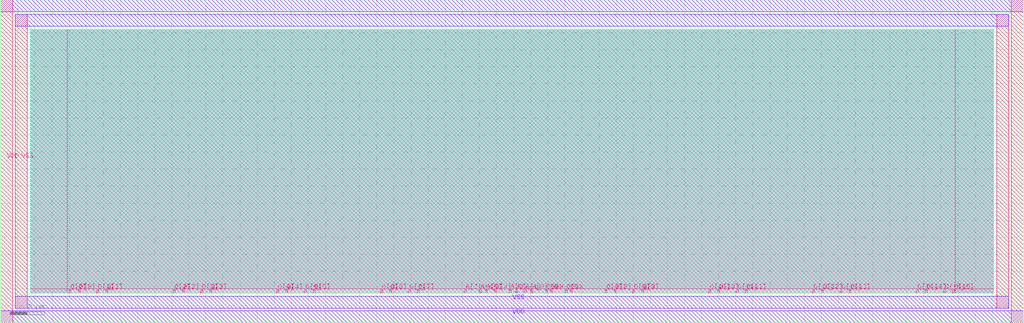
<source format=lef>
VERSION 5.8 ;
BUSBITCHARS "[]" ;
DIVIDERCHAR "/" ;

UNITS
  DATABASE MICRONS 2000 ;
END UNITS

PROPERTYDEFINITIONS
    LAYER LEF58_CORNERSPACING STRING ;
END PROPERTYDEFINITIONS

CLEARANCEMEASURE EUCLIDEAN ;
MANUFACTURINGGRID 0.0005 ;
USEMINSPACING OBS ON ;

LAYER Metal1
  TYPE ROUTING ;
  DIRECTION VERTICAL ;
  PITCH 0.10 0.10 ;
  WIDTH 0.05 ;
  AREA 0.0115 ;
  MINWIDTH 0.05 ;
  SPACINGTABLE
    PARALLELRUNLENGTH  0.0 0.22 0.47 0.63 1.50
    WIDTH 0.0         0.05 0.05 0.05 0.05 0.05
    WIDTH 0.10        0.05 0.06 0.06 0.06 0.06
    WIDTH 0.28        0.05 0.10 0.10 0.10 0.10
    WIDTH 0.47        0.05 0.10 0.13 0.13 0.13
    WIDTH 0.63        0.05 0.10 0.13 0.15 0.15
    WIDTH 1.50        0.05 0.10 0.13 0.15 0.50 ;
  SPACING 0.06 ENDOFLINE 0.06 WITHIN 0.025 ;
END Metal1

LAYER Via1
  TYPE CUT ;
  SPACING 0.075 ;
  WIDTH 0.05 ;
END Via1

LAYER Metal2
  TYPE ROUTING ;
  DIRECTION HORIZONTAL ;
  PITCH 0.10 0.10 ;
  WIDTH 0.05 ;
  AREA 0.014 ;
  MINWIDTH 0.05 ;
  SPACINGTABLE
    PARALLELRUNLENGTH  0.0 0.22 0.47 0.63 1.5
    WIDTH 0.0         0.05 0.05 0.05 0.05 0.05
    WIDTH 0.09        0.05 0.06 0.06 0.06 0.06
    WIDTH 0.16        0.05 0.10 0.10 0.10 0.10
    WIDTH 0.47        0.05 0.10 0.13 0.13 0.13
    WIDTH 0.63        0.05 0.10 0.13 0.15 0.15
    WIDTH 1.5         0.05 0.10 0.13 0.15 0.50 ;
  SPACING 0.08 ENDOFLINE 0.08 WITHIN 0.025 ;
  SPACING 0.10 ENDOFLINE 0.08 WITHIN 0.025 PARALLELEDGE 0.10 WITHIN 0.025 ;
  PROPERTY LEF58_CORNERSPACING "CORNERSPACING CONVEXCORNER EXCEPTEOL 0.08
    WIDTH 0.00 SPACING 0.10
    WIDTH 0.20 SPACING 0.20
    WIDTH 0.50 SPACING 0.30 ;" ;
END Metal2

LAYER Via2
  TYPE CUT ;
  SPACING 0.075 ;
  WIDTH 0.05 ;
  SPACING 0.155 ADJACENTCUTS 3 WITHIN 0.200 ;
END Via2

LAYER Metal3
  TYPE ROUTING ;
  DIRECTION VERTICAL ;
  PITCH 0.10 0.10 ;
  WIDTH 0.05 ;
  AREA 0.017 ;
  MINWIDTH 0.05 ;
  SPACINGTABLE
    PARALLELRUNLENGTH  0.0 0.22 0.47 0.63 1.5
    WIDTH 0.0         0.05 0.05 0.05 0.05 0.05
    WIDTH 0.09        0.05 0.06 0.06 0.06 0.06
    WIDTH 0.16        0.05 0.10 0.10 0.10 0.10
    WIDTH 0.47        0.05 0.10 0.13 0.13 0.13
    WIDTH 0.63        0.05 0.10 0.13 0.15 0.15
    WIDTH 1.5         0.05 0.10 0.13 0.15 0.50 ;
  SPACING 0.08 ENDOFLINE 0.08 WITHIN 0.025 ;
  SPACING 0.10 ENDOFLINE 0.08 WITHIN 0.025 PARALLELEDGE 0.10 WITHIN 0.025 ;
  PROPERTY LEF58_CORNERSPACING "CORNERSPACING CONVEXCORNER EXCEPTEOL 0.08
    WIDTH 0.00 SPACING 0.10
    WIDTH 0.20 SPACING 0.20
    WIDTH 0.50 SPACING 0.30 ;" ;
END Metal3

LAYER Via3
  TYPE CUT ;
  SPACING 0.075 ;
  WIDTH 0.05 ;
  SPACING 0.155 ADJACENTCUTS 3 WITHIN 0.200 ;
END Via3

LAYER Metal4
  TYPE ROUTING ;
  DIRECTION HORIZONTAL ;
  PITCH 0.10 0.10 ;
  WIDTH 0.05 ;
  AREA 0.017 ;
  MINWIDTH 0.05 ;
  SPACINGTABLE
    PARALLELRUNLENGTH  0.0 0.22 0.47 0.63 1.5
    WIDTH 0.0         0.05 0.05 0.05 0.05 0.05
    WIDTH 0.09        0.05 0.06 0.06 0.06 0.06
    WIDTH 0.16        0.05 0.10 0.10 0.10 0.10
    WIDTH 0.47        0.05 0.10 0.13 0.13 0.13
    WIDTH 0.63        0.05 0.10 0.13 0.15 0.15
    WIDTH 1.5         0.05 0.10 0.13 0.15 0.50 ;
  SPACING 0.08 ENDOFLINE 0.08 WITHIN 0.025 ;
  SPACING 0.10 ENDOFLINE 0.08 WITHIN 0.025 PARALLELEDGE 0.10 WITHIN 0.025 ;
  PROPERTY LEF58_CORNERSPACING "CORNERSPACING CONVEXCORNER EXCEPTEOL 0.08
    WIDTH 0.00 SPACING 0.10
    WIDTH 0.20 SPACING 0.20
    WIDTH 0.50 SPACING 0.30 ;" ;
END Metal4

LAYER Via4
  TYPE CUT ;
  SPACING 0.075 ;
  WIDTH 0.05 ;
  SPACING 0.155 ADJACENTCUTS 3 WITHIN 0.200 ;
END Via4

LAYER Metal5
  TYPE ROUTING ;
  DIRECTION VERTICAL ;
  PITCH 0.10 0.10 ;
  WIDTH 0.05 ;
  AREA 0.017 ;
  MINWIDTH 0.05 ;
  SPACINGTABLE
    PARALLELRUNLENGTH  0.0 0.22 0.47 0.63 1.5
    WIDTH 0.0         0.05 0.05 0.05 0.05 0.05
    WIDTH 0.09        0.05 0.06 0.06 0.06 0.06
    WIDTH 0.16        0.05 0.10 0.10 0.10 0.10
    WIDTH 0.47        0.05 0.10 0.13 0.13 0.13
    WIDTH 0.63        0.05 0.10 0.13 0.15 0.15
    WIDTH 1.5         0.05 0.10 0.13 0.15 0.50 ;
  SPACING 0.08 ENDOFLINE 0.08 WITHIN 0.025 ;
  SPACING 0.10 ENDOFLINE 0.08 WITHIN 0.025 PARALLELEDGE 0.10 WITHIN 0.025 ;
  PROPERTY LEF58_CORNERSPACING "CORNERSPACING CONVEXCORNER EXCEPTEOL 0.08
    WIDTH 0.00 SPACING 0.10
    WIDTH 0.20 SPACING 0.20
    WIDTH 0.50 SPACING 0.30 ;" ;
END Metal5

LAYER Via5
  TYPE CUT ;
  SPACING 0.075 ;
  WIDTH 0.05 ;
  SPACING 0.155 ADJACENTCUTS 3 WITHIN 0.200 ;
END Via5

LAYER Metal6
  TYPE ROUTING ;
  DIRECTION HORIZONTAL ;
  PITCH 0.15 0.15 ;
  WIDTH 0.07 ;
  AREA 0.025 ;
  MINWIDTH 0.07 ;
  SPACINGTABLE
    PARALLELRUNLENGTH  0.0 0.22 0.47 0.63 1.5
    WIDTH 0.0         0.08 0.08 0.08 0.08 0.08
    WIDTH 0.10        0.08 0.12 0.12 0.12 0.12
    WIDTH 0.16        0.08 0.12 0.15 0.15 0.15
    WIDTH 0.47        0.08 0.12 0.15 0.18 0.18
    WIDTH 0.63        0.08 0.12 0.15 0.18 0.25
    WIDTH 1.5         0.08 0.12 0.15 0.18 0.50 ;
  SPACING 0.10 ENDOFLINE 0.10 WITHIN 0.035 ;
  SPACING 0.12 ENDOFLINE 0.10 WITHIN 0.035 PARALLELEDGE 0.12 WITHIN 0.035 ;
  PROPERTY LEF58_CORNERSPACING "CORNERSPACING CONVEXCORNER EXCEPTEOL 0.08
    WIDTH 0.00 SPACING 0.10
    WIDTH 0.20 SPACING 0.20
    WIDTH 0.50 SPACING 0.30 ;" ;
END Metal6

LAYER Via6
  TYPE CUT ;
  SPACING 0.10 ;
  WIDTH 0.07 ;
  SPACING 0.20 ADJACENTCUTS 3 WITHIN 0.25 ;
END Via6

LAYER Metal7
  TYPE ROUTING ;
  DIRECTION VERTICAL ;
  PITCH 0.15 0.15 ;
  WIDTH 0.07 ;
  AREA 0.025 ;
  MINWIDTH 0.07 ;
  SPACINGTABLE
    PARALLELRUNLENGTH  0.0 0.22 0.47 0.63 1.5
    WIDTH 0.0         0.08 0.08 0.08 0.08 0.08
    WIDTH 0.10        0.08 0.12 0.12 0.12 0.12
    WIDTH 0.16        0.08 0.12 0.15 0.15 0.15
    WIDTH 0.47        0.08 0.12 0.15 0.18 0.18
    WIDTH 0.63        0.08 0.12 0.15 0.18 0.25
    WIDTH 1.5         0.08 0.12 0.15 0.18 0.50 ;
  SPACING 0.10 ENDOFLINE 0.10 WITHIN 0.035 ;
  SPACING 0.12 ENDOFLINE 0.10 WITHIN 0.035 PARALLELEDGE 0.12 WITHIN 0.035 ;
  PROPERTY LEF58_CORNERSPACING "CORNERSPACING CONVEXCORNER EXCEPTEOL 0.08
    WIDTH 0.00 SPACING 0.10
    WIDTH 0.20 SPACING 0.20
    WIDTH 0.50 SPACING 0.30 ;" ;
END Metal7

LAYER Via7
  TYPE CUT ;
  SPACING 0.10 ;
  WIDTH 0.07 ;
  SPACING 0.20 ADJACENTCUTS 3 WITHIN 0.25 ;
END Via7

LAYER Metal8
  TYPE ROUTING ;
  DIRECTION HORIZONTAL ;
  PITCH 0.2 0.2 ;
  WIDTH 0.10 ;
  AREA 0.052 ;
  MINWIDTH 0.10 ;
  SPACINGTABLE
    PARALLELRUNLENGTH 0.0 0.22 0.47 0.63 1.5
    WIDTH 0	     0.10 0.10 0.10 0.10 0.10
    WIDTH 0.2	     0.10 0.15 0.15 0.15 0.15
    WIDTH 0.4	     0.10 0.15 0.20 0.20 0.20
    WIDTH 1.5	     0.10 0.15 0.20 0.30 0.50 ;
  SPACING 0.12 ENDOFLINE 0.12 WITHIN 0.035 ;
END Metal8

LAYER Via8
  TYPE CUT ;
  SPACING 0.15 ;
  WIDTH 0.10 ;
END Via8

LAYER Metal9
  TYPE ROUTING ;
  DIRECTION VERTICAL ;
  PITCH 0.2 0.2 ;
  WIDTH 0.10 ;
  AREA 0.052 ;
  MINWIDTH 0.10 ;
  SPACINGTABLE
    PARALLELRUNLENGTH 0.0 0.22 0.47 0.63 1.5
    WIDTH 0	     0.10 0.10 0.10 0.10 0.10
    WIDTH 0.2	     0.10 0.15 0.15 0.15 0.15
    WIDTH 0.4	     0.10 0.15 0.20 0.20 0.20
    WIDTH 1.5	     0.10 0.15 0.20 0.30 0.50 ;
  SPACING 0.12 ENDOFLINE 0.12 WITHIN 0.035 ;
END Metal9

LAYER OVERLAP
  TYPE OVERLAP ;
END OVERLAP

VIA VIA12_1C DEFAULT 
    LAYER Metal1 ;
        RECT -0.025000 -0.055000 0.025000 0.055000 ;
    LAYER Via1 ;
        RECT -0.025000 -0.025000 0.025000 0.025000 ;
    LAYER Metal2 ;
        RECT -0.055000 -0.025000 0.055000 0.025000 ;
END VIA12_1C

VIA VIA12_1C_H DEFAULT 
    LAYER Metal1 ;
        RECT -0.055000 -0.025000 0.055000 0.025000 ;
    LAYER Via1 ;
        RECT -0.025000 -0.025000 0.025000 0.025000 ;
    LAYER Metal2 ;
        RECT -0.055000 -0.025000 0.055000 0.025000 ;
END VIA12_1C_H

VIA VIA12_1C_V DEFAULT 
    LAYER Metal1 ;
        RECT -0.025000 -0.055000 0.025000 0.055000 ;
    LAYER Via1 ;
        RECT -0.025000 -0.025000 0.025000 0.025000 ;
    LAYER Metal2 ;
        RECT -0.025000 -0.055000 0.025000 0.055000 ;
END VIA12_1C_V

VIA VIA12_PG
    LAYER Metal1 ;
        RECT -0.350000 -0.050000 0.350000 0.050000 ;
    LAYER Via1 ;
        RECT -0.325000 -0.025000 -0.275000 0.025000 ;
        RECT -0.175000 -0.025000 -0.125000 0.025000 ;
        RECT -0.025000 -0.025000 0.025000 0.025000 ;
        RECT 0.125000 -0.025000 0.175000 0.025000 ;
        RECT 0.275000 -0.025000 0.325000 0.025000 ;
    LAYER Metal2 ;
        RECT -0.350000 -0.050000 0.350000 0.050000 ;
END VIA12_PG

VIA VIA23_1C DEFAULT 
    LAYER Metal2 ;
        RECT -0.055000 -0.025000 0.055000 0.025000 ;
    LAYER Via2 ;
        RECT -0.025000 -0.025000 0.025000 0.025000 ;
    LAYER Metal3 ;
        RECT -0.025000 -0.055000 0.025000 0.055000 ;
END VIA23_1C

VIA VIA23_1C_H DEFAULT 
    LAYER Metal2 ;
        RECT -0.055000 -0.025000 0.055000 0.025000 ;
    LAYER Via2 ;
        RECT -0.025000 -0.025000 0.025000 0.025000 ;
    LAYER Metal3 ;
        RECT -0.055000 -0.025000 0.055000 0.025000 ;
END VIA23_1C_H

VIA VIA23_1C_V DEFAULT 
    LAYER Metal2 ;
        RECT -0.025000 -0.055000 0.025000 0.055000 ;
    LAYER Via2 ;
        RECT -0.025000 -0.025000 0.025000 0.025000 ;
    LAYER Metal3 ;
        RECT -0.025000 -0.055000 0.025000 0.055000 ;
END VIA23_1C_V

VIA VIA23_1ST_E DEFAULT 
    LAYER Metal2 ;
        RECT -0.055000 -0.025000 0.325000 0.025000 ;
    LAYER Via2 ;
        RECT -0.025000 -0.025000 0.025000 0.025000 ;
    LAYER Metal3 ;
        RECT -0.025000 -0.055000 0.025000 0.055000 ;
END VIA23_1ST_E

VIA VIA23_1ST_W DEFAULT 
    LAYER Metal2 ;
        RECT -0.325000 -0.025000 0.055000 0.025000 ;
    LAYER Via2 ;
        RECT -0.025000 -0.025000 0.025000 0.025000 ;
    LAYER Metal3 ;
        RECT -0.025000 -0.055000 0.025000 0.055000 ;
END VIA23_1ST_W

VIA VIA23_PG
    LAYER Metal2 ;
        RECT -0.350000 -0.050000 0.350000 0.050000 ;
    LAYER Via2 ;
        RECT -0.325000 -0.025000 -0.275000 0.025000 ;
        RECT -0.175000 -0.025000 -0.125000 0.025000 ;
        RECT -0.025000 -0.025000 0.025000 0.025000 ;
        RECT 0.125000 -0.025000 0.175000 0.025000 ;
        RECT 0.275000 -0.025000 0.325000 0.025000 ;
    LAYER Metal3 ;
        RECT -0.350000 -0.050000 0.350000 0.050000 ;
END VIA23_PG

VIA VIA34_1C DEFAULT 
    LAYER Metal3 ;
        RECT -0.025000 -0.055000 0.025000 0.055000 ;
    LAYER Via3 ;
        RECT -0.025000 -0.025000 0.025000 0.025000 ;
    LAYER Metal4 ;
        RECT -0.055000 -0.025000 0.055000 0.025000 ;
END VIA34_1C

VIA VIA34_1C_H DEFAULT 
    LAYER Metal3 ;
        RECT -0.055000 -0.025000 0.055000 0.025000 ;
    LAYER Via3 ;
        RECT -0.025000 -0.025000 0.025000 0.025000 ;
    LAYER Metal4 ;
        RECT -0.055000 -0.025000 0.055000 0.025000 ;
END VIA34_1C_H

VIA VIA34_1C_V DEFAULT 
    LAYER Metal3 ;
        RECT -0.025000 -0.055000 0.025000 0.055000 ;
    LAYER Via3 ;
        RECT -0.025000 -0.025000 0.025000 0.025000 ;
    LAYER Metal4 ;
        RECT -0.025000 -0.055000 0.025000 0.055000 ;
END VIA34_1C_V

VIA VIA34_1ST_N DEFAULT 
    LAYER Metal3 ;
        RECT -0.025000 -0.055000 0.025000 0.325000 ;
    LAYER Via3 ;
        RECT -0.025000 -0.025000 0.025000 0.025000 ;
    LAYER Metal4 ;
        RECT -0.055000 -0.025000 0.055000 0.025000 ;
END VIA34_1ST_N

VIA VIA34_1ST_S DEFAULT 
    LAYER Metal3 ;
        RECT -0.025000 -0.325000 0.025000 0.055000 ;
    LAYER Via3 ;
        RECT -0.025000 -0.025000 0.025000 0.025000 ;
    LAYER Metal4 ;
        RECT -0.055000 -0.025000 0.055000 0.025000 ;
END VIA34_1ST_S

VIA VIA34_PG
    LAYER Metal3 ;
        RECT -0.350000 -0.050000 0.350000 0.050000 ;
    LAYER Via3 ;
        RECT -0.325000 -0.025000 -0.275000 0.025000 ;
        RECT -0.175000 -0.025000 -0.125000 0.025000 ;
        RECT -0.025000 -0.025000 0.025000 0.025000 ;
        RECT 0.125000 -0.025000 0.175000 0.025000 ;
        RECT 0.275000 -0.025000 0.325000 0.025000 ;
    LAYER Metal4 ;
        RECT -0.350000 -0.050000 0.350000 0.050000 ;
END VIA34_PG

VIA VIA45_1C DEFAULT 
    LAYER Metal4 ;
        RECT -0.055000 -0.025000 0.055000 0.025000 ;
    LAYER Via4 ;
        RECT -0.025000 -0.025000 0.025000 0.025000 ;
    LAYER Metal5 ;
        RECT -0.025000 -0.055000 0.025000 0.055000 ;
END VIA45_1C

VIA VIA45_PG
    LAYER Metal4 ;
        RECT -0.200000 -0.050000 0.200000 0.050000 ;
    LAYER Via4 ;
        RECT -0.175000 -0.025000 -0.125000 0.025000 ;
        RECT -0.025000 -0.025000 0.025000 0.025000 ;
        RECT 0.125000 -0.025000 0.175000 0.025000 ;
    LAYER Metal5 ;
        RECT -0.200000 -0.050000 0.200000 0.050000 ;
END VIA45_PG

VIA VIA5_0_VH DEFAULT 
    LAYER Metal5 ;
        RECT -0.035000 -0.065000 0.035000 0.065000 ;
    LAYER Via5 ;
        RECT -0.025000 -0.025000 0.025000 0.025000 ;
    LAYER Metal6 ;
        RECT -0.065000 -0.035000 0.065000 0.035000 ;
END VIA5_0_VH

VIA VIA56_PG
    LAYER Metal5 ;
        RECT -0.150000 -0.150000 0.150000 0.150000 ;
    LAYER Via5 ;
        RECT -0.150000 -0.150000 -0.100000 -0.100000 ;
        RECT -0.150000 0.100000 -0.100000 0.150000 ;
        RECT 0.100000 0.100000 0.150000 0.150000 ;
        RECT 0.100000 -0.150000 0.150000 -0.100000 ;
    LAYER Metal6 ;
        RECT -0.150000 -0.150000 0.150000 0.150000 ;
END VIA56_PG

VIA VIA6_0_HV DEFAULT 
    LAYER Metal6 ;
        RECT -0.065000 -0.035000 0.065000 0.035000 ;
    LAYER Via6 ;
        RECT -0.035000 -0.035000 0.035000 0.035000 ;
    LAYER Metal7 ;
        RECT -0.035000 -0.065000 0.035000 0.065000 ;
END VIA6_0_HV

VIA VIA67_PG
    LAYER Metal6 ;
        RECT -0.170000 -0.170000 0.170000 0.170000 ;
    LAYER Via6 ;
        RECT -0.170000 -0.170000 -0.100000 -0.100000 ;
        RECT -0.170000 0.100000 -0.100000 0.170000 ;
        RECT 0.100000 0.100000 0.170000 0.170000 ;
        RECT 0.100000 -0.170000 0.170000 -0.100000 ;
    LAYER Metal7 ;
        RECT -0.170000 -0.170000 0.170000 0.170000 ;
END VIA67_PG

VIA VIA7_0_VH DEFAULT 
    LAYER Metal7 ;
        RECT -0.050000 -0.260000 0.050000 0.260000 ;
    LAYER Via7 ;
        RECT -0.050000 -0.050000 0.050000 0.050000 ;
    LAYER Metal8 ;
        RECT -0.260000 -0.050000 0.260000 0.050000 ;
END VIA7_0_VH

VIA VIA78_PG
    LAYER Metal7 ;
        RECT -0.170000 -0.170000 0.170000 0.170000 ;
    LAYER Via7 ;
        RECT -0.170000 -0.170000 -0.100000 -0.100000 ;
        RECT -0.170000 0.100000 -0.100000 0.170000 ;
        RECT 0.100000 0.100000 0.170000 0.170000 ;
        RECT 0.100000 -0.170000 0.170000 -0.100000 ;
    LAYER Metal8 ;
        RECT -0.170000 -0.170000 0.170000 0.170000 ;
END VIA78_PG

VIA VIA8_0_HV DEFAULT 
    LAYER Metal8 ;
        RECT -0.260000 -0.050000 0.260000 0.050000 ;
    LAYER Via8 ;
        RECT -0.050000 -0.050000 0.050000 0.050000 ;
    LAYER Metal9 ;
        RECT -0.050000 -0.260000 0.050000 0.260000 ;
END VIA8_0_HV

VIA VIA12_2C_W DEFAULT
    LAYER Metal1 ;
	RECT -0.150000 -0.055000 0.025000 0.055000 ;
    LAYER Via1 ;
	RECT -0.025000 -0.025000 0.025000 0.025000 ;
	RECT -0.150000 -0.025000 -0.100000 0.025000 ;
    LAYER Metal2 ;
	RECT -0.180000 -0.025000 0.055000 0.025000 ;
END VIA12_2C_W

VIA VIA12_2C_CH DEFAULT
    LAYER Metal1 ;
	RECT -0.087500 -0.055000 0.087500 0.055000 ;
    LAYER Via1 ;
	RECT 0.037500 -0.025000 0.087500 0.025000 ;
	RECT -0.087500 -0.025000 -0.037500 0.025000 ;
    LAYER Metal2 ;
	RECT -0.117500 -0.025000 0.117500 0.025000 ;
END VIA12_2C_CH

VIA VIA12_2C_E DEFAULT
    LAYER Metal1 ;
	RECT -0.025000 -0.055000 0.150000 0.055000 ;
    LAYER Via1 ;
	RECT 0.100000 -0.025000 0.150000 0.025000 ;
	RECT -0.025000 -0.025000 0.025000 0.025000 ;
    LAYER Metal2 ;
	RECT -0.055000 -0.025000 0.180000 0.025000 ;
END VIA12_2C_E

VIA VIA12_2C_S DEFAULT
    LAYER Metal1 ;
	RECT -0.025000 -0.180000 0.025000 0.055000 ;
    LAYER Via1 ;
	RECT -0.025000 -0.025000 0.025000 0.025000 ;
	RECT -0.025000 -0.150000 0.025000 -0.100000 ;
    LAYER Metal2 ;
	RECT -0.055000 -0.150000 0.055000 0.025000 ;
END VIA12_2C_S

VIA VIA12_2C_CV DEFAULT
    LAYER Metal1 ;
	RECT -0.025000 -0.117500 0.025000 0.117500 ;
    LAYER Via1 ;
	RECT -0.025000 0.037500 0.025000 0.087500 ;
	RECT -0.025000 -0.087500 0.025000 -0.037500 ;
    LAYER Metal2 ;
	RECT -0.055000 -0.087500 0.055000 0.087500 ;
END VIA12_2C_CV

VIA VIA12_2C_N DEFAULT
    LAYER Metal1 ;
	RECT -0.025000 -0.055000 0.025000 0.180000 ;
    LAYER Via1 ;
	RECT -0.025000 0.100000 0.025000 0.150000 ;
	RECT -0.025000 -0.025000 0.025000 0.025000 ;
    LAYER Metal2 ;
	RECT -0.055000 -0.025000 0.055000 0.150000 ;
END VIA12_2C_N

VIA VIA23_2C_W DEFAULT
    LAYER Metal2 ;
	RECT -0.180000 -0.025000 0.055000 0.025000 ;
    LAYER Via2 ;
	RECT -0.025000 -0.025000 0.025000 0.025000 ;
	RECT -0.150000 -0.025000 -0.100000 0.025000 ;
    LAYER Metal3 ;
	RECT -0.150000 -0.055000 0.025000 0.055000 ;
END VIA23_2C_W

VIA VIA23_2C_CH DEFAULT
    LAYER Metal2 ;
	RECT -0.117500 -0.025000 0.117500 0.025000 ;
    LAYER Via2 ;
	RECT 0.037500 -0.025000 0.087500 0.025000 ;
	RECT -0.087500 -0.025000 -0.037500 0.025000 ;
    LAYER Metal3 ;
	RECT -0.087500 -0.055000 0.087500 0.055000 ;
END VIA23_2C_CH

VIA VIA23_2C_E DEFAULT
    LAYER Metal2 ;
	RECT -0.055000 -0.025000 0.180000 0.025000 ;
    LAYER Via2 ;
	RECT 0.100000 -0.025000 0.150000 0.025000 ;
	RECT -0.025000 -0.025000 0.025000 0.025000 ;
    LAYER Metal3 ;
	RECT -0.025000 -0.055000 0.150000 0.055000 ;
END VIA23_2C_E

VIA VIA23_2C_S DEFAULT
    LAYER Metal2 ;
	RECT -0.055000 -0.150000 0.055000 0.025000 ;
    LAYER Via2 ;
	RECT -0.025000 -0.025000 0.025000 0.025000 ;
	RECT -0.025000 -0.150000 0.025000 -0.100000 ;
    LAYER Metal3 ;
	RECT -0.025000 -0.180000 0.025000 0.055000 ;
END VIA23_2C_S

VIA VIA23_2C_CV DEFAULT
    LAYER Metal2 ;
	RECT -0.055000 -0.087500 0.055000 0.087500 ;
    LAYER Via2 ;
	RECT -0.025000 0.037500 0.025000 0.087500 ;
	RECT -0.025000 -0.087500 0.025000 -0.037500 ;
    LAYER Metal3 ;
	RECT -0.025000 -0.117500 0.025000 0.117500 ;
END VIA23_2C_CV

VIA VIA23_2C_N DEFAULT
    LAYER Metal2 ;
	RECT -0.055000 -0.025000 0.055000 0.150000 ;
    LAYER Via2 ;
	RECT -0.025000 0.100000 0.025000 0.150000 ;
	RECT -0.025000 -0.025000 0.025000 0.025000 ;
    LAYER Metal3 ;
	RECT -0.025000 -0.055000 0.025000 0.180000 ;
END VIA23_2C_N

VIA VIA34_2C_W DEFAULT
    LAYER Metal3 ;
	RECT -0.150000 -0.055000 0.025000 0.055000 ;
    LAYER Via3 ;
	RECT -0.025000 -0.025000 0.025000 0.025000 ;
	RECT -0.150000 -0.025000 -0.100000 0.025000 ;
    LAYER Metal4 ;
	RECT -0.180000 -0.025000 0.055000 0.025000 ;
END VIA34_2C_W

VIA VIA34_2C_CH DEFAULT
    LAYER Metal3 ;
	RECT -0.087500 -0.055000 0.087500 0.055000 ;
    LAYER Via3 ;
	RECT 0.037500 -0.025000 0.087500 0.025000 ;
	RECT -0.087500 -0.025000 -0.037500 0.025000 ;
    LAYER Metal4 ;
	RECT -0.117500 -0.025000 0.117500 0.025000 ;
END VIA34_2C_CH

VIA VIA34_2C_E DEFAULT
    LAYER Metal3 ;
	RECT -0.025000 -0.055000 0.150000 0.055000 ;
    LAYER Via3 ;
	RECT 0.100000 -0.025000 0.150000 0.025000 ;
	RECT -0.025000 -0.025000 0.025000 0.025000 ;
    LAYER Metal4 ;
	RECT -0.055000 -0.025000 0.180000 0.025000 ;
END VIA34_2C_E

VIA VIA34_2C_S DEFAULT
    LAYER Metal3 ;
	RECT -0.025000 -0.180000 0.025000 0.055000 ;
    LAYER Via3 ;
	RECT -0.025000 -0.025000 0.025000 0.025000 ;
	RECT -0.025000 -0.150000 0.025000 -0.100000 ;
    LAYER Metal4 ;
	RECT -0.055000 -0.150000 0.055000 0.025000 ;
END VIA34_2C_S

VIA VIA34_2C_CV DEFAULT
    LAYER Metal3 ;
	RECT -0.025000 -0.117500 0.025000 0.117500 ;
    LAYER Via3 ;
	RECT -0.025000 0.037500 0.025000 0.087500 ;
	RECT -0.025000 -0.087500 0.025000 -0.037500 ;
    LAYER Metal4 ;
	RECT -0.055000 -0.087500 0.055000 0.087500 ;
END VIA34_2C_CV

VIA VIA34_2C_N DEFAULT
    LAYER Metal3 ;
	RECT -0.025000 -0.055000 0.025000 0.180000 ;
    LAYER Via3 ;
	RECT -0.025000 0.100000 0.025000 0.150000 ;
	RECT -0.025000 -0.025000 0.025000 0.025000 ;
    LAYER Metal4 ;
	RECT -0.055000 -0.025000 0.055000 0.150000 ;
END VIA34_2C_N

VIA VIA45_2C_W DEFAULT
    LAYER Metal4 ;
	RECT -0.180000 -0.025000 0.055000 0.025000 ;
    LAYER Via4 ;
	RECT -0.025000 -0.025000 0.025000 0.025000 ;
	RECT -0.150000 -0.025000 -0.100000 0.025000 ;
    LAYER Metal5 ;
	RECT -0.150000 -0.055000 0.025000 0.055000 ;
END VIA45_2C_W

VIA VIA45_2C_CH DEFAULT
    LAYER Metal4 ;
	RECT -0.117500 -0.025000 0.117500 0.025000 ;
    LAYER Via4 ;
	RECT 0.037500 -0.025000 0.087500 0.025000 ;
	RECT -0.087500 -0.025000 -0.037500 0.025000 ;
    LAYER Metal5 ;
	RECT -0.087500 -0.055000 0.087500 0.055000 ;
END VIA45_2C_CH

VIA VIA45_2C_E DEFAULT
    LAYER Metal4 ;
	RECT -0.055000 -0.025000 0.180000 0.025000 ;
    LAYER Via4 ;
	RECT 0.100000 -0.025000 0.150000 0.025000 ;
	RECT -0.025000 -0.025000 0.025000 0.025000 ;
    LAYER Metal5 ;
	RECT -0.025000 -0.055000 0.150000 0.055000 ;
END VIA45_2C_E

VIA VIA45_2C_S DEFAULT
    LAYER Metal4 ;
	RECT -0.055000 -0.150000 0.055000 0.025000 ;
    LAYER Via4 ;
	RECT -0.025000 -0.025000 0.025000 0.025000 ;
	RECT -0.025000 -0.150000 0.025000 -0.100000 ;
    LAYER Metal5 ;
	RECT -0.025000 -0.180000 0.025000 0.055000 ;
END VIA45_2C_S

VIA VIA45_2C_CV DEFAULT
    LAYER Metal4 ;
	RECT -0.055000 -0.087500 0.055000 0.087500 ;
    LAYER Via4 ;
	RECT -0.025000 0.037500 0.025000 0.087500 ;
	RECT -0.025000 -0.087500 0.025000 -0.037500 ;
    LAYER Metal5 ;
	RECT -0.025000 -0.117500 0.025000 0.117500 ;
END VIA45_2C_CV

VIA VIA45_2C_N DEFAULT
    LAYER Metal4 ;
	RECT -0.055000 -0.025000 0.055000 0.150000 ;
    LAYER Via4 ;
	RECT -0.025000 0.100000 0.025000 0.150000 ;
	RECT -0.025000 -0.025000 0.025000 0.025000 ;
    LAYER Metal5 ;
	RECT -0.025000 -0.055000 0.025000 0.180000 ;
END VIA45_2C_N

VIA VIA56_2C_W DEFAULT
    LAYER Metal5 ;
	RECT -0.150000 -0.055000 0.025000 0.055000 ;
    LAYER Via5 ;
	RECT -0.025000 -0.025000 0.025000 0.025000 ;
	RECT -0.150000 -0.025000 -0.100000 0.025000 ;
    LAYER Metal6 ;
	RECT -0.180000 -0.025000 0.055000 0.025000 ;
END VIA56_2C_W

VIA VIA56_2C_CH DEFAULT
    LAYER Metal5 ;
	RECT -0.087500 -0.055000 0.087500 0.055000 ;
    LAYER Via5 ;
	RECT 0.037500 -0.025000 0.087500 0.025000 ;
	RECT -0.087500 -0.025000 -0.037500 0.025000 ;
    LAYER Metal6 ;
	RECT -0.117500 -0.025000 0.117500 0.025000 ;
END VIA56_2C_CH

VIA VIA56_2C_E DEFAULT
    LAYER Metal5 ;
	RECT -0.025000 -0.055000 0.150000 0.055000 ;
    LAYER Via5 ;
	RECT 0.100000 -0.025000 0.150000 0.025000 ;
	RECT -0.025000 -0.025000 0.025000 0.025000 ;
    LAYER Metal6 ;
	RECT -0.055000 -0.025000 0.180000 0.025000 ;
END VIA56_2C_E

VIA VIA56_2C_S DEFAULT
    LAYER Metal5 ;
	RECT -0.025000 -0.180000 0.025000 0.055000 ;
    LAYER Via5 ;
	RECT -0.025000 -0.025000 0.025000 0.025000 ;
	RECT -0.025000 -0.150000 0.025000 -0.100000 ;
    LAYER Metal6 ;
	RECT -0.055000 -0.150000 0.055000 0.025000 ;
END VIA56_2C_S

VIA VIA56_2C_CV DEFAULT
    LAYER Metal5 ;
	RECT -0.025000 -0.117500 0.025000 0.117500 ;
    LAYER Via5 ;
	RECT -0.025000 0.037500 0.025000 0.087500 ;
	RECT -0.025000 -0.087500 0.025000 -0.037500 ;
    LAYER Metal6 ;
	RECT -0.055000 -0.087500 0.055000 0.087500 ;
END VIA56_2C_CV

VIA VIA56_2C_N DEFAULT
    LAYER Metal5 ;
	RECT -0.025000 -0.055000 0.025000 0.180000 ;
    LAYER Via5 ;
	RECT -0.025000 0.100000 0.025000 0.150000 ;
	RECT -0.025000 -0.025000 0.025000 0.025000 ;
    LAYER Metal6 ;
	RECT -0.055000 -0.025000 0.055000 0.150000 ;
END VIA56_2C_N

VIA VIA67_2C_W DEFAULT
    LAYER Metal6 ;
	RECT -0.235000 -0.035000 0.065000 0.035000 ;
    LAYER Via6 ;
	RECT -0.035000 -0.035000 0.035000 0.035000 ;
	RECT -0.205000 -0.035000 -0.135000 0.035000 ;
    LAYER Metal7 ;
	RECT -0.205000 -0.065000 0.035000 0.065000 ;
END VIA67_2C_W

VIA VIA67_2C_CH DEFAULT
    LAYER Metal6 ;
	RECT -0.150000 -0.035000 0.150000 0.035000 ;
    LAYER Via6 ;
	RECT 0.050000 -0.035000 0.120000 0.035000 ;
	RECT -0.120000 -0.035000 -0.050000 0.035000 ;
    LAYER Metal7 ;
	RECT -0.120000 -0.065000 0.120000 0.065000 ;
END VIA67_2C_CH

VIA VIA67_2C_E DEFAULT
    LAYER Metal6 ;
	RECT -0.065000 -0.035000 0.235000 0.035000 ;
    LAYER Via6 ;
	RECT 0.135000 -0.035000 0.205000 0.035000 ;
	RECT -0.035000 -0.035000 0.035000 0.035000 ;
    LAYER Metal7 ;
	RECT -0.035000 -0.065000 0.205000 0.065000 ;
END VIA67_2C_E

VIA VIA67_2C_S DEFAULT
    LAYER Metal6 ;
	RECT -0.065000 -0.205000 0.065000 0.035000 ;
    LAYER Via6 ;
	RECT -0.035000 -0.035000 0.035000 0.035000 ;
	RECT -0.035000 -0.205000 0.035000 -0.135000 ;
    LAYER Metal7 ;
	RECT -0.035000 -0.235000 0.035000 0.065000 ;
END VIA67_2C_S

VIA VIA67_2C_CV DEFAULT
    LAYER Metal6 ;
	RECT -0.065000 -0.120000 0.065000 0.120000 ;
    LAYER Via6 ;
	RECT -0.035000 0.050000 0.035000 0.120000 ;
	RECT -0.035000 -0.120000 0.035000 -0.050000 ;
    LAYER Metal7 ;
	RECT -0.035000 -0.150000 0.035000 0.150000 ;
END VIA67_2C_CV

VIA VIA67_2C_N DEFAULT
    LAYER Metal6 ;
	RECT -0.065000 -0.035000 0.065000 0.205000 ;
    LAYER Via6 ;
	RECT -0.035000 0.135000 0.035000 0.205000 ;
	RECT -0.035000 -0.035000 0.035000 0.035000 ;
    LAYER Metal7 ;
	RECT -0.035000 -0.065000 0.035000 0.235000 ;
END VIA67_2C_N

VIA VIA78_2C_W DEFAULT
    LAYER Metal7 ;
	RECT -0.205000 -0.065000 0.035000 0.065000 ;
    LAYER Via7 ;
	RECT -0.035000 -0.035000 0.035000 0.035000 ;
	RECT -0.205000 -0.035000 -0.135000 0.035000 ;
    LAYER Metal8 ;
	RECT -0.235000 -0.035000 0.065000 0.035000 ;
END VIA78_2C_W

VIA VIA78_2C_CH DEFAULT
    LAYER Metal7 ;
	RECT -0.120000 -0.065000 0.120000 0.065000 ;
    LAYER Via7 ;
	RECT 0.050000 -0.035000 0.120000 0.035000 ;
	RECT -0.120000 -0.035000 -0.050000 0.035000 ;
    LAYER Metal8 ;
	RECT -0.150000 -0.035000 0.150000 0.035000 ;
END VIA78_2C_CH

VIA VIA78_2C_E DEFAULT
    LAYER Metal7 ;
	RECT -0.035000 -0.065000 0.205000 0.065000 ;
    LAYER Via7 ;
	RECT 0.135000 -0.035000 0.205000 0.035000 ;
	RECT -0.035000 -0.035000 0.035000 0.035000 ;
    LAYER Metal8 ;
	RECT -0.065000 -0.035000 0.235000 0.035000 ;
END VIA78_2C_E

VIA VIA78_2C_S DEFAULT
    LAYER Metal7 ;
	RECT -0.035000 -0.235000 0.035000 0.065000 ;
    LAYER Via7 ;
	RECT -0.035000 -0.035000 0.035000 0.035000 ;
	RECT -0.035000 -0.205000 0.035000 -0.135000 ;
    LAYER Metal8 ;
	RECT -0.065000 -0.205000 0.065000 0.035000 ;
END VIA78_2C_S

VIA VIA78_2C_CV DEFAULT
    LAYER Metal7 ;
	RECT -0.035000 -0.150000 0.035000 0.150000 ;
    LAYER Via7 ;
	RECT -0.035000 0.050000 0.035000 0.120000 ;
	RECT -0.035000 -0.120000 0.035000 -0.050000 ;
    LAYER Metal8 ;
	RECT -0.065000 -0.120000 0.065000 0.120000 ;
END VIA78_2C_CV

VIA VIA78_2C_N DEFAULT
    LAYER Metal7 ;
	RECT -0.035000 -0.065000 0.035000 0.235000 ;
    LAYER Via7 ;
	RECT -0.035000 0.135000 0.035000 0.205000 ;
	RECT -0.035000 -0.035000 0.035000 0.035000 ;
    LAYER Metal8 ;
	RECT -0.065000 -0.035000 0.065000 0.205000 ;
END VIA78_2C_N

VIARULE M4_M3 GENERATE DEFAULT
  LAYER Metal3 ;
    ENCLOSURE 0.005 0.03 ;
  LAYER Via3 ;
    RECT -0.025 -0.025 0.025 0.025 ;
    SPACING 0.11 BY 0.11 ;
  LAYER Metal4 ;
    ENCLOSURE 0.005 0.03 ;
END M4_M3

VIARULE M5_M4 GENERATE DEFAULT
  LAYER Metal4 ;
    ENCLOSURE 0.005 0.03 ;
  LAYER Via4 ;
    RECT -0.025 -0.025 0.025 0.025 ;
    SPACING 0.11 BY 0.11 ;
  LAYER Metal5 ;
    ENCLOSURE 0.005 0.03 ;
END M5_M4

VIARULE M6_M5 GENERATE DEFAULT
  LAYER Metal5 ;
    ENCLOSURE 0.005 0.03 ;
  LAYER Via5 ;
    RECT -0.025 -0.025 0.025 0.025 ;
    SPACING 0.11 BY 0.11 ;
  LAYER Metal6 ;
    ENCLOSURE 0.005 0.03 ;
END M6_M5

VIARULE M7_M6 GENERATE DEFAULT
  LAYER Metal6 ;
    ENCLOSURE 0.005 0.03 ;
  LAYER Via6 ;
    RECT -0.035 -0.035 0.035 0.035 ;
    SPACING 0.15 BY 0.15 ;
  LAYER Metal7 ;
    ENCLOSURE 0.005 0.03 ;
END M7_M6

VIARULE M8_M7 GENERATE DEFAULT
  LAYER Metal7 ;
    ENCLOSURE 0.005 0.03 ;
  LAYER Via7 ;
    RECT -0.035 -0.035 0.035 0.035 ;
    SPACING 0.15 BY 0.15 ;
  LAYER Metal8 ;
    ENCLOSURE 0.005 0.03 ;
END M8_M7

SITE CoreSite
  CLASS CORE ;
  SIZE 0.1 BY 1.2 ;
END CoreSite

SITE pad
    SYMMETRY x y r90 ;
    CLASS pad ;
    SIZE 0.010 BY 23.5000 ;
END pad 

SITE corner
    SYMMETRY x y r90 ;
    CLASS pad ;
    SIZE 23.5000 BY 23.5000 ;
END corner

MACRO XOR2XL
  CLASS CORE ;
  FOREIGN XOR2XL 0 0 ;
  ORIGIN 0 0 ;
  SIZE 1.400 BY 1.2 ;
  SYMMETRY X Y ;
  SITE CoreSite ;

  PIN Y
  DIRECTION OUTPUT ;
     PORT
      LAYER Metal1 ;
      RECT 1.291 0.279 1.352 0.795 ;
      RECT 1.262 0.279 1.291 0.360 ;
      RECT 1.282 0.573 1.291 0.627 ;
      RECT 1.262 0.714 1.291 0.795 ;
     END
  END Y

  PIN B
  DIRECTION INPUT ;
     PORT
      LAYER Metal1 ;
      RECT 0.350 0.570 0.379 0.625 ;
      RECT 0.289 0.570 0.350 0.761 ;
      RECT 0.232 0.706 0.289 0.761 ;
     END
  END B

  PIN A
  DIRECTION INPUT ;
     PORT
      LAYER Metal1 ;
      RECT 0.501 0.557 0.542 0.638 ;
      RECT 0.440 0.439 0.501 0.638 ;
      RECT 0.407 0.439 0.440 0.496 ;
      RECT 0.232 0.442 0.407 0.496 ;
      RECT 0.223 0.433 0.232 0.496 ;
      RECT 0.162 0.388 0.223 0.496 ;
     END
  END A

  PIN VSS
  DIRECTION INOUT ;
  USE GROUND ;
  SHAPE ABUTMENT ;
     PORT
      LAYER Metal1 ;
      RECT 1.204 -0.080 1.400 0.080 ;
      RECT 1.114 -0.080 1.204 0.122 ;
      RECT 0.325 -0.080 1.114 0.080 ;
      RECT 0.235 -0.080 0.325 0.122 ;
      RECT 0.000 -0.080 0.235 0.080 ;
     END
  END VSS

  PIN VDD
  DIRECTION INOUT ;
  USE POWER ;
  SHAPE ABUTMENT ;
     PORT
      LAYER Metal1 ;
      RECT 1.204 1.120 1.400 1.280 ;
      RECT 1.114 1.078 1.204 1.280 ;
      RECT 0.305 1.120 1.114 1.280 ;
      RECT 0.215 1.078 0.305 1.280 ;
      RECT 0.000 1.120 0.215 1.280 ;
     END
  END VDD
  OBS
      LAYER Metal1 ;
      RECT 1.187 0.414 1.229 0.495 ;
      RECT 1.126 0.194 1.187 0.495 ;
      RECT 0.786 0.194 1.126 0.249 ;
      RECT 0.973 0.858 1.063 0.990 ;
      RECT 0.974 0.304 1.035 0.789 ;
      RECT 0.902 0.304 0.974 0.358 ;
      RECT 0.916 0.702 0.974 0.789 ;
      RECT 0.664 0.858 0.973 0.913 ;
      RECT 0.427 0.974 0.875 1.029 ;
      RECT 0.725 0.194 0.786 0.802 ;
      RECT 0.447 0.150 0.664 0.205 ;
      RECT 0.603 0.311 0.664 0.913 ;
      RECT 0.477 0.311 0.603 0.365 ;
      RECT 0.477 0.745 0.603 0.826 ;
      RECT 0.386 0.150 0.447 0.246 ;
      RECT 0.366 0.902 0.427 1.029 ;
      RECT 0.138 0.192 0.386 0.246 ;
      RECT 0.138 0.902 0.366 0.957 ;
      RECT 0.101 0.192 0.138 0.320 ;
      RECT 0.101 0.810 0.138 0.957 ;
      RECT 0.077 0.192 0.101 0.957 ;
      RECT 0.040 0.265 0.077 0.901 ;
  END
END XOR2XL

MACRO XOR2X4
  CLASS CORE ;
  FOREIGN XOR2X4 0 0 ;
  ORIGIN 0 0 ;
  SIZE 3.000 BY 1.2 ;
  SYMMETRY X Y ;
  SITE CoreSite ;

  PIN Y
  DIRECTION OUTPUT ;
     PORT
      LAYER Metal1 ;
      RECT 2.725 0.336 2.786 1.033 ;
      RECT 2.679 0.336 2.725 0.417 ;
      RECT 2.684 0.700 2.725 1.033 ;
      RECT 2.679 0.726 2.684 0.839 ;
     END
  END Y

  PIN B
  DIRECTION INPUT ;
     PORT
      LAYER Metal1 ;
      RECT 0.295 0.500 0.398 0.581 ;
      RECT 0.234 0.500 0.295 0.627 ;
      RECT 0.147 0.500 0.234 0.581 ;
     END
  END B

  PIN A
  DIRECTION INPUT ;
     PORT
      LAYER Metal1 ;
      RECT 1.999 0.550 2.060 0.627 ;
      RECT 1.888 0.550 1.999 0.605 ;
      RECT 1.797 0.524 1.888 0.605 ;
     END
  END A

  PIN VSS
  DIRECTION INOUT ;
  USE GROUND ;
  SHAPE ABUTMENT ;
     PORT
      LAYER Metal1 ;
      RECT 2.952 -0.080 3.000 0.080 ;
      RECT 2.861 -0.080 2.952 0.122 ;
      RECT 2.588 -0.080 2.861 0.080 ;
      RECT 2.497 -0.080 2.588 0.122 ;
      RECT 2.187 -0.080 2.497 0.080 ;
      RECT 2.096 -0.080 2.187 0.122 ;
      RECT 0.834 -0.080 2.096 0.080 ;
      RECT 0.743 -0.080 0.834 0.122 ;
      RECT 0.481 -0.080 0.743 0.080 ;
      RECT 0.390 -0.080 0.481 0.228 ;
      RECT 0.139 -0.080 0.390 0.080 ;
      RECT 0.048 -0.080 0.139 0.228 ;
      RECT 0.000 -0.080 0.048 0.080 ;
     END
  END VSS

  PIN VDD
  DIRECTION INOUT ;
  USE POWER ;
  SHAPE ABUTMENT ;
     PORT
      LAYER Metal1 ;
      RECT 2.952 1.120 3.000 1.280 ;
      RECT 2.861 1.078 2.952 1.280 ;
      RECT 2.588 1.120 2.861 1.280 ;
      RECT 2.497 1.078 2.588 1.280 ;
      RECT 2.203 1.120 2.497 1.280 ;
      RECT 2.112 1.078 2.203 1.280 ;
      RECT 0.834 1.120 2.112 1.280 ;
      RECT 0.743 1.078 0.834 1.280 ;
      RECT 0.481 1.120 0.743 1.280 ;
      RECT 0.390 0.989 0.481 1.280 ;
      RECT 0.139 1.120 0.390 1.280 ;
      RECT 0.048 0.989 0.139 1.280 ;
      RECT 0.000 1.120 0.048 1.280 ;
     END
  END VDD
  OBS
      LAYER Metal1 ;
      RECT 2.608 0.526 2.663 0.607 ;
      RECT 2.547 0.206 2.608 0.607 ;
      RECT 1.995 0.206 2.547 0.261 ;
      RECT 2.345 0.336 2.406 0.805 ;
      RECT 2.316 0.336 2.345 0.449 ;
      RECT 2.316 0.724 2.345 0.805 ;
      RECT 1.802 0.394 2.316 0.449 ;
      RECT 2.250 0.555 2.283 0.636 ;
      RECT 2.189 0.555 2.250 0.996 ;
      RECT 1.802 0.942 2.189 0.996 ;
      RECT 1.904 0.206 1.995 0.298 ;
      RECT 1.904 0.781 1.995 0.862 ;
      RECT 1.610 0.206 1.904 0.261 ;
      RECT 1.627 0.795 1.904 0.850 ;
      RECT 1.713 0.319 1.802 0.449 ;
      RECT 1.711 0.905 1.802 0.996 ;
      RECT 1.711 0.319 1.713 0.731 ;
      RECT 1.651 0.394 1.711 0.731 ;
      RECT 0.943 0.942 1.711 0.996 ;
      RECT 1.417 0.676 1.651 0.731 ;
      RECT 1.519 0.795 1.627 0.887 ;
      RECT 1.574 0.206 1.610 0.317 ;
      RECT 1.512 0.206 1.574 0.435 ;
      RECT 1.242 0.832 1.519 0.887 ;
      RECT 1.242 0.380 1.512 0.435 ;
      RECT 1.326 0.206 1.417 0.305 ;
      RECT 1.326 0.676 1.417 0.757 ;
      RECT 0.652 0.206 1.326 0.261 ;
      RECT 1.225 0.380 1.242 0.887 ;
      RECT 1.180 0.346 1.225 0.887 ;
      RECT 1.131 0.346 1.180 0.435 ;
      RECT 1.134 0.798 1.180 0.887 ;
      RECT 1.023 0.513 1.103 0.608 ;
      RECT 1.023 0.338 1.037 0.419 ;
      RECT 1.023 0.714 1.037 0.795 ;
      RECT 0.961 0.338 1.023 0.795 ;
      RECT 0.947 0.338 0.961 0.419 ;
      RECT 0.947 0.714 0.961 0.795 ;
      RECT 0.881 0.850 0.943 0.996 ;
      RECT 0.652 0.850 0.881 0.905 ;
      RECT 0.591 0.206 0.652 0.905 ;
      RECT 0.561 0.338 0.591 0.419 ;
      RECT 0.561 0.724 0.591 0.805 ;
      RECT 0.310 0.338 0.561 0.393 ;
      RECT 0.310 0.750 0.561 0.805 ;
      RECT 0.219 0.338 0.310 0.419 ;
      RECT 0.219 0.724 0.310 0.805 ;
  END
END XOR2X4

MACRO XOR2X2
  CLASS CORE ;
  FOREIGN XOR2X2 0 0 ;
  ORIGIN 0 0 ;
  SIZE 1.800 BY 1.2 ;
  SYMMETRY X Y ;
  SITE CoreSite ;

  PIN Y
  DIRECTION OUTPUT ;
     PORT
      LAYER Metal1 ;
      RECT 1.685 0.171 1.748 0.998 ;
      RECT 1.655 0.171 1.685 0.395 ;
      RECT 1.655 0.693 1.685 0.998 ;
     END
  END Y

  PIN B
  DIRECTION INPUT ;
     PORT
      LAYER Metal1 ;
      RECT 0.368 0.564 0.461 0.694 ;
      RECT 0.326 0.639 0.368 0.694 ;
      RECT 0.263 0.639 0.326 0.763 ;
      RECT 0.239 0.706 0.263 0.763 ;
     END
  END B

  PIN A
  DIRECTION INPUT ;
     PORT
      LAYER Metal1 ;
      RECT 0.869 0.499 0.931 0.585 ;
      RECT 0.686 0.530 0.869 0.585 ;
      RECT 0.637 0.530 0.686 0.630 ;
      RECT 0.574 0.454 0.637 0.630 ;
      RECT 0.229 0.454 0.574 0.508 ;
      RECT 0.166 0.454 0.229 0.555 ;
     END
  END A

  PIN VSS
  DIRECTION INOUT ;
  USE GROUND ;
  SHAPE ABUTMENT ;
     PORT
      LAYER Metal1 ;
      RECT 1.533 -0.080 1.800 0.080 ;
      RECT 1.440 -0.080 1.533 0.122 ;
      RECT 0.720 -0.080 1.440 0.080 ;
      RECT 0.627 -0.080 0.720 0.122 ;
      RECT 0.305 -0.080 0.627 0.080 ;
      RECT 0.213 -0.080 0.305 0.122 ;
      RECT 0.000 -0.080 0.213 0.080 ;
     END
  END VSS

  PIN VDD
  DIRECTION INOUT ;
  USE POWER ;
  SHAPE ABUTMENT ;
     PORT
      LAYER Metal1 ;
      RECT 1.530 1.120 1.800 1.280 ;
      RECT 1.437 1.078 1.530 1.280 ;
      RECT 0.698 1.120 1.437 1.280 ;
      RECT 0.605 0.905 0.698 1.280 ;
      RECT 0.305 1.120 0.605 1.280 ;
      RECT 0.213 0.905 0.305 1.280 ;
      RECT 0.000 1.120 0.213 1.280 ;
     END
  END VDD
  OBS
      LAYER Metal1 ;
      RECT 1.583 0.473 1.621 0.558 ;
      RECT 1.520 0.212 1.583 0.558 ;
      RECT 1.182 0.212 1.520 0.267 ;
      RECT 1.376 0.520 1.439 0.994 ;
      RECT 0.895 0.939 1.376 0.994 ;
      RECT 1.245 0.336 1.308 0.802 ;
      RECT 1.120 0.212 1.182 0.838 ;
      RECT 1.015 0.212 1.120 0.293 ;
      RECT 1.091 0.783 1.120 0.838 ;
      RECT 0.998 0.783 1.091 0.864 ;
      RECT 0.994 0.368 1.057 0.708 ;
      RECT 0.946 0.368 0.994 0.423 ;
      RECT 0.895 0.654 0.994 0.708 ;
      RECT 0.911 0.206 0.946 0.423 ;
      RECT 0.884 0.163 0.911 0.423 ;
      RECT 0.832 0.654 0.895 0.994 ;
      RECT 0.818 0.163 0.884 0.261 ;
      RECT 0.802 0.717 0.832 0.940 ;
      RECT 0.513 0.206 0.818 0.261 ;
      RECT 0.717 0.319 0.810 0.400 ;
      RECT 0.502 0.765 0.802 0.820 ;
      RECT 0.142 0.332 0.717 0.387 ;
      RECT 0.420 0.193 0.513 0.274 ;
      RECT 0.439 0.765 0.502 0.905 ;
      RECT 0.409 0.824 0.439 0.905 ;
      RECT 0.104 0.281 0.142 0.387 ;
      RECT 0.104 0.683 0.142 0.764 ;
      RECT 0.104 0.950 0.138 1.031 ;
      RECT 0.041 0.281 0.104 1.031 ;
  END
END XOR2X2

MACRO XOR2X1
  CLASS CORE ;
  FOREIGN XOR2X1 0 0 ;
  ORIGIN 0 0 ;
  SIZE 1.400 BY 1.2 ;
  SYMMETRY X Y ;
  SITE CoreSite ;

  PIN Y
  DIRECTION OUTPUT ;
     PORT
      LAYER Metal1 ;
      RECT 1.291 0.279 1.352 0.788 ;
      RECT 1.262 0.279 1.291 0.360 ;
      RECT 1.282 0.573 1.291 0.788 ;
      RECT 1.262 0.707 1.282 0.788 ;
     END
  END Y

  PIN B
  DIRECTION INPUT ;
     PORT
      LAYER Metal1 ;
      RECT 0.350 0.570 0.379 0.625 ;
      RECT 0.289 0.570 0.350 0.761 ;
      RECT 0.232 0.706 0.289 0.761 ;
     END
  END B

  PIN A
  DIRECTION INPUT ;
     PORT
      LAYER Metal1 ;
      RECT 0.501 0.557 0.542 0.638 ;
      RECT 0.440 0.439 0.501 0.638 ;
      RECT 0.407 0.439 0.440 0.496 ;
      RECT 0.232 0.442 0.407 0.496 ;
      RECT 0.223 0.433 0.232 0.496 ;
      RECT 0.162 0.388 0.223 0.496 ;
     END
  END A

  PIN VSS
  DIRECTION INOUT ;
  USE GROUND ;
  SHAPE ABUTMENT ;
     PORT
      LAYER Metal1 ;
      RECT 1.204 -0.080 1.400 0.080 ;
      RECT 1.114 -0.080 1.204 0.122 ;
      RECT 0.325 -0.080 1.114 0.080 ;
      RECT 0.235 -0.080 0.325 0.122 ;
      RECT 0.000 -0.080 0.235 0.080 ;
     END
  END VSS

  PIN VDD
  DIRECTION INOUT ;
  USE POWER ;
  SHAPE ABUTMENT ;
     PORT
      LAYER Metal1 ;
      RECT 1.204 1.120 1.400 1.280 ;
      RECT 1.114 1.078 1.204 1.280 ;
      RECT 0.305 1.120 1.114 1.280 ;
      RECT 0.215 1.078 0.305 1.280 ;
      RECT 0.000 1.120 0.215 1.280 ;
     END
  END VDD
  OBS
      LAYER Metal1 ;
      RECT 1.187 0.426 1.229 0.507 ;
      RECT 1.126 0.194 1.187 0.507 ;
      RECT 0.797 0.194 1.126 0.249 ;
      RECT 0.973 0.858 1.063 0.974 ;
      RECT 0.974 0.304 1.035 0.789 ;
      RECT 0.912 0.304 0.974 0.358 ;
      RECT 0.927 0.702 0.974 0.789 ;
      RECT 0.664 0.858 0.973 0.913 ;
      RECT 0.427 0.974 0.875 1.029 ;
      RECT 0.736 0.194 0.797 0.802 ;
      RECT 0.447 0.150 0.675 0.205 ;
      RECT 0.603 0.311 0.664 0.913 ;
      RECT 0.477 0.311 0.603 0.365 ;
      RECT 0.477 0.745 0.603 0.826 ;
      RECT 0.386 0.150 0.447 0.246 ;
      RECT 0.366 0.902 0.427 1.029 ;
      RECT 0.138 0.192 0.386 0.246 ;
      RECT 0.138 0.902 0.366 0.957 ;
      RECT 0.101 0.192 0.138 0.313 ;
      RECT 0.101 0.810 0.138 0.957 ;
      RECT 0.077 0.192 0.101 0.957 ;
      RECT 0.040 0.258 0.077 0.901 ;
  END
END XOR2X1

MACRO XNOR2X4
  CLASS CORE ;
  FOREIGN XNOR2X4 0 0 ;
  ORIGIN 0 0 ;
  SIZE 3.000 BY 1.2 ;
  SYMMETRY X Y ;
  SITE CoreSite ;

  PIN Y
  DIRECTION OUTPUT ;
     PORT
      LAYER Metal1 ;
      RECT 2.725 0.336 2.786 1.033 ;
      RECT 2.679 0.336 2.725 0.417 ;
      RECT 2.684 0.700 2.725 1.033 ;
      RECT 2.679 0.726 2.684 0.807 ;
     END
  END Y

  PIN B
  DIRECTION INPUT ;
     PORT
      LAYER Metal1 ;
      RECT 0.295 0.500 0.398 0.581 ;
      RECT 0.234 0.500 0.295 0.627 ;
      RECT 0.147 0.500 0.234 0.581 ;
     END
  END B

  PIN A
  DIRECTION INPUT ;
     PORT
      LAYER Metal1 ;
      RECT 0.857 0.517 0.947 0.598 ;
      RECT 0.763 0.517 0.857 0.627 ;
     END
  END A

  PIN VSS
  DIRECTION INOUT ;
  USE GROUND ;
  SHAPE ABUTMENT ;
     PORT
      LAYER Metal1 ;
      RECT 2.952 -0.080 3.000 0.080 ;
      RECT 2.861 -0.080 2.952 0.122 ;
      RECT 2.588 -0.080 2.861 0.080 ;
      RECT 2.497 -0.080 2.588 0.122 ;
      RECT 2.187 -0.080 2.497 0.080 ;
      RECT 2.096 -0.080 2.187 0.122 ;
      RECT 0.834 -0.080 2.096 0.080 ;
      RECT 0.743 -0.080 0.834 0.122 ;
      RECT 0.481 -0.080 0.743 0.080 ;
      RECT 0.390 -0.080 0.481 0.228 ;
      RECT 0.139 -0.080 0.390 0.080 ;
      RECT 0.048 -0.080 0.139 0.228 ;
      RECT 0.000 -0.080 0.048 0.080 ;
     END
  END VSS

  PIN VDD
  DIRECTION INOUT ;
  USE POWER ;
  SHAPE ABUTMENT ;
     PORT
      LAYER Metal1 ;
      RECT 2.952 1.120 3.000 1.280 ;
      RECT 2.861 1.078 2.952 1.280 ;
      RECT 2.588 1.120 2.861 1.280 ;
      RECT 2.497 1.078 2.588 1.280 ;
      RECT 2.203 1.120 2.497 1.280 ;
      RECT 2.112 1.078 2.203 1.280 ;
      RECT 0.834 1.120 2.112 1.280 ;
      RECT 0.743 1.078 0.834 1.280 ;
      RECT 0.481 1.120 0.743 1.280 ;
      RECT 0.390 0.989 0.481 1.280 ;
      RECT 0.139 1.120 0.390 1.280 ;
      RECT 0.048 0.989 0.139 1.280 ;
      RECT 0.000 1.120 0.048 1.280 ;
     END
  END VDD
  OBS
      LAYER Metal1 ;
      RECT 2.608 0.526 2.663 0.607 ;
      RECT 2.547 0.206 2.608 0.961 ;
      RECT 1.995 0.206 2.547 0.261 ;
      RECT 1.134 0.906 2.547 0.961 ;
      RECT 2.345 0.336 2.406 0.805 ;
      RECT 2.316 0.336 2.345 0.449 ;
      RECT 2.316 0.724 2.345 0.805 ;
      RECT 2.037 0.394 2.316 0.449 ;
      RECT 2.250 0.555 2.283 0.636 ;
      RECT 2.189 0.555 2.250 0.851 ;
      RECT 0.652 0.796 2.189 0.851 ;
      RECT 1.976 0.394 2.037 0.715 ;
      RECT 1.904 0.206 1.995 0.298 ;
      RECT 1.802 0.394 1.976 0.449 ;
      RECT 1.417 0.661 1.976 0.715 ;
      RECT 1.610 0.206 1.904 0.261 ;
      RECT 1.797 0.524 1.888 0.605 ;
      RECT 1.723 0.319 1.802 0.449 ;
      RECT 1.070 0.537 1.797 0.592 ;
      RECT 1.711 0.319 1.723 0.400 ;
      RECT 1.574 0.206 1.610 0.317 ;
      RECT 1.512 0.206 1.574 0.401 ;
      RECT 1.134 0.346 1.512 0.401 ;
      RECT 1.326 0.206 1.417 0.292 ;
      RECT 1.326 0.661 1.417 0.742 ;
      RECT 0.652 0.206 1.326 0.261 ;
      RECT 1.008 0.338 1.070 0.733 ;
      RECT 0.947 0.338 1.008 0.419 ;
      RECT 0.947 0.652 1.008 0.733 ;
      RECT 0.591 0.206 0.652 0.851 ;
      RECT 0.561 0.338 0.591 0.419 ;
      RECT 0.561 0.724 0.591 0.805 ;
      RECT 0.310 0.338 0.561 0.393 ;
      RECT 0.310 0.750 0.561 0.805 ;
      RECT 0.219 0.338 0.310 0.419 ;
      RECT 0.219 0.724 0.310 0.805 ;
  END
END XNOR2X4

MACRO XNOR2X2
  CLASS CORE ;
  FOREIGN XNOR2X2 0 0 ;
  ORIGIN 0 0 ;
  SIZE 2.000 BY 1.2 ;
  SYMMETRY X Y ;
  SITE CoreSite ;

  PIN Y
  DIRECTION OUTPUT ;
     PORT
      LAYER Metal1 ;
      RECT 1.948 0.171 1.950 0.395 ;
      RECT 1.884 0.171 1.948 0.998 ;
      RECT 1.857 0.171 1.884 0.395 ;
      RECT 1.854 0.693 1.884 0.998 ;
     END
  END Y

  PIN B
  DIRECTION INPUT ;
     PORT
      LAYER Metal1 ;
      RECT 0.490 0.564 0.521 0.645 ;
      RECT 0.427 0.564 0.490 0.694 ;
      RECT 0.402 0.627 0.427 0.694 ;
      RECT 0.329 0.639 0.402 0.694 ;
      RECT 0.266 0.639 0.329 0.763 ;
      RECT 0.241 0.706 0.266 0.763 ;
     END
  END B

  PIN A
  DIRECTION INPUT ;
     PORT
      LAYER Metal1 ;
      RECT 1.059 0.468 1.123 0.585 ;
      RECT 0.875 0.530 1.059 0.585 ;
      RECT 0.811 0.530 0.875 0.630 ;
      RECT 0.668 0.575 0.811 0.630 ;
      RECT 0.647 0.573 0.668 0.630 ;
      RECT 0.584 0.454 0.647 0.630 ;
      RECT 0.231 0.454 0.584 0.508 ;
      RECT 0.168 0.454 0.231 0.555 ;
     END
  END A

  PIN VSS
  DIRECTION INOUT ;
  USE GROUND ;
  SHAPE ABUTMENT ;
     PORT
      LAYER Metal1 ;
      RECT 1.741 -0.080 2.000 0.080 ;
      RECT 1.647 -0.080 1.741 0.122 ;
      RECT 0.810 -0.080 1.647 0.080 ;
      RECT 0.716 -0.080 0.810 0.122 ;
      RECT 0.386 -0.080 0.716 0.080 ;
      RECT 0.292 -0.080 0.386 0.122 ;
      RECT 0.000 -0.080 0.292 0.080 ;
     END
  END VSS

  PIN VDD
  DIRECTION INOUT ;
  USE POWER ;
  SHAPE ABUTMENT ;
     PORT
      LAYER Metal1 ;
      RECT 1.727 1.120 2.000 1.280 ;
      RECT 1.634 1.078 1.727 1.280 ;
      RECT 0.788 1.120 1.634 1.280 ;
      RECT 0.694 0.905 0.788 1.280 ;
      RECT 0.380 1.120 0.694 1.280 ;
      RECT 0.287 0.905 0.380 1.280 ;
      RECT 0.000 1.120 0.287 1.280 ;
     END
  END VDD
  OBS
      LAYER Metal1 ;
      RECT 1.781 0.471 1.820 0.558 ;
      RECT 1.718 0.196 1.781 0.558 ;
      RECT 1.376 0.196 1.718 0.251 ;
      RECT 1.572 0.520 1.635 0.994 ;
      RECT 1.022 0.939 1.572 0.994 ;
      RECT 1.439 0.306 1.503 0.802 ;
      RECT 1.313 0.196 1.376 0.838 ;
      RECT 1.207 0.196 1.313 0.302 ;
      RECT 1.284 0.783 1.313 0.838 ;
      RECT 1.190 0.783 1.284 0.864 ;
      RECT 1.186 0.357 1.249 0.708 ;
      RECT 1.087 0.357 1.186 0.412 ;
      RECT 1.022 0.654 1.186 0.708 ;
      RECT 1.023 0.199 1.087 0.412 ;
      RECT 0.601 0.199 1.023 0.254 ;
      RECT 0.959 0.654 1.022 0.994 ;
      RECT 0.927 0.717 0.959 0.940 ;
      RECT 0.862 0.308 0.956 0.389 ;
      RECT 0.590 0.765 0.927 0.820 ;
      RECT 0.143 0.321 0.862 0.376 ;
      RECT 0.507 0.186 0.601 0.267 ;
      RECT 0.526 0.765 0.590 0.905 ;
      RECT 0.496 0.824 0.526 0.905 ;
      RECT 0.105 0.281 0.143 0.376 ;
      RECT 0.105 0.683 0.143 0.764 ;
      RECT 0.105 0.950 0.139 1.031 ;
      RECT 0.041 0.281 0.105 1.031 ;
  END
END XNOR2X2

MACRO XNOR2X1
  CLASS CORE ;
  FOREIGN XNOR2X1 0 0 ;
  ORIGIN 0 0 ;
  SIZE 1.400 BY 1.2 ;
  SYMMETRY X Y ;
  SITE CoreSite ;

  PIN Y
  DIRECTION OUTPUT ;
     PORT
      LAYER Metal1 ;
      RECT 1.291 0.279 1.352 0.788 ;
      RECT 1.262 0.279 1.291 0.360 ;
      RECT 1.282 0.573 1.291 0.788 ;
      RECT 1.262 0.707 1.282 0.788 ;
     END
  END Y

  PIN B
  DIRECTION INPUT ;
     PORT
      LAYER Metal1 ;
      RECT 0.350 0.555 0.379 0.636 ;
      RECT 0.289 0.555 0.350 0.761 ;
      RECT 0.232 0.706 0.289 0.761 ;
     END
  END B

  PIN A
  DIRECTION INPUT ;
     PORT
      LAYER Metal1 ;
      RECT 0.501 0.557 0.542 0.638 ;
      RECT 0.440 0.439 0.501 0.638 ;
      RECT 0.407 0.439 0.440 0.496 ;
      RECT 0.232 0.442 0.407 0.496 ;
      RECT 0.223 0.439 0.232 0.496 ;
      RECT 0.162 0.388 0.223 0.496 ;
     END
  END A

  PIN VSS
  DIRECTION INOUT ;
  USE GROUND ;
  SHAPE ABUTMENT ;
     PORT
      LAYER Metal1 ;
      RECT 1.204 -0.080 1.400 0.080 ;
      RECT 1.114 -0.080 1.204 0.122 ;
      RECT 0.325 -0.080 1.114 0.080 ;
      RECT 0.235 -0.080 0.325 0.122 ;
      RECT 0.000 -0.080 0.235 0.080 ;
     END
  END VSS

  PIN VDD
  DIRECTION INOUT ;
  USE POWER ;
  SHAPE ABUTMENT ;
     PORT
      LAYER Metal1 ;
      RECT 1.204 1.120 1.400 1.280 ;
      RECT 1.114 1.078 1.204 1.280 ;
      RECT 0.318 1.120 1.114 1.280 ;
      RECT 0.228 1.078 0.318 1.280 ;
      RECT 0.000 1.120 0.228 1.280 ;
     END
  END VDD
  OBS
      LAYER Metal1 ;
      RECT 1.201 0.426 1.229 0.507 ;
      RECT 1.140 0.426 1.201 0.831 ;
      RECT 0.786 0.776 1.140 0.831 ;
      RECT 0.973 0.886 1.063 0.974 ;
      RECT 0.974 0.295 1.035 0.720 ;
      RECT 0.927 0.295 0.974 0.376 ;
      RECT 0.912 0.665 0.974 0.720 ;
      RECT 0.664 0.886 0.973 0.940 ;
      RECT 0.774 0.158 0.864 0.239 ;
      RECT 0.725 0.295 0.786 0.831 ;
      RECT 0.447 0.185 0.774 0.239 ;
      RECT 0.516 0.995 0.719 1.050 ;
      RECT 0.603 0.321 0.664 0.940 ;
      RECT 0.567 0.321 0.603 0.376 ;
      RECT 0.477 0.745 0.603 0.826 ;
      RECT 0.477 0.295 0.567 0.376 ;
      RECT 0.455 0.902 0.516 1.050 ;
      RECT 0.138 0.902 0.455 0.957 ;
      RECT 0.386 0.185 0.447 0.246 ;
      RECT 0.138 0.192 0.386 0.246 ;
      RECT 0.101 0.192 0.138 0.326 ;
      RECT 0.101 0.810 0.138 0.957 ;
      RECT 0.077 0.192 0.101 0.957 ;
      RECT 0.040 0.192 0.077 0.901 ;
  END
END XNOR2X1

MACRO SEDFFXL
  CLASS CORE ;
  FOREIGN SEDFFXL 0 0 ;
  ORIGIN 0 0 ;
  SIZE 4.700 BY 1.2 ;
  SYMMETRY X Y ;
  SITE CoreSite ;

  PIN SI
  DIRECTION INPUT ;
     PORT
      LAYER Metal1 ;
      RECT 0.731 0.533 0.873 0.633 ;
     END
  END SI

  PIN SE
  DIRECTION INPUT ;
     PORT
      LAYER Metal1 ;
      RECT 0.332 0.543 0.466 0.650 ;
     END
  END SE

  PIN QN
  DIRECTION OUTPUT ;
     PORT
      LAYER Metal1 ;
      RECT 4.583 0.379 4.643 0.824 ;
      RECT 4.518 0.379 4.583 0.433 ;
      RECT 4.505 0.743 4.583 0.824 ;
      RECT 4.428 0.321 4.518 0.433 ;
     END
  END QN

  PIN Q
  DIRECTION OUTPUT ;
     PORT
      LAYER Metal1 ;
      RECT 4.300 0.213 4.361 0.892 ;
      RECT 4.234 0.213 4.300 0.268 ;
      RECT 4.295 0.837 4.300 0.892 ;
      RECT 4.234 0.837 4.295 0.900 ;
      RECT 4.174 0.167 4.234 0.268 ;
      RECT 4.204 0.845 4.234 0.900 ;
      RECT 4.143 0.845 4.204 1.006 ;
      RECT 4.084 0.162 4.174 0.268 ;
      RECT 4.114 0.925 4.143 1.006 ;
     END
  END Q

  PIN E
  DIRECTION INPUT ;
     PORT
      LAYER Metal1 ;
      RECT 0.231 0.839 0.291 0.910 ;
      RECT 0.186 0.855 0.231 0.910 ;
      RECT 0.125 0.855 0.186 0.981 ;
      RECT 0.096 0.900 0.125 0.981 ;
     END
  END E

  PIN D
  DIRECTION INPUT ;
     PORT
      LAYER Metal1 ;
      RECT 1.055 0.524 1.182 0.627 ;
     END
  END D

  PIN CK
  DIRECTION INPUT ;
  USE CLOCK ;
     PORT
      LAYER Metal1 ;
      RECT 2.450 0.433 2.574 0.542 ;
     END
  END CK

  PIN VSS
  DIRECTION INOUT ;
  USE GROUND ;
  SHAPE ABUTMENT ;
     PORT
      LAYER Metal1 ;
      RECT 4.496 -0.080 4.700 0.080 ;
      RECT 4.406 -0.080 4.496 0.122 ;
      RECT 3.954 -0.080 4.406 0.080 ;
      RECT 3.893 -0.080 3.954 0.358 ;
      RECT 3.230 -0.080 3.893 0.080 ;
      RECT 3.140 -0.080 3.230 0.218 ;
      RECT 2.765 -0.080 3.140 0.080 ;
      RECT 2.676 -0.080 2.765 0.192 ;
      RECT 0.857 -0.080 2.676 0.080 ;
      RECT 0.797 -0.080 0.857 0.199 ;
      RECT 0.174 -0.080 0.797 0.080 ;
      RECT 0.084 -0.080 0.174 0.122 ;
      RECT 0.000 -0.080 0.084 0.080 ;
     END
  END VSS

  PIN VDD
  DIRECTION INOUT ;
  USE POWER ;
  SHAPE ABUTMENT ;
     PORT
      LAYER Metal1 ;
      RECT 4.536 1.120 4.700 1.280 ;
      RECT 4.432 1.078 4.536 1.280 ;
      RECT 4.002 1.113 4.432 1.280 ;
      RECT 3.913 0.825 4.002 1.280 ;
      RECT 3.296 1.120 3.913 1.280 ;
      RECT 3.048 1.078 3.296 1.280 ;
      RECT 2.759 1.120 3.048 1.280 ;
      RECT 2.363 1.078 2.759 1.280 ;
      RECT 0.778 1.120 2.363 1.280 ;
      RECT 0.688 0.963 0.778 1.280 ;
      RECT 0.372 1.120 0.688 1.280 ;
      RECT 0.282 0.986 0.372 1.280 ;
      RECT 0.000 1.120 0.282 1.280 ;
     END
  END VDD
  OBS
      LAYER Metal1 ;
      RECT 4.205 0.361 4.240 0.758 ;
      RECT 4.184 0.361 4.205 0.771 ;
      RECT 4.179 0.348 4.184 0.771 ;
      RECT 4.095 0.348 4.179 0.429 ;
      RECT 4.116 0.687 4.179 0.771 ;
      RECT 3.893 0.687 4.116 0.742 ;
      RECT 3.816 0.500 4.078 0.581 ;
      RECT 3.803 0.674 3.893 0.755 ;
      RECT 3.756 0.163 3.816 0.581 ;
      RECT 3.791 0.700 3.803 0.755 ;
      RECT 3.731 0.700 3.791 0.994 ;
      RECT 3.503 0.163 3.756 0.218 ;
      RECT 3.669 0.526 3.756 0.581 ;
      RECT 1.786 0.939 3.731 0.994 ;
      RECT 3.547 0.299 3.695 0.354 ;
      RECT 3.628 0.526 3.669 0.815 ;
      RECT 3.608 0.526 3.628 0.855 ;
      RECT 3.567 0.761 3.608 0.855 ;
      RECT 3.505 0.299 3.547 0.658 ;
      RECT 3.487 0.299 3.505 0.870 ;
      RECT 3.445 0.604 3.487 0.870 ;
      RECT 2.585 0.815 3.445 0.870 ;
      RECT 3.323 0.337 3.384 0.746 ;
      RECT 3.062 0.337 3.323 0.392 ;
      RECT 3.054 0.692 3.323 0.746 ;
      RECT 3.173 0.545 3.263 0.626 ;
      RECT 2.933 0.558 3.173 0.613 ;
      RECT 2.972 0.161 3.062 0.400 ;
      RECT 2.826 0.161 2.972 0.215 ;
      RECT 2.863 0.558 2.933 0.738 ;
      RECT 2.825 0.305 2.863 0.738 ;
      RECT 2.802 0.305 2.825 0.721 ;
      RECT 2.335 0.667 2.802 0.721 ;
      RECT 2.681 0.313 2.742 0.513 ;
      RECT 2.615 0.313 2.681 0.368 ;
      RECT 2.554 0.161 2.615 0.368 ;
      RECT 2.495 0.776 2.585 0.870 ;
      RECT 2.177 0.161 2.554 0.215 ;
      RECT 2.214 0.815 2.495 0.870 ;
      RECT 2.426 0.298 2.487 0.379 ;
      RECT 2.214 0.324 2.426 0.379 ;
      RECT 2.275 0.511 2.335 0.721 ;
      RECT 2.154 0.324 2.214 0.870 ;
      RECT 2.117 0.161 2.177 0.264 ;
      RECT 1.837 0.449 2.154 0.504 ;
      RECT 2.113 0.815 2.154 0.870 ;
      RECT 2.011 0.210 2.117 0.264 ;
      RECT 2.064 0.676 2.093 0.757 ;
      RECT 2.003 0.567 2.064 0.757 ;
      RECT 1.982 0.210 2.011 0.290 ;
      RECT 1.757 0.567 2.003 0.621 ;
      RECT 1.921 0.210 1.982 0.392 ;
      RECT 1.757 0.337 1.921 0.392 ;
      RECT 1.792 0.676 1.882 0.757 ;
      RECT 1.734 0.227 1.800 0.282 ;
      RECT 1.634 0.702 1.792 0.757 ;
      RECT 1.725 0.833 1.786 0.994 ;
      RECT 1.696 0.337 1.757 0.621 ;
      RECT 1.673 0.163 1.734 0.282 ;
      RECT 1.696 0.833 1.725 0.914 ;
      RECT 1.027 0.163 1.673 0.218 ;
      RECT 1.573 0.702 1.634 1.050 ;
      RECT 1.219 0.995 1.573 1.050 ;
      RECT 1.422 0.835 1.511 0.940 ;
      RECT 1.414 0.413 1.501 0.514 ;
      RECT 0.736 0.298 1.441 0.352 ;
      RECT 0.628 0.835 1.422 0.889 ;
      RECT 1.353 0.413 1.414 0.780 ;
      RECT 0.613 0.413 1.353 0.468 ;
      RECT 1.299 0.725 1.353 0.780 ;
      RECT 1.158 0.956 1.219 1.050 ;
      RECT 1.047 0.956 1.158 1.011 ;
      RECT 0.940 0.695 1.030 0.776 ;
      RECT 0.636 0.708 0.940 0.763 ;
      RECT 0.675 0.150 0.736 0.352 ;
      RECT 0.456 0.150 0.675 0.205 ;
      RECT 0.546 0.550 0.636 0.763 ;
      RECT 0.567 0.835 0.628 0.979 ;
      RECT 0.553 0.260 0.613 0.468 ;
      RECT 0.477 0.898 0.567 0.979 ;
      RECT 0.137 0.260 0.553 0.314 ;
      RECT 0.506 0.708 0.546 0.763 ;
      RECT 0.446 0.708 0.506 0.788 ;
      RECT 0.431 0.376 0.492 0.467 ;
      RECT 0.262 0.708 0.446 0.763 ;
      RECT 0.262 0.412 0.431 0.467 ;
      RECT 0.202 0.412 0.262 0.763 ;
      RECT 0.123 0.260 0.137 0.424 ;
      RECT 0.123 0.707 0.137 0.788 ;
      RECT 0.076 0.260 0.123 0.788 ;
      RECT 0.062 0.343 0.076 0.788 ;
      RECT 0.047 0.343 0.062 0.424 ;
      RECT 0.047 0.707 0.062 0.788 ;
  END
END SEDFFXL

MACRO SEDFFX4
  CLASS CORE ;
  FOREIGN SEDFFX4 0 0 ;
  ORIGIN 0 0 ;
  SIZE 6.100 BY 1.2 ;
  SYMMETRY X Y ;
  SITE CoreSite ;

  PIN SI
  DIRECTION INPUT ;
     PORT
      LAYER Metal1 ;
      RECT 0.885 0.529 1.042 0.633 ;
     END
  END SI

  PIN SE
  DIRECTION INPUT ;
     PORT
      LAYER Metal1 ;
      RECT 0.343 0.543 0.524 0.627 ;
     END
  END SE

  PIN QN
  DIRECTION OUTPUT ;
     PORT
      LAYER Metal1 ;
      RECT 5.714 0.332 5.866 0.413 ;
      RECT 5.709 0.690 5.823 0.771 ;
      RECT 5.709 0.300 5.714 0.633 ;
      RECT 5.619 0.300 5.709 0.771 ;
      RECT 5.614 0.300 5.619 0.633 ;
     END
  END QN

  PIN Q
  DIRECTION OUTPUT ;
     PORT
      LAYER Metal1 ;
      RECT 5.535 0.300 5.540 0.633 ;
      RECT 5.445 0.300 5.535 0.771 ;
      RECT 5.440 0.300 5.445 0.633 ;
      RECT 5.395 0.690 5.445 0.771 ;
      RECT 5.439 0.331 5.440 0.412 ;
     END
  END Q

  PIN E
  DIRECTION INPUT ;
     PORT
      LAYER Metal1 ;
      RECT 0.265 0.839 0.292 0.894 ;
      RECT 0.205 0.839 0.265 0.955 ;
      RECT 0.195 0.900 0.205 0.955 ;
      RECT 0.106 0.900 0.195 0.981 ;
     END
  END E

  PIN D
  DIRECTION INPUT ;
     PORT
      LAYER Metal1 ;
      RECT 1.307 0.573 1.338 0.627 ;
      RECT 1.203 0.573 1.307 0.694 ;
     END
  END D

  PIN CK
  DIRECTION INPUT ;
  USE CLOCK ;
     PORT
      LAYER Metal1 ;
      RECT 2.572 0.433 2.752 0.529 ;
     END
  END CK

  PIN VSS
  DIRECTION INOUT ;
  USE GROUND ;
  SHAPE ABUTMENT ;
     PORT
      LAYER Metal1 ;
      RECT 6.052 -0.080 6.100 0.080 ;
      RECT 5.963 -0.080 6.052 0.247 ;
      RECT 5.697 -0.080 5.963 0.080 ;
      RECT 5.608 -0.080 5.697 0.221 ;
      RECT 5.358 -0.080 5.608 0.080 ;
      RECT 5.268 -0.080 5.358 0.212 ;
      RECT 4.983 -0.080 5.268 0.080 ;
      RECT 4.893 -0.080 4.983 0.385 ;
      RECT 4.255 -0.080 4.893 0.080 ;
      RECT 4.166 -0.080 4.255 0.122 ;
      RECT 3.569 -0.080 4.166 0.080 ;
      RECT 3.479 -0.080 3.569 0.225 ;
      RECT 2.942 -0.080 3.479 0.080 ;
      RECT 2.852 -0.080 2.942 0.223 ;
      RECT 0.902 -0.080 2.852 0.080 ;
      RECT 0.812 -0.080 0.902 0.216 ;
      RECT 0.169 -0.080 0.812 0.080 ;
      RECT 0.079 -0.080 0.169 0.122 ;
      RECT 0.000 -0.080 0.079 0.080 ;
     END
  END VSS

  PIN VDD
  DIRECTION INOUT ;
  USE POWER ;
  SHAPE ABUTMENT ;
     PORT
      LAYER Metal1 ;
      RECT 6.002 1.120 6.100 1.280 ;
      RECT 5.913 0.965 6.002 1.280 ;
      RECT 5.654 1.120 5.913 1.280 ;
      RECT 5.564 0.989 5.654 1.280 ;
      RECT 5.316 1.120 5.564 1.280 ;
      RECT 5.226 0.989 5.316 1.280 ;
      RECT 4.925 1.120 5.226 1.280 ;
      RECT 4.811 1.078 4.925 1.280 ;
      RECT 4.178 1.120 4.811 1.280 ;
      RECT 4.088 1.078 4.178 1.280 ;
      RECT 3.424 1.120 4.088 1.280 ;
      RECT 3.334 1.078 3.424 1.280 ;
      RECT 2.827 1.120 3.334 1.280 ;
      RECT 2.737 1.078 2.827 1.280 ;
      RECT 2.482 1.120 2.737 1.280 ;
      RECT 2.392 1.078 2.482 1.280 ;
      RECT 0.864 1.120 2.392 1.280 ;
      RECT 0.774 0.941 0.864 1.280 ;
      RECT 0.462 1.120 0.774 1.280 ;
      RECT 0.372 0.920 0.462 1.280 ;
      RECT 0.000 1.120 0.372 1.280 ;
     END
  END VDD
  OBS
      LAYER Metal1 ;
      RECT 5.944 0.524 5.990 0.605 ;
      RECT 5.883 0.524 5.944 0.881 ;
      RECT 5.777 0.524 5.883 0.605 ;
      RECT 5.285 0.826 5.883 0.881 ;
      RECT 5.225 0.342 5.285 0.881 ;
      RECT 5.173 0.342 5.225 0.396 ;
      RECT 5.126 0.807 5.225 0.881 ;
      RECT 5.083 0.204 5.173 0.396 ;
      RECT 4.974 0.807 5.126 0.888 ;
      RECT 4.852 0.471 5.108 0.552 ;
      RECT 4.913 0.640 4.974 0.994 ;
      RECT 3.960 0.939 4.913 0.994 ;
      RECT 4.830 0.471 4.852 0.870 ;
      RECT 4.792 0.251 4.830 0.870 ;
      RECT 4.769 0.251 4.792 0.526 ;
      RECT 3.814 0.815 4.792 0.870 ;
      RECT 4.604 0.251 4.769 0.306 ;
      RECT 4.624 0.392 4.685 0.704 ;
      RECT 4.337 0.649 4.624 0.704 ;
      RECT 4.514 0.225 4.604 0.306 ;
      RECT 3.907 0.225 4.514 0.280 ;
      RECT 4.439 0.385 4.500 0.471 ;
      RECT 3.572 0.385 4.439 0.439 ;
      RECT 4.248 0.504 4.337 0.704 ;
      RECT 3.693 0.649 4.248 0.704 ;
      RECT 3.899 0.939 3.960 1.050 ;
      RECT 3.817 0.199 3.907 0.280 ;
      RECT 3.586 0.995 3.899 1.050 ;
      RECT 3.754 0.815 3.814 0.940 ;
      RECT 3.632 0.649 3.693 0.870 ;
      RECT 2.209 0.815 3.632 0.870 ;
      RECT 3.525 0.954 3.586 1.050 ;
      RECT 3.511 0.318 3.572 0.732 ;
      RECT 2.307 0.954 3.525 1.008 ;
      RECT 3.368 0.318 3.511 0.373 ;
      RECT 3.132 0.677 3.511 0.732 ;
      RECT 3.388 0.505 3.449 0.607 ;
      RECT 3.071 0.505 3.388 0.560 ;
      RECT 3.289 0.286 3.368 0.373 ;
      RECT 3.228 0.163 3.289 0.373 ;
      RECT 3.183 0.163 3.228 0.218 ;
      RECT 3.071 0.288 3.119 0.407 ;
      RECT 3.058 0.288 3.071 0.727 ;
      RECT 3.010 0.352 3.058 0.727 ;
      RECT 2.362 0.673 3.010 0.727 ;
      RECT 2.889 0.313 2.950 0.555 ;
      RECT 2.791 0.313 2.889 0.368 ;
      RECT 2.730 0.150 2.791 0.368 ;
      RECT 2.161 0.150 2.730 0.205 ;
      RECT 2.580 0.290 2.670 0.371 ;
      RECT 2.412 0.317 2.580 0.371 ;
      RECT 2.352 0.317 2.412 0.437 ;
      RECT 2.301 0.540 2.362 0.727 ;
      RECT 2.209 0.382 2.352 0.437 ;
      RECT 2.246 0.954 2.307 1.039 ;
      RECT 1.760 0.985 2.246 1.039 ;
      RECT 2.148 0.382 2.209 0.886 ;
      RECT 2.132 0.150 2.161 0.295 ;
      RECT 1.957 0.382 2.148 0.437 ;
      RECT 2.110 0.831 2.148 0.886 ;
      RECT 2.101 0.150 2.132 0.327 ;
      RECT 2.072 0.214 2.101 0.327 ;
      RECT 2.033 0.618 2.087 0.773 ;
      RECT 1.887 0.273 2.072 0.327 ;
      RECT 2.027 0.537 2.033 0.773 ;
      RECT 1.973 0.537 2.027 0.673 ;
      RECT 1.887 0.537 1.973 0.592 ;
      RECT 1.582 0.163 1.959 0.218 ;
      RECT 1.822 0.738 1.912 0.819 ;
      RECT 1.826 0.273 1.887 0.592 ;
      RECT 1.697 0.764 1.822 0.819 ;
      RECT 1.636 0.764 1.697 1.006 ;
      RECT 1.479 0.423 1.674 0.477 ;
      RECT 1.225 0.951 1.636 1.006 ;
      RECT 0.750 0.287 1.611 0.342 ;
      RECT 1.521 0.163 1.582 0.231 ;
      RECT 1.385 0.835 1.574 0.889 ;
      RECT 1.171 0.176 1.521 0.231 ;
      RECT 1.418 0.411 1.479 0.754 ;
      RECT 0.628 0.411 1.418 0.465 ;
      RECT 1.386 0.699 1.418 0.754 ;
      RECT 1.324 0.815 1.385 0.889 ;
      RECT 0.663 0.815 1.324 0.870 ;
      RECT 1.135 0.925 1.225 1.006 ;
      RECT 0.757 0.688 1.116 0.743 ;
      RECT 0.757 0.520 0.771 0.601 ;
      RECT 0.696 0.520 0.757 0.761 ;
      RECT 0.689 0.165 0.750 0.342 ;
      RECT 0.681 0.520 0.696 0.601 ;
      RECT 0.520 0.706 0.696 0.761 ;
      RECT 0.549 0.165 0.689 0.220 ;
      RECT 0.602 0.815 0.663 0.979 ;
      RECT 0.568 0.275 0.628 0.465 ;
      RECT 0.573 0.898 0.602 0.979 ;
      RECT 0.137 0.275 0.568 0.330 ;
      RECT 0.430 0.706 0.520 0.800 ;
      RECT 0.281 0.385 0.507 0.439 ;
      RECT 0.281 0.706 0.430 0.761 ;
      RECT 0.220 0.385 0.281 0.761 ;
      RECT 0.123 0.275 0.137 0.424 ;
      RECT 0.077 0.275 0.123 0.800 ;
      RECT 0.062 0.343 0.077 0.800 ;
      RECT 0.048 0.343 0.062 0.424 ;
  END
END SEDFFX4

MACRO SEDFFX2
  CLASS CORE ;
  FOREIGN SEDFFX2 0 0 ;
  ORIGIN 0 0 ;
  SIZE 5.200 BY 1.2 ;
  SYMMETRY X Y ;
  SITE CoreSite ;

  PIN SI
  DIRECTION INPUT ;
     PORT
      LAYER Metal1 ;
      RECT 0.741 0.533 0.875 0.633 ;
     END
  END SI

  PIN SE
  DIRECTION INPUT ;
     PORT
      LAYER Metal1 ;
      RECT 0.373 0.520 0.498 0.642 ;
     END
  END SE

  PIN QN
  DIRECTION OUTPUT ;
     PORT
      LAYER Metal1 ;
      RECT 5.092 0.306 5.153 0.960 ;
      RECT 5.083 0.306 5.092 0.406 ;
      RECT 5.063 0.736 5.092 0.960 ;
      RECT 5.053 0.325 5.083 0.406 ;
     END
  END QN

  PIN Q
  DIRECTION OUTPUT ;
     PORT
      LAYER Metal1 ;
      RECT 4.797 0.325 4.805 0.439 ;
      RECT 4.790 0.306 4.797 0.439 ;
      RECT 4.759 0.306 4.790 0.706 ;
      RECT 4.730 0.306 4.759 0.762 ;
      RECT 4.717 0.325 4.730 0.439 ;
      RECT 4.698 0.605 4.730 0.762 ;
      RECT 4.715 0.325 4.717 0.406 ;
     END
  END Q

  PIN E
  DIRECTION INPUT ;
     PORT
      LAYER Metal1 ;
      RECT 0.243 0.839 0.290 0.894 ;
      RECT 0.197 0.839 0.243 0.955 ;
      RECT 0.183 0.839 0.197 0.981 ;
      RECT 0.108 0.900 0.183 0.981 ;
     END
  END E

  PIN D
  DIRECTION INPUT ;
     PORT
      LAYER Metal1 ;
      RECT 1.028 0.537 1.177 0.633 ;
     END
  END D

  PIN CK
  DIRECTION INPUT ;
  USE CLOCK ;
     PORT
      LAYER Metal1 ;
      RECT 2.463 0.433 2.572 0.564 ;
     END
  END CK

  PIN VSS
  DIRECTION INOUT ;
  USE GROUND ;
  SHAPE ABUTMENT ;
     PORT
      LAYER Metal1 ;
      RECT 4.974 -0.080 5.200 0.080 ;
      RECT 4.885 -0.080 4.974 0.221 ;
      RECT 4.448 -0.080 4.885 0.080 ;
      RECT 4.358 -0.080 4.448 0.318 ;
      RECT 3.922 -0.080 4.358 0.080 ;
      RECT 4.357 0.267 4.358 0.317 ;
      RECT 3.833 -0.080 3.922 0.237 ;
      RECT 3.228 -0.080 3.833 0.080 ;
      RECT 3.138 -0.080 3.228 0.190 ;
      RECT 2.760 -0.080 3.138 0.080 ;
      RECT 2.671 -0.080 2.760 0.199 ;
      RECT 0.896 -0.080 2.671 0.080 ;
      RECT 0.806 -0.080 0.896 0.179 ;
      RECT 0.168 -0.080 0.806 0.080 ;
      RECT 0.079 -0.080 0.168 0.122 ;
      RECT 0.000 -0.080 0.079 0.080 ;
     END
  END VSS

  PIN VDD
  DIRECTION INOUT ;
  USE POWER ;
  SHAPE ABUTMENT ;
     PORT
      LAYER Metal1 ;
      RECT 4.964 1.120 5.200 1.280 ;
      RECT 4.874 0.985 4.964 1.280 ;
      RECT 4.390 1.117 4.874 1.280 ;
      RECT 3.996 1.078 4.390 1.280 ;
      RECT 3.271 1.120 3.996 1.280 ;
      RECT 3.003 1.078 3.271 1.280 ;
      RECT 2.656 1.120 3.003 1.280 ;
      RECT 2.320 1.078 2.656 1.280 ;
      RECT 0.776 1.120 2.320 1.280 ;
      RECT 0.687 0.942 0.776 1.280 ;
      RECT 0.393 1.120 0.687 1.280 ;
      RECT 0.303 0.970 0.393 1.280 ;
      RECT 0.000 1.120 0.303 1.280 ;
     END
  END VDD
  OBS
      LAYER Metal1 ;
      RECT 4.981 0.514 5.032 0.642 ;
      RECT 4.972 0.514 4.981 0.915 ;
      RECT 4.920 0.587 4.972 0.915 ;
      RECT 4.589 0.861 4.920 0.915 ;
      RECT 4.589 0.279 4.606 0.687 ;
      RECT 4.546 0.279 4.589 0.944 ;
      RECT 4.529 0.632 4.546 0.944 ;
      RECT 4.500 0.733 4.529 0.944 ;
      RECT 4.390 0.889 4.500 0.944 ;
      RECT 4.396 0.440 4.457 0.527 ;
      RECT 4.269 0.442 4.396 0.527 ;
      RECT 4.329 0.889 4.390 0.960 ;
      RECT 4.268 0.905 4.329 0.960 ;
      RECT 4.209 0.370 4.269 0.717 ;
      RECT 4.178 0.905 4.268 1.008 ;
      RECT 4.075 0.370 4.209 0.425 ;
      RECT 4.164 0.662 4.209 0.717 ;
      RECT 2.260 0.954 4.178 1.008 ;
      RECT 4.075 0.662 4.164 0.743 ;
      RECT 4.059 0.500 4.148 0.581 ;
      RECT 3.985 0.338 4.075 0.425 ;
      RECT 3.870 0.688 4.075 0.743 ;
      RECT 3.704 0.526 4.059 0.581 ;
      RECT 3.704 0.370 3.985 0.425 ;
      RECT 3.809 0.688 3.870 0.838 ;
      RECT 3.639 0.783 3.809 0.838 ;
      RECT 3.644 0.295 3.704 0.425 ;
      RECT 3.644 0.526 3.704 0.658 ;
      RECT 3.574 0.295 3.644 0.350 ;
      RECT 3.542 0.604 3.644 0.658 ;
      RECT 3.549 0.783 3.639 0.864 ;
      RECT 3.485 0.269 3.574 0.350 ;
      RECT 3.249 0.442 3.572 0.496 ;
      RECT 3.452 0.604 3.542 0.688 ;
      RECT 3.427 0.633 3.452 0.688 ;
      RECT 3.367 0.633 3.427 0.874 ;
      RECT 2.524 0.819 3.367 0.874 ;
      RECT 3.188 0.337 3.249 0.764 ;
      RECT 3.070 0.337 3.188 0.392 ;
      RECT 3.029 0.710 3.188 0.764 ;
      RECT 2.871 0.585 3.127 0.639 ;
      RECT 3.041 0.305 3.070 0.392 ;
      RECT 2.995 0.161 3.041 0.392 ;
      RECT 2.981 0.161 2.995 0.386 ;
      RECT 2.846 0.161 2.981 0.215 ;
      RECT 2.810 0.333 2.871 0.732 ;
      RECT 2.754 0.670 2.810 0.732 ;
      RECT 2.257 0.670 2.754 0.725 ;
      RECT 2.675 0.313 2.735 0.550 ;
      RECT 2.611 0.313 2.675 0.368 ;
      RECT 2.550 0.161 2.611 0.368 ;
      RECT 2.226 0.161 2.550 0.215 ;
      RECT 2.420 0.782 2.524 0.874 ;
      RECT 2.416 0.283 2.477 0.379 ;
      RECT 2.136 0.782 2.420 0.837 ;
      RECT 2.403 0.324 2.416 0.379 ;
      RECT 2.343 0.324 2.403 0.444 ;
      RECT 2.136 0.389 2.343 0.444 ;
      RECT 2.199 0.954 2.260 1.050 ;
      RECT 2.197 0.519 2.257 0.725 ;
      RECT 2.165 0.161 2.226 0.263 ;
      RECT 1.762 0.995 2.199 1.050 ;
      RECT 2.003 0.208 2.165 0.263 ;
      RECT 2.076 0.389 2.136 0.912 ;
      RECT 1.803 0.392 2.076 0.446 ;
      RECT 2.037 0.857 2.076 0.912 ;
      RECT 1.954 0.537 2.014 0.781 ;
      RECT 1.974 0.208 2.003 0.300 ;
      RECT 1.913 0.208 1.974 0.336 ;
      RECT 1.681 0.537 1.954 0.592 ;
      RECT 1.681 0.281 1.913 0.336 ;
      RECT 1.750 0.700 1.840 0.781 ;
      RECT 1.040 0.156 1.792 0.211 ;
      RECT 1.702 0.940 1.762 1.050 ;
      RECT 1.614 0.726 1.750 0.781 ;
      RECT 1.620 0.281 1.681 0.592 ;
      RECT 1.553 0.726 1.614 1.046 ;
      RECT 1.169 0.992 1.553 1.046 ;
      RECT 1.396 0.404 1.542 0.458 ;
      RECT 1.395 0.882 1.493 0.937 ;
      RECT 1.405 0.277 1.434 0.332 ;
      RECT 1.345 0.265 1.405 0.332 ;
      RECT 1.335 0.404 1.396 0.762 ;
      RECT 1.334 0.818 1.395 0.937 ;
      RECT 0.746 0.265 1.345 0.320 ;
      RECT 1.250 0.404 1.335 0.458 ;
      RECT 1.295 0.707 1.335 0.762 ;
      RECT 0.626 0.818 1.334 0.873 ;
      RECT 1.190 0.375 1.250 0.458 ;
      RECT 0.625 0.375 1.190 0.430 ;
      RECT 1.108 0.929 1.169 1.046 ;
      RECT 1.044 0.929 1.108 0.983 ;
      RECT 0.625 0.708 1.026 0.763 ;
      RECT 0.685 0.164 0.746 0.320 ;
      RECT 0.494 0.164 0.685 0.219 ;
      RECT 0.625 0.485 0.664 0.539 ;
      RECT 0.576 0.818 0.626 0.952 ;
      RECT 0.565 0.274 0.625 0.430 ;
      RECT 0.565 0.485 0.625 0.763 ;
      RECT 0.566 0.818 0.576 0.979 ;
      RECT 0.487 0.898 0.566 0.979 ;
      RECT 0.137 0.274 0.565 0.329 ;
      RECT 0.494 0.698 0.565 0.763 ;
      RECT 0.303 0.383 0.504 0.438 ;
      RECT 0.404 0.698 0.494 0.779 ;
      RECT 0.303 0.698 0.404 0.752 ;
      RECT 0.243 0.383 0.303 0.752 ;
      RECT 0.122 0.274 0.137 0.424 ;
      RECT 0.076 0.274 0.122 0.800 ;
      RECT 0.062 0.343 0.076 0.800 ;
      RECT 0.047 0.343 0.062 0.424 ;
  END
END SEDFFX2

MACRO SEDFFX1
  CLASS CORE ;
  FOREIGN SEDFFX1 0 0 ;
  ORIGIN 0 0 ;
  SIZE 4.700 BY 1.2 ;
  SYMMETRY X Y ;
  SITE CoreSite ;

  PIN SI
  DIRECTION INPUT ;
     PORT
      LAYER Metal1 ;
      RECT 0.731 0.533 0.873 0.633 ;
     END
  END SI

  PIN SE
  DIRECTION INPUT ;
     PORT
      LAYER Metal1 ;
      RECT 0.332 0.543 0.466 0.650 ;
     END
  END SE

  PIN QN
  DIRECTION OUTPUT ;
     PORT
      LAYER Metal1 ;
      RECT 4.583 0.379 4.643 0.824 ;
      RECT 4.518 0.379 4.583 0.433 ;
      RECT 4.505 0.743 4.583 0.824 ;
      RECT 4.428 0.320 4.518 0.433 ;
      RECT 4.427 0.333 4.428 0.433 ;
     END
  END QN

  PIN Q
  DIRECTION OUTPUT ;
     PORT
      LAYER Metal1 ;
      RECT 4.300 0.213 4.361 0.892 ;
      RECT 4.234 0.213 4.300 0.268 ;
      RECT 4.295 0.837 4.300 0.892 ;
      RECT 4.234 0.837 4.295 0.900 ;
      RECT 4.084 0.175 4.234 0.268 ;
      RECT 4.204 0.845 4.234 0.900 ;
      RECT 4.143 0.845 4.204 1.006 ;
      RECT 4.114 0.925 4.143 1.006 ;
     END
  END Q

  PIN E
  DIRECTION INPUT ;
     PORT
      LAYER Metal1 ;
      RECT 0.231 0.839 0.291 0.910 ;
      RECT 0.186 0.855 0.231 0.910 ;
      RECT 0.125 0.855 0.186 0.981 ;
      RECT 0.096 0.900 0.125 0.981 ;
     END
  END E

  PIN D
  DIRECTION INPUT ;
     PORT
      LAYER Metal1 ;
      RECT 1.055 0.524 1.182 0.627 ;
     END
  END D

  PIN CK
  DIRECTION INPUT ;
  USE CLOCK ;
     PORT
      LAYER Metal1 ;
      RECT 2.450 0.433 2.574 0.542 ;
     END
  END CK

  PIN VSS
  DIRECTION INOUT ;
  USE GROUND ;
  SHAPE ABUTMENT ;
     PORT
      LAYER Metal1 ;
      RECT 4.496 -0.080 4.700 0.080 ;
      RECT 4.406 -0.080 4.496 0.122 ;
      RECT 3.954 -0.080 4.406 0.080 ;
      RECT 3.893 -0.080 3.954 0.341 ;
      RECT 3.230 -0.080 3.893 0.080 ;
      RECT 3.140 -0.080 3.230 0.218 ;
      RECT 2.765 -0.080 3.140 0.080 ;
      RECT 2.676 -0.080 2.765 0.192 ;
      RECT 0.857 -0.080 2.676 0.080 ;
      RECT 0.797 -0.080 0.857 0.199 ;
      RECT 0.174 -0.080 0.797 0.080 ;
      RECT 0.084 -0.080 0.174 0.122 ;
      RECT 0.000 -0.080 0.084 0.080 ;
     END
  END VSS

  PIN VDD
  DIRECTION INOUT ;
  USE POWER ;
  SHAPE ABUTMENT ;
     PORT
      LAYER Metal1 ;
      RECT 4.536 1.120 4.700 1.280 ;
      RECT 4.432 1.078 4.536 1.280 ;
      RECT 4.002 1.113 4.432 1.280 ;
      RECT 3.913 0.846 4.002 1.280 ;
      RECT 3.294 1.120 3.913 1.280 ;
      RECT 3.046 1.078 3.294 1.280 ;
      RECT 2.759 1.120 3.046 1.280 ;
      RECT 2.363 1.078 2.759 1.280 ;
      RECT 0.778 1.120 2.363 1.280 ;
      RECT 0.688 0.963 0.778 1.280 ;
      RECT 0.372 1.120 0.688 1.280 ;
      RECT 0.282 0.986 0.372 1.280 ;
      RECT 0.000 1.120 0.282 1.280 ;
     END
  END VDD
  OBS
      LAYER Metal1 ;
      RECT 4.184 0.361 4.240 0.752 ;
      RECT 4.179 0.348 4.184 0.752 ;
      RECT 4.095 0.348 4.179 0.429 ;
      RECT 4.116 0.671 4.179 0.752 ;
      RECT 3.893 0.689 4.116 0.744 ;
      RECT 3.816 0.500 4.078 0.581 ;
      RECT 3.803 0.676 3.893 0.757 ;
      RECT 3.756 0.163 3.816 0.581 ;
      RECT 3.791 0.702 3.803 0.757 ;
      RECT 3.731 0.702 3.791 0.994 ;
      RECT 3.503 0.163 3.756 0.218 ;
      RECT 3.669 0.526 3.756 0.581 ;
      RECT 1.786 0.939 3.731 0.994 ;
      RECT 3.547 0.299 3.695 0.354 ;
      RECT 3.608 0.526 3.669 0.815 ;
      RECT 3.567 0.729 3.608 0.815 ;
      RECT 3.505 0.299 3.547 0.658 ;
      RECT 3.487 0.299 3.505 0.870 ;
      RECT 3.445 0.604 3.487 0.870 ;
      RECT 2.968 0.815 3.445 0.870 ;
      RECT 3.323 0.337 3.384 0.746 ;
      RECT 3.062 0.337 3.323 0.392 ;
      RECT 3.054 0.692 3.323 0.746 ;
      RECT 3.173 0.545 3.263 0.626 ;
      RECT 2.933 0.558 3.173 0.613 ;
      RECT 2.972 0.161 3.062 0.400 ;
      RECT 2.826 0.161 2.972 0.215 ;
      RECT 2.585 0.806 2.968 0.870 ;
      RECT 2.863 0.558 2.933 0.738 ;
      RECT 2.858 0.305 2.863 0.738 ;
      RECT 2.802 0.305 2.858 0.613 ;
      RECT 2.335 0.683 2.858 0.738 ;
      RECT 2.681 0.313 2.742 0.513 ;
      RECT 2.615 0.313 2.681 0.368 ;
      RECT 2.554 0.161 2.615 0.368 ;
      RECT 2.495 0.793 2.585 0.874 ;
      RECT 2.177 0.161 2.554 0.215 ;
      RECT 2.214 0.815 2.495 0.870 ;
      RECT 2.426 0.298 2.487 0.379 ;
      RECT 2.214 0.324 2.426 0.379 ;
      RECT 2.275 0.511 2.335 0.738 ;
      RECT 2.154 0.324 2.214 0.870 ;
      RECT 2.117 0.161 2.177 0.264 ;
      RECT 1.837 0.449 2.154 0.504 ;
      RECT 2.113 0.815 2.154 0.870 ;
      RECT 2.011 0.210 2.117 0.264 ;
      RECT 2.064 0.676 2.093 0.757 ;
      RECT 2.003 0.567 2.064 0.757 ;
      RECT 1.982 0.210 2.011 0.290 ;
      RECT 1.757 0.567 2.003 0.621 ;
      RECT 1.921 0.210 1.982 0.392 ;
      RECT 1.757 0.337 1.921 0.392 ;
      RECT 1.792 0.676 1.882 0.757 ;
      RECT 1.734 0.227 1.800 0.282 ;
      RECT 1.634 0.702 1.792 0.757 ;
      RECT 1.725 0.833 1.786 0.994 ;
      RECT 1.696 0.337 1.757 0.621 ;
      RECT 1.673 0.163 1.734 0.282 ;
      RECT 1.696 0.833 1.725 0.914 ;
      RECT 1.027 0.163 1.673 0.218 ;
      RECT 1.573 0.702 1.634 1.050 ;
      RECT 1.219 0.995 1.573 1.050 ;
      RECT 1.422 0.835 1.511 0.940 ;
      RECT 1.414 0.413 1.501 0.514 ;
      RECT 0.736 0.298 1.441 0.352 ;
      RECT 0.628 0.835 1.422 0.889 ;
      RECT 1.353 0.413 1.414 0.780 ;
      RECT 0.613 0.413 1.353 0.468 ;
      RECT 1.299 0.725 1.353 0.780 ;
      RECT 1.158 0.956 1.219 1.050 ;
      RECT 1.047 0.956 1.158 1.011 ;
      RECT 0.940 0.695 1.030 0.776 ;
      RECT 0.636 0.708 0.940 0.763 ;
      RECT 0.675 0.150 0.736 0.352 ;
      RECT 0.456 0.150 0.675 0.205 ;
      RECT 0.546 0.550 0.636 0.763 ;
      RECT 0.567 0.835 0.628 0.985 ;
      RECT 0.553 0.260 0.613 0.468 ;
      RECT 0.477 0.921 0.567 1.002 ;
      RECT 0.137 0.260 0.553 0.314 ;
      RECT 0.506 0.708 0.546 0.763 ;
      RECT 0.446 0.708 0.506 0.800 ;
      RECT 0.431 0.376 0.492 0.467 ;
      RECT 0.262 0.708 0.446 0.763 ;
      RECT 0.262 0.412 0.431 0.467 ;
      RECT 0.202 0.412 0.262 0.763 ;
      RECT 0.123 0.260 0.137 0.424 ;
      RECT 0.123 0.719 0.137 0.800 ;
      RECT 0.076 0.260 0.123 0.800 ;
      RECT 0.062 0.343 0.076 0.800 ;
      RECT 0.047 0.343 0.062 0.424 ;
      RECT 0.047 0.719 0.062 0.800 ;
  END
END SEDFFX1

MACRO SEDFFHQX4
  CLASS CORE ;
  FOREIGN SEDFFHQX4 0 0 ;
  ORIGIN 0 0 ;
  SIZE 6.600 BY 1.2 ;
  SYMMETRY X Y ;
  SITE CoreSite ;

  PIN SI
  DIRECTION INPUT ;
     PORT
      LAYER Metal1 ;
      RECT 0.371 0.167 0.512 0.262 ;
     END
  END SI

  PIN SE
  DIRECTION INPUT ;
     PORT
      LAYER Metal1 ;
      RECT 0.170 0.490 0.291 0.633 ;
     END
  END SE

  PIN Q
  DIRECTION OUTPUT ;
     PORT
      LAYER Metal1 ;
      RECT 6.336 0.433 6.389 0.767 ;
      RECT 6.289 0.345 6.336 0.767 ;
      RECT 6.246 0.345 6.289 0.733 ;
     END
  END Q

  PIN E
  DIRECTION INPUT ;
     PORT
      LAYER Metal1 ;
      RECT 1.774 0.549 1.874 0.693 ;
      RECT 1.704 0.555 1.774 0.610 ;
     END
  END E

  PIN D
  DIRECTION INPUT ;
     PORT
      LAYER Metal1 ;
      RECT 1.079 0.433 1.180 0.564 ;
     END
  END D

  PIN CK
  DIRECTION INPUT ;
  USE CLOCK ;
     PORT
      LAYER Metal1 ;
      RECT 2.549 0.494 2.605 0.575 ;
      RECT 2.479 0.494 2.549 0.627 ;
      RECT 2.421 0.494 2.479 0.575 ;
     END
  END CK

  PIN VSS
  DIRECTION INOUT ;
  USE GROUND ;
  SHAPE ABUTMENT ;
     PORT
      LAYER Metal1 ;
      RECT 6.514 -0.080 6.600 0.080 ;
      RECT 6.425 -0.080 6.514 0.122 ;
      RECT 6.146 -0.080 6.425 0.080 ;
      RECT 6.057 -0.080 6.146 0.364 ;
      RECT 5.757 -0.080 6.057 0.080 ;
      RECT 5.667 -0.080 5.757 0.122 ;
      RECT 4.425 -0.080 5.667 0.080 ;
      RECT 4.336 -0.080 4.425 0.122 ;
      RECT 4.025 -0.080 4.336 0.080 ;
      RECT 3.936 -0.080 4.025 0.122 ;
      RECT 3.433 -0.080 3.936 0.080 ;
      RECT 3.343 -0.080 3.433 0.287 ;
      RECT 2.733 -0.080 3.343 0.080 ;
      RECT 2.643 -0.080 2.733 0.122 ;
      RECT 1.822 -0.080 2.643 0.080 ;
      RECT 1.733 -0.080 1.822 0.122 ;
      RECT 1.114 -0.080 1.733 0.080 ;
      RECT 1.025 -0.080 1.114 0.122 ;
      RECT 0.295 -0.080 1.025 0.080 ;
      RECT 0.205 -0.080 0.295 0.122 ;
      RECT 0.000 -0.080 0.205 0.080 ;
     END
  END VSS

  PIN VDD
  DIRECTION INOUT ;
  USE POWER ;
  SHAPE ABUTMENT ;
     PORT
      LAYER Metal1 ;
      RECT 6.517 1.120 6.600 1.280 ;
      RECT 6.428 1.078 6.517 1.280 ;
      RECT 6.146 1.120 6.428 1.280 ;
      RECT 6.057 0.735 6.146 1.280 ;
      RECT 5.757 1.120 6.057 1.280 ;
      RECT 5.530 1.078 5.757 1.280 ;
      RECT 3.220 1.120 5.530 1.280 ;
      RECT 2.978 1.078 3.220 1.280 ;
      RECT 2.701 1.120 2.978 1.280 ;
      RECT 2.612 1.078 2.701 1.280 ;
      RECT 1.818 1.120 2.612 1.280 ;
      RECT 1.729 1.078 1.818 1.280 ;
      RECT 1.112 1.120 1.729 1.280 ;
      RECT 1.022 1.078 1.112 1.280 ;
      RECT 0.311 1.120 1.022 1.280 ;
      RECT 0.221 1.078 0.311 1.280 ;
      RECT 0.000 1.120 0.221 1.280 ;
     END
  END VDD
  OBS
      LAYER Metal1 ;
      RECT 5.938 0.507 6.186 0.589 ;
      RECT 5.938 0.290 5.957 0.371 ;
      RECT 5.942 0.717 5.957 0.910 ;
      RECT 5.938 0.717 5.942 1.007 ;
      RECT 5.878 0.290 5.938 1.007 ;
      RECT 5.867 0.290 5.878 0.371 ;
      RECT 5.867 0.717 5.878 1.007 ;
      RECT 4.338 0.952 5.867 1.007 ;
      RECT 5.747 0.543 5.782 0.627 ;
      RECT 5.687 0.192 5.747 0.898 ;
      RECT 4.920 0.192 5.687 0.246 ;
      RECT 4.793 0.843 5.687 0.898 ;
      RECT 5.563 0.301 5.624 0.787 ;
      RECT 4.784 0.301 5.563 0.356 ;
      RECT 4.983 0.732 5.563 0.787 ;
      RECT 5.430 0.418 5.491 0.586 ;
      RECT 4.732 0.531 5.430 0.586 ;
      RECT 4.571 0.301 4.784 0.392 ;
      RECT 4.671 0.531 4.732 0.898 ;
      RECT 4.551 0.151 4.722 0.206 ;
      RECT 4.625 0.531 4.671 0.586 ;
      RECT 4.211 0.843 4.671 0.898 ;
      RECT 4.550 0.692 4.611 0.787 ;
      RECT 4.211 0.301 4.571 0.356 ;
      RECT 4.491 0.151 4.551 0.246 ;
      RECT 4.211 0.732 4.550 0.787 ;
      RECT 3.821 0.192 4.491 0.246 ;
      RECT 4.278 0.952 4.338 1.050 ;
      RECT 3.363 0.995 4.278 1.050 ;
      RECT 4.150 0.301 4.211 0.787 ;
      RECT 4.150 0.843 4.211 0.940 ;
      RECT 3.486 0.886 4.150 0.940 ;
      RECT 4.013 0.508 4.074 0.831 ;
      RECT 3.608 0.776 4.013 0.831 ;
      RECT 3.745 0.665 3.836 0.720 ;
      RECT 3.745 0.192 3.821 0.355 ;
      RECT 3.684 0.192 3.745 0.720 ;
      RECT 3.547 0.281 3.608 0.831 ;
      RECT 3.311 0.627 3.547 0.682 ;
      RECT 3.426 0.357 3.487 0.549 ;
      RECT 3.425 0.843 3.486 0.940 ;
      RECT 3.093 0.357 3.426 0.412 ;
      RECT 3.147 0.843 3.425 0.898 ;
      RECT 3.303 0.952 3.363 1.050 ;
      RECT 3.250 0.540 3.311 0.682 ;
      RECT 3.025 0.952 3.303 1.007 ;
      RECT 3.087 0.735 3.147 0.898 ;
      RECT 3.033 0.244 3.093 0.680 ;
      RECT 2.909 0.735 3.087 0.789 ;
      RECT 2.986 0.244 3.033 0.299 ;
      RECT 2.986 0.625 3.033 0.680 ;
      RECT 2.964 0.844 3.025 1.007 ;
      RECT 2.909 0.394 2.967 0.449 ;
      RECT 2.329 0.844 2.964 0.899 ;
      RECT 2.849 0.257 2.909 0.789 ;
      RECT 2.453 0.954 2.867 1.008 ;
      RECT 2.528 0.257 2.849 0.312 ;
      RECT 2.412 0.717 2.849 0.771 ;
      RECT 2.438 0.231 2.528 0.312 ;
      RECT 2.392 0.954 2.453 1.031 ;
      RECT 1.967 0.976 2.392 1.031 ;
      RECT 2.316 0.306 2.329 0.899 ;
      RECT 2.268 0.306 2.316 0.915 ;
      RECT 2.226 0.835 2.268 0.915 ;
      RECT 2.161 0.390 2.192 0.742 ;
      RECT 2.139 0.390 2.161 0.888 ;
      RECT 2.132 0.306 2.139 0.888 ;
      RECT 2.079 0.306 2.132 0.445 ;
      RECT 2.126 0.687 2.132 0.888 ;
      RECT 2.100 0.687 2.126 0.915 ;
      RECT 2.037 0.833 2.100 0.915 ;
      RECT 2.018 0.542 2.070 0.631 ;
      RECT 2.018 0.150 2.054 0.205 ;
      RECT 1.437 0.833 2.037 0.888 ;
      RECT 1.958 0.150 2.018 0.749 ;
      RECT 1.907 0.954 1.967 1.031 ;
      RECT 1.613 0.192 1.958 0.246 ;
      RECT 0.670 0.954 1.907 1.008 ;
      RECT 1.832 0.375 1.892 0.482 ;
      RECT 1.613 0.427 1.832 0.482 ;
      RECT 1.613 0.681 1.657 0.736 ;
      RECT 1.613 0.302 1.649 0.357 ;
      RECT 1.553 0.161 1.613 0.246 ;
      RECT 1.553 0.302 1.613 0.736 ;
      RECT 1.299 0.161 1.553 0.215 ;
      RECT 1.521 0.526 1.553 0.613 ;
      RECT 1.376 0.287 1.437 0.888 ;
      RECT 1.008 0.833 1.376 0.888 ;
      RECT 1.242 0.300 1.303 0.725 ;
      RECT 1.172 0.300 1.242 0.355 ;
      RECT 1.172 0.670 1.242 0.725 ;
      RECT 0.947 0.202 1.008 0.888 ;
      RECT 0.889 0.202 0.947 0.257 ;
      RECT 0.797 0.833 0.947 0.888 ;
      RECT 0.829 0.163 0.889 0.257 ;
      RECT 0.825 0.318 0.886 0.733 ;
      RECT 0.797 0.163 0.829 0.218 ;
      RECT 0.786 0.469 0.825 0.554 ;
      RECT 0.670 0.343 0.701 0.501 ;
      RECT 0.641 0.343 0.670 1.008 ;
      RECT 0.609 0.446 0.641 1.008 ;
      RECT 0.470 0.935 0.530 1.050 ;
      RECT 0.476 0.343 0.505 0.424 ;
      RECT 0.476 0.746 0.484 0.827 ;
      RECT 0.416 0.343 0.476 0.827 ;
      RECT 0.137 0.935 0.470 0.989 ;
      RECT 0.395 0.746 0.416 0.827 ;
      RECT 0.108 0.343 0.137 0.424 ;
      RECT 0.108 0.746 0.137 0.989 ;
      RECT 0.076 0.343 0.108 0.989 ;
      RECT 0.047 0.343 0.076 0.827 ;
  END
END SEDFFHQX4

MACRO SEDFFHQX2
  CLASS CORE ;
  FOREIGN SEDFFHQX2 0 0 ;
  ORIGIN 0 0 ;
  SIZE 5.900 BY 1.2 ;
  SYMMETRY X Y ;
  SITE CoreSite ;

  PIN SI
  DIRECTION INPUT ;
     PORT
      LAYER Metal1 ;
      RECT 0.371 0.167 0.511 0.262 ;
     END
  END SI

  PIN SE
  DIRECTION INPUT ;
     PORT
      LAYER Metal1 ;
      RECT 0.170 0.490 0.291 0.633 ;
     END
  END SE

  PIN Q
  DIRECTION OUTPUT ;
     PORT
      LAYER Metal1 ;
      RECT 5.862 0.346 5.863 0.733 ;
      RECT 5.803 0.346 5.862 0.767 ;
      RECT 5.758 0.346 5.803 0.427 ;
      RECT 5.763 0.652 5.803 0.767 ;
      RECT 5.758 0.652 5.763 0.733 ;
     END
  END Q

  PIN E
  DIRECTION INPUT ;
     PORT
      LAYER Metal1 ;
      RECT 1.772 0.549 1.872 0.693 ;
      RECT 1.702 0.555 1.772 0.610 ;
     END
  END E

  PIN D
  DIRECTION INPUT ;
     PORT
      LAYER Metal1 ;
      RECT 1.078 0.433 1.179 0.564 ;
     END
  END D

  PIN CK
  DIRECTION INPUT ;
  USE CLOCK ;
     PORT
      LAYER Metal1 ;
      RECT 2.448 0.421 2.628 0.512 ;
     END
  END CK

  PIN VSS
  DIRECTION INOUT ;
  USE GROUND ;
  SHAPE ABUTMENT ;
     PORT
      LAYER Metal1 ;
      RECT 5.669 -0.080 5.900 0.080 ;
      RECT 5.579 -0.080 5.669 0.122 ;
      RECT 5.294 -0.080 5.579 0.080 ;
      RECT 5.205 -0.080 5.294 0.122 ;
      RECT 4.400 -0.080 5.205 0.080 ;
      RECT 4.311 -0.080 4.400 0.395 ;
      RECT 4.021 -0.080 4.311 0.080 ;
      RECT 3.932 -0.080 4.021 0.342 ;
      RECT 3.430 -0.080 3.932 0.080 ;
      RECT 3.340 -0.080 3.430 0.287 ;
      RECT 2.730 -0.080 3.340 0.080 ;
      RECT 2.641 -0.080 2.730 0.122 ;
      RECT 1.821 -0.080 2.641 0.080 ;
      RECT 1.731 -0.080 1.821 0.122 ;
      RECT 1.113 -0.080 1.731 0.080 ;
      RECT 1.024 -0.080 1.113 0.122 ;
      RECT 0.294 -0.080 1.024 0.080 ;
      RECT 0.205 -0.080 0.294 0.122 ;
      RECT 0.000 -0.080 0.205 0.080 ;
     END
  END VSS

  PIN VDD
  DIRECTION INOUT ;
  USE POWER ;
  SHAPE ABUTMENT ;
     PORT
      LAYER Metal1 ;
      RECT 5.669 1.120 5.900 1.280 ;
      RECT 5.579 1.078 5.669 1.280 ;
      RECT 5.276 1.120 5.579 1.280 ;
      RECT 5.186 1.078 5.276 1.280 ;
      RECT 3.238 1.120 5.186 1.280 ;
      RECT 3.149 1.078 3.238 1.280 ;
      RECT 2.684 1.120 3.149 1.280 ;
      RECT 2.624 0.902 2.684 1.280 ;
      RECT 1.817 1.120 2.624 1.280 ;
      RECT 1.727 1.078 1.817 1.280 ;
      RECT 1.111 1.120 1.727 1.280 ;
      RECT 1.021 1.078 1.111 1.280 ;
      RECT 0.310 1.120 1.021 1.280 ;
      RECT 0.221 1.078 0.310 1.280 ;
      RECT 0.000 1.120 0.221 1.280 ;
     END
  END VDD
  OBS
      LAYER Metal1 ;
      RECT 5.652 0.500 5.741 0.581 ;
      RECT 5.494 0.526 5.652 0.581 ;
      RECT 5.492 0.292 5.494 0.373 ;
      RECT 5.492 0.526 5.494 0.940 ;
      RECT 5.432 0.292 5.492 0.940 ;
      RECT 5.404 0.292 5.432 0.373 ;
      RECT 5.404 0.748 5.432 0.940 ;
      RECT 5.177 0.855 5.404 0.910 ;
      RECT 5.353 0.543 5.368 0.624 ;
      RECT 5.278 0.543 5.353 0.627 ;
      RECT 5.165 0.573 5.278 0.627 ;
      RECT 5.116 0.683 5.177 0.910 ;
      RECT 5.105 0.213 5.165 0.627 ;
      RECT 5.114 0.855 5.116 0.910 ;
      RECT 5.053 0.855 5.114 1.050 ;
      RECT 5.092 0.213 5.105 0.268 ;
      RECT 5.034 0.573 5.105 0.627 ;
      RECT 5.031 0.174 5.092 0.268 ;
      RECT 3.360 0.995 5.053 1.050 ;
      RECT 4.901 0.330 5.038 0.385 ;
      RECT 4.973 0.573 5.034 0.773 ;
      RECT 4.894 0.174 5.031 0.229 ;
      RECT 4.942 0.718 4.973 0.773 ;
      RECT 4.927 0.718 4.942 0.895 ;
      RECT 4.881 0.718 4.927 0.927 ;
      RECT 4.840 0.330 4.901 0.649 ;
      RECT 4.834 0.150 4.894 0.229 ;
      RECT 4.852 0.814 4.881 0.927 ;
      RECT 4.549 0.873 4.852 0.927 ;
      RECT 4.730 0.594 4.840 0.649 ;
      RECT 4.533 0.150 4.834 0.205 ;
      RECT 4.670 0.737 4.752 0.792 ;
      RECT 4.670 0.261 4.737 0.315 ;
      RECT 4.609 0.261 4.670 0.792 ;
      RECT 4.196 0.470 4.609 0.525 ;
      RECT 4.488 0.735 4.549 0.927 ;
      RECT 4.399 0.594 4.545 0.649 ;
      RECT 4.472 0.150 4.533 0.242 ;
      RECT 4.338 0.594 4.399 0.940 ;
      RECT 3.482 0.886 4.338 0.940 ;
      RECT 4.196 0.276 4.211 0.357 ;
      RECT 4.136 0.276 4.196 0.805 ;
      RECT 4.121 0.276 4.136 0.357 ;
      RECT 4.010 0.508 4.070 0.831 ;
      RECT 3.605 0.776 4.010 0.831 ;
      RECT 3.741 0.289 3.832 0.344 ;
      RECT 3.741 0.665 3.832 0.720 ;
      RECT 3.681 0.289 3.741 0.720 ;
      RECT 3.544 0.231 3.605 0.831 ;
      RECT 3.233 0.554 3.544 0.608 ;
      RECT 3.422 0.843 3.482 0.940 ;
      RECT 3.418 0.357 3.478 0.462 ;
      RECT 2.926 0.843 3.422 0.898 ;
      RECT 3.091 0.357 3.418 0.412 ;
      RECT 3.300 0.954 3.360 1.050 ;
      RECT 2.805 0.954 3.300 1.008 ;
      RECT 3.072 0.268 3.091 0.650 ;
      RECT 3.047 0.255 3.072 0.650 ;
      RECT 3.030 0.255 3.047 0.783 ;
      RECT 2.983 0.255 3.030 0.336 ;
      RECT 2.987 0.595 3.030 0.783 ;
      RECT 2.758 0.394 2.964 0.449 ;
      RECT 2.866 0.665 2.926 0.898 ;
      RECT 2.758 0.665 2.866 0.720 ;
      RECT 2.745 0.776 2.805 1.008 ;
      RECT 2.698 0.257 2.758 0.720 ;
      RECT 2.327 0.776 2.745 0.831 ;
      RECT 2.525 0.257 2.698 0.312 ;
      RECT 2.410 0.665 2.698 0.720 ;
      RECT 2.436 0.231 2.525 0.312 ;
      RECT 1.972 0.982 2.440 1.037 ;
      RECT 2.266 0.306 2.327 0.915 ;
      RECT 2.138 0.390 2.190 0.902 ;
      RECT 2.130 0.306 2.138 0.902 ;
      RECT 2.077 0.306 2.130 0.445 ;
      RECT 2.063 0.833 2.130 0.902 ;
      RECT 2.031 0.542 2.068 0.631 ;
      RECT 1.436 0.833 2.063 0.888 ;
      RECT 2.017 0.150 2.052 0.205 ;
      RECT 2.017 0.542 2.031 0.749 ;
      RECT 1.956 0.150 2.017 0.749 ;
      RECT 1.911 0.954 1.972 1.037 ;
      RECT 1.612 0.192 1.956 0.246 ;
      RECT 1.942 0.668 1.956 0.749 ;
      RECT 0.684 0.954 1.911 1.008 ;
      RECT 1.830 0.375 1.890 0.482 ;
      RECT 1.612 0.427 1.830 0.482 ;
      RECT 1.612 0.668 1.655 0.749 ;
      RECT 1.612 0.302 1.647 0.357 ;
      RECT 1.551 0.161 1.612 0.246 ;
      RECT 1.566 0.302 1.612 0.749 ;
      RECT 1.551 0.302 1.566 0.736 ;
      RECT 1.298 0.161 1.551 0.215 ;
      RECT 1.520 0.526 1.551 0.613 ;
      RECT 1.436 0.287 1.450 0.368 ;
      RECT 1.375 0.287 1.436 0.899 ;
      RECT 1.361 0.287 1.375 0.368 ;
      RECT 1.007 0.844 1.375 0.899 ;
      RECT 1.261 0.300 1.300 0.725 ;
      RECT 1.240 0.287 1.261 0.738 ;
      RECT 1.171 0.287 1.240 0.368 ;
      RECT 1.171 0.657 1.240 0.738 ;
      RECT 0.947 0.202 1.007 0.899 ;
      RECT 0.889 0.202 0.947 0.257 ;
      RECT 0.797 0.844 0.947 0.899 ;
      RECT 0.828 0.163 0.889 0.257 ;
      RECT 0.824 0.318 0.885 0.733 ;
      RECT 0.797 0.163 0.828 0.218 ;
      RECT 0.785 0.469 0.824 0.554 ;
      RECT 0.686 0.343 0.715 0.424 ;
      RECT 0.669 0.343 0.686 0.501 ;
      RECT 0.669 0.820 0.684 1.008 ;
      RECT 0.626 0.343 0.669 1.008 ;
      RECT 0.623 0.446 0.626 1.008 ;
      RECT 0.609 0.446 0.623 0.901 ;
      RECT 0.594 0.820 0.609 0.901 ;
      RECT 0.530 0.969 0.544 1.050 ;
      RECT 0.455 0.935 0.530 1.050 ;
      RECT 0.476 0.343 0.505 0.424 ;
      RECT 0.476 0.746 0.484 0.827 ;
      RECT 0.415 0.343 0.476 0.827 ;
      RECT 0.137 0.935 0.455 0.989 ;
      RECT 0.394 0.746 0.415 0.827 ;
      RECT 0.108 0.343 0.137 0.424 ;
      RECT 0.108 0.746 0.137 0.989 ;
      RECT 0.076 0.343 0.108 0.989 ;
      RECT 0.047 0.343 0.076 0.827 ;
  END
END SEDFFHQX2

MACRO SEDFFHQX1
  CLASS CORE ;
  FOREIGN SEDFFHQX1 0 0 ;
  ORIGIN 0 0 ;
  SIZE 5.400 BY 1.2 ;
  SYMMETRY X Y ;
  SITE CoreSite ;

  PIN SI
  DIRECTION INPUT ;
     PORT
      LAYER Metal1 ;
      RECT 0.372 0.167 0.513 0.262 ;
     END
  END SI

  PIN SE
  DIRECTION INPUT ;
     PORT
      LAYER Metal1 ;
      RECT 0.170 0.490 0.292 0.633 ;
     END
  END SE

  PIN Q
  DIRECTION OUTPUT ;
     PORT
      LAYER Metal1 ;
      RECT 5.283 0.324 5.343 0.771 ;
      RECT 5.227 0.324 5.283 0.405 ;
      RECT 5.251 0.690 5.283 0.771 ;
     END
  END Q

  PIN E
  DIRECTION INPUT ;
     PORT
      LAYER Metal1 ;
      RECT 1.779 0.549 1.879 0.693 ;
      RECT 1.709 0.555 1.779 0.610 ;
     END
  END E

  PIN D
  DIRECTION INPUT ;
     PORT
      LAYER Metal1 ;
      RECT 1.082 0.433 1.184 0.564 ;
     END
  END D

  PIN CK
  DIRECTION INPUT ;
  USE CLOCK ;
     PORT
      LAYER Metal1 ;
      RECT 2.457 0.421 2.638 0.512 ;
     END
  END CK

  PIN VSS
  DIRECTION INOUT ;
  USE GROUND ;
  SHAPE ABUTMENT ;
     PORT
      LAYER Metal1 ;
      RECT 5.169 -0.080 5.400 0.080 ;
      RECT 5.079 -0.080 5.169 0.122 ;
      RECT 4.817 -0.080 5.079 0.080 ;
      RECT 4.727 -0.080 4.817 0.122 ;
      RECT 4.037 -0.080 4.727 0.080 ;
      RECT 3.947 -0.080 4.037 0.370 ;
      RECT 3.422 -0.080 3.947 0.080 ;
      RECT 3.332 -0.080 3.422 0.287 ;
      RECT 2.741 -0.080 3.332 0.080 ;
      RECT 2.651 -0.080 2.741 0.122 ;
      RECT 1.828 -0.080 2.651 0.080 ;
      RECT 1.738 -0.080 1.828 0.122 ;
      RECT 1.118 -0.080 1.738 0.080 ;
      RECT 1.028 -0.080 1.118 0.122 ;
      RECT 0.296 -0.080 1.028 0.080 ;
      RECT 0.206 -0.080 0.296 0.122 ;
      RECT 0.000 -0.080 0.206 0.080 ;
     END
  END VSS

  PIN VDD
  DIRECTION INOUT ;
  USE POWER ;
  SHAPE ABUTMENT ;
     PORT
      LAYER Metal1 ;
      RECT 5.194 1.120 5.400 1.280 ;
      RECT 5.081 1.078 5.194 1.280 ;
      RECT 4.806 1.120 5.081 1.280 ;
      RECT 4.716 1.078 4.806 1.280 ;
      RECT 3.250 1.120 4.716 1.280 ;
      RECT 3.161 1.078 3.250 1.280 ;
      RECT 2.695 1.120 3.161 1.280 ;
      RECT 2.634 0.902 2.695 1.280 ;
      RECT 1.824 1.120 2.634 1.280 ;
      RECT 1.734 1.078 1.824 1.280 ;
      RECT 1.115 1.120 1.734 1.280 ;
      RECT 1.025 1.078 1.115 1.280 ;
      RECT 0.311 1.120 1.025 1.280 ;
      RECT 0.222 1.078 0.311 1.280 ;
      RECT 0.000 1.120 0.222 1.280 ;
     END
  END VDD
  OBS
      LAYER Metal1 ;
      RECT 5.124 0.500 5.214 0.581 ;
      RECT 4.994 0.513 5.124 0.568 ;
      RECT 4.994 0.742 5.008 0.935 ;
      RECT 4.984 0.513 4.994 0.935 ;
      RECT 4.924 0.307 4.984 0.935 ;
      RECT 4.895 0.307 4.924 0.388 ;
      RECT 4.918 0.742 4.924 0.935 ;
      RECT 4.707 0.855 4.918 0.910 ;
      RECT 4.757 0.524 4.847 0.605 ;
      RECT 4.679 0.524 4.757 0.579 ;
      RECT 4.707 0.683 4.722 0.764 ;
      RECT 4.646 0.683 4.707 0.910 ;
      RECT 4.664 0.480 4.679 0.579 ;
      RECT 4.603 0.151 4.664 0.579 ;
      RECT 4.632 0.683 4.646 0.764 ;
      RECT 4.455 0.855 4.646 0.910 ;
      RECT 4.402 0.151 4.603 0.206 ;
      RECT 4.464 0.480 4.603 0.535 ;
      RECT 4.482 0.298 4.542 0.387 ;
      RECT 4.339 0.332 4.482 0.387 ;
      RECT 4.455 0.480 4.464 0.771 ;
      RECT 4.404 0.480 4.455 0.800 ;
      RECT 4.394 0.855 4.455 1.050 ;
      RECT 4.394 0.717 4.404 0.800 ;
      RECT 4.342 0.151 4.402 0.268 ;
      RECT 3.373 0.995 4.394 1.050 ;
      RECT 4.334 0.332 4.339 0.669 ;
      RECT 4.278 0.332 4.334 0.940 ;
      RECT 4.273 0.614 4.278 0.940 ;
      RECT 3.496 0.886 4.273 0.940 ;
      RECT 4.152 0.271 4.212 0.780 ;
      RECT 4.025 0.508 4.086 0.831 ;
      RECT 3.618 0.776 4.025 0.831 ;
      RECT 3.760 0.665 3.847 0.720 ;
      RECT 3.760 0.317 3.826 0.371 ;
      RECT 3.699 0.150 3.760 0.720 ;
      RECT 3.558 0.233 3.618 0.831 ;
      RECT 3.245 0.554 3.558 0.608 ;
      RECT 3.435 0.843 3.496 0.940 ;
      RECT 3.431 0.357 3.492 0.462 ;
      RECT 2.938 0.843 3.435 0.898 ;
      RECT 3.102 0.357 3.431 0.412 ;
      RECT 3.312 0.954 3.373 1.050 ;
      RECT 2.816 0.954 3.312 1.008 ;
      RECT 3.059 0.244 3.102 0.650 ;
      RECT 3.042 0.244 3.059 0.783 ;
      RECT 2.973 0.244 3.042 0.299 ;
      RECT 2.998 0.595 3.042 0.783 ;
      RECT 2.759 0.394 2.965 0.449 ;
      RECT 2.877 0.665 2.938 0.898 ;
      RECT 2.759 0.665 2.877 0.720 ;
      RECT 2.755 0.776 2.816 1.008 ;
      RECT 2.699 0.257 2.759 0.720 ;
      RECT 2.336 0.776 2.755 0.831 ;
      RECT 2.535 0.257 2.699 0.312 ;
      RECT 2.419 0.665 2.699 0.720 ;
      RECT 2.445 0.231 2.535 0.312 ;
      RECT 1.979 0.982 2.449 1.037 ;
      RECT 2.275 0.306 2.336 0.915 ;
      RECT 2.146 0.390 2.199 0.902 ;
      RECT 2.138 0.306 2.146 0.902 ;
      RECT 2.085 0.306 2.138 0.445 ;
      RECT 2.071 0.833 2.138 0.902 ;
      RECT 2.024 0.542 2.076 0.631 ;
      RECT 1.441 0.833 2.071 0.888 ;
      RECT 2.024 0.150 2.060 0.205 ;
      RECT 1.964 0.150 2.024 0.749 ;
      RECT 1.919 0.954 1.979 1.037 ;
      RECT 1.618 0.192 1.964 0.246 ;
      RECT 0.672 0.954 1.919 1.008 ;
      RECT 1.837 0.375 1.898 0.482 ;
      RECT 1.618 0.427 1.837 0.482 ;
      RECT 1.618 0.681 1.661 0.736 ;
      RECT 1.618 0.302 1.654 0.357 ;
      RECT 1.557 0.161 1.618 0.246 ;
      RECT 1.557 0.302 1.618 0.736 ;
      RECT 1.302 0.161 1.557 0.215 ;
      RECT 1.526 0.526 1.557 0.613 ;
      RECT 1.380 0.287 1.441 0.888 ;
      RECT 1.011 0.833 1.380 0.888 ;
      RECT 1.246 0.300 1.306 0.725 ;
      RECT 1.176 0.300 1.246 0.355 ;
      RECT 1.176 0.670 1.246 0.725 ;
      RECT 0.950 0.202 1.011 0.888 ;
      RECT 0.892 0.202 0.950 0.257 ;
      RECT 0.800 0.833 0.950 0.888 ;
      RECT 0.831 0.163 0.892 0.257 ;
      RECT 0.827 0.318 0.888 0.733 ;
      RECT 0.800 0.163 0.831 0.218 ;
      RECT 0.788 0.469 0.827 0.554 ;
      RECT 0.672 0.343 0.703 0.501 ;
      RECT 0.643 0.343 0.672 1.008 ;
      RECT 0.611 0.446 0.643 1.008 ;
      RECT 0.471 0.935 0.532 1.050 ;
      RECT 0.478 0.343 0.507 0.424 ;
      RECT 0.478 0.746 0.486 0.827 ;
      RECT 0.417 0.343 0.478 0.827 ;
      RECT 0.137 0.935 0.471 0.989 ;
      RECT 0.396 0.746 0.417 0.827 ;
      RECT 0.108 0.343 0.137 0.424 ;
      RECT 0.108 0.746 0.137 0.989 ;
      RECT 0.077 0.343 0.108 0.989 ;
      RECT 0.048 0.343 0.077 0.827 ;
  END
END SEDFFHQX1

MACRO SDFFSHQXL
  CLASS CORE ;
  FOREIGN SDFFSHQXL 0 0 ;
  ORIGIN 0 0 ;
  SIZE 4.200 BY 1.2 ;
  SYMMETRY X Y ;
  SITE CoreSite ;

  PIN SN
  DIRECTION INPUT ;
     PORT
      LAYER Metal1 ;
      RECT 3.618 0.521 3.698 0.602 ;
      RECT 3.607 0.521 3.618 0.627 ;
      RECT 3.578 0.529 3.607 0.627 ;
      RECT 3.517 0.529 3.578 0.994 ;
      RECT 2.136 0.939 3.517 0.994 ;
      RECT 2.075 0.633 2.136 0.994 ;
      RECT 2.043 0.633 2.075 0.701 ;
      RECT 1.982 0.573 2.043 0.701 ;
      RECT 1.804 0.608 1.982 0.701 ;
     END
  END SN

  PIN SI
  DIRECTION INPUT ;
     PORT
      LAYER Metal1 ;
      RECT 0.757 0.435 0.864 0.535 ;
      RECT 0.688 0.480 0.757 0.535 ;
     END
  END SI

  PIN SE
  DIRECTION INPUT ;
     PORT
      LAYER Metal1 ;
      RECT 0.882 0.590 0.943 0.781 ;
      RECT 0.818 0.700 0.882 0.781 ;
      RECT 0.643 0.726 0.818 0.781 ;
      RECT 0.616 0.706 0.643 0.781 ;
      RECT 0.555 0.614 0.616 0.781 ;
      RECT 0.408 0.614 0.555 0.669 ;
      RECT 0.347 0.579 0.408 0.669 ;
     END
  END SE

  PIN Q
  DIRECTION OUTPUT ;
     PORT
      LAYER Metal1 ;
      RECT 4.082 0.267 4.143 0.715 ;
      RECT 4.013 0.267 4.082 0.348 ;
      RECT 4.062 0.627 4.082 0.715 ;
      RECT 3.835 0.661 4.062 0.715 ;
      RECT 3.774 0.661 3.835 0.824 ;
      RECT 3.745 0.743 3.774 0.824 ;
     END
  END Q

  PIN D
  DIRECTION INPUT ;
     PORT
      LAYER Metal1 ;
      RECT 1.168 0.351 1.172 0.465 ;
      RECT 1.107 0.351 1.168 0.494 ;
      RECT 1.054 0.351 1.107 0.485 ;
      RECT 1.031 0.351 1.054 0.465 ;
     END
  END D

  PIN CK
  DIRECTION INPUT ;
  USE CLOCK ;
     PORT
      LAYER Metal1 ;
      RECT 0.137 0.211 0.139 0.292 ;
      RECT 0.034 0.162 0.137 0.292 ;
     END
  END CK

  PIN VSS
  DIRECTION INOUT ;
  USE GROUND ;
  SHAPE ABUTMENT ;
     PORT
      LAYER Metal1 ;
      RECT 3.764 -0.080 4.200 0.080 ;
      RECT 3.674 -0.080 3.764 0.325 ;
      RECT 3.312 -0.080 3.674 0.080 ;
      RECT 3.222 -0.080 3.312 0.122 ;
      RECT 2.520 -0.080 3.222 0.080 ;
      RECT 2.459 -0.080 2.520 0.341 ;
      RECT 1.771 -0.080 2.459 0.080 ;
      RECT 1.681 -0.080 1.771 0.186 ;
      RECT 0.843 -0.080 1.681 0.080 ;
      RECT 0.753 -0.080 0.843 0.122 ;
      RECT 0.297 -0.080 0.753 0.080 ;
      RECT 0.207 -0.080 0.297 0.122 ;
      RECT 0.000 -0.080 0.207 0.080 ;
     END
  END VSS

  PIN VDD
  DIRECTION INOUT ;
  USE POWER ;
  SHAPE ABUTMENT ;
     PORT
      LAYER Metal1 ;
      RECT 4.026 1.120 4.200 1.280 ;
      RECT 3.936 0.805 4.026 1.280 ;
      RECT 3.674 1.120 3.936 1.280 ;
      RECT 3.584 1.078 3.674 1.280 ;
      RECT 3.308 1.120 3.584 1.280 ;
      RECT 3.218 1.078 3.308 1.280 ;
      RECT 2.466 1.120 3.218 1.280 ;
      RECT 2.369 1.078 2.466 1.280 ;
      RECT 2.013 1.120 2.369 1.280 ;
      RECT 1.763 1.001 2.013 1.280 ;
      RECT 0.902 1.120 1.763 1.280 ;
      RECT 0.811 1.078 0.902 1.280 ;
      RECT 0.292 1.120 0.811 1.280 ;
      RECT 0.202 1.078 0.292 1.280 ;
      RECT 0.000 1.120 0.202 1.280 ;
     END
  END VDD
  OBS
      LAYER Metal1 ;
      RECT 3.998 0.515 4.000 0.583 ;
      RECT 3.939 0.411 3.998 0.583 ;
      RECT 3.938 0.411 3.939 0.570 ;
      RECT 3.512 0.411 3.938 0.465 ;
      RECT 3.481 0.192 3.512 0.465 ;
      RECT 3.451 0.165 3.481 0.465 ;
      RECT 3.387 0.165 3.451 0.248 ;
      RECT 3.389 0.629 3.443 0.750 ;
      RECT 3.382 0.307 3.389 0.750 ;
      RECT 3.235 0.193 3.387 0.248 ;
      RECT 3.328 0.307 3.382 0.683 ;
      RECT 3.153 0.629 3.328 0.683 ;
      RECT 3.174 0.193 3.235 0.539 ;
      RECT 2.950 0.193 3.174 0.248 ;
      RECT 3.031 0.485 3.174 0.539 ;
      RECT 3.092 0.629 3.153 0.714 ;
      RECT 2.970 0.340 3.060 0.421 ;
      RECT 2.483 0.819 3.051 0.874 ;
      RECT 2.970 0.485 3.031 0.760 ;
      RECT 2.909 0.367 2.970 0.421 ;
      RECT 2.800 0.705 2.970 0.760 ;
      RECT 2.860 0.180 2.950 0.261 ;
      RECT 2.848 0.367 2.909 0.582 ;
      RECT 2.744 0.527 2.848 0.582 ;
      RECT 2.719 0.263 2.748 0.344 ;
      RECT 2.683 0.527 2.744 0.614 ;
      RECT 2.658 0.263 2.719 0.468 ;
      RECT 2.618 0.705 2.665 0.760 ;
      RECT 2.618 0.413 2.658 0.468 ;
      RECT 2.557 0.413 2.618 0.760 ;
      RECT 2.422 0.445 2.483 0.874 ;
      RECT 2.396 0.445 2.422 0.500 ;
      RECT 2.390 0.808 2.422 0.874 ;
      RECT 2.335 0.321 2.396 0.500 ;
      RECT 2.287 0.808 2.390 0.863 ;
      RECT 2.274 0.555 2.360 0.636 ;
      RECT 2.308 0.321 2.335 0.376 ;
      RECT 2.247 0.161 2.308 0.376 ;
      RECT 2.197 0.795 2.287 0.876 ;
      RECT 2.270 0.431 2.274 0.636 ;
      RECT 2.213 0.431 2.270 0.623 ;
      RECT 2.158 0.161 2.247 0.215 ;
      RECT 2.172 0.431 2.213 0.486 ;
      RECT 2.111 0.318 2.172 0.486 ;
      RECT 2.015 0.318 2.111 0.475 ;
      RECT 1.926 0.185 2.043 0.239 ;
      RECT 1.743 0.420 2.015 0.475 ;
      RECT 1.743 0.808 1.936 0.863 ;
      RECT 1.865 0.185 1.926 0.325 ;
      RECT 1.493 0.270 1.865 0.325 ;
      RECT 1.682 0.420 1.743 0.863 ;
      RECT 1.579 0.449 1.682 0.504 ;
      RECT 1.560 0.562 1.621 0.865 ;
      RECT 1.491 0.562 1.560 0.617 ;
      RECT 1.436 0.811 1.560 0.865 ;
      RECT 1.320 0.673 1.499 0.727 ;
      RECT 1.491 0.242 1.493 0.325 ;
      RECT 1.430 0.242 1.491 0.617 ;
      RECT 1.346 0.811 1.436 0.892 ;
      RECT 1.319 0.242 1.430 0.296 ;
      RECT 1.259 0.365 1.320 0.727 ;
      RECT 1.092 0.673 1.259 0.727 ;
      RECT 1.156 0.845 1.217 1.007 ;
      RECT 1.104 0.171 1.195 0.252 ;
      RECT 0.438 0.952 1.156 1.007 ;
      RECT 0.468 0.194 1.104 0.249 ;
      RECT 1.031 0.673 1.092 0.896 ;
      RECT 0.138 0.842 1.031 0.896 ;
      RECT 0.537 0.318 0.939 0.373 ;
      RECT 0.537 0.452 0.586 0.557 ;
      RECT 0.525 0.318 0.537 0.557 ;
      RECT 0.476 0.318 0.525 0.524 ;
      RECT 0.261 0.732 0.495 0.787 ;
      RECT 0.445 0.346 0.476 0.524 ;
      RECT 0.407 0.152 0.468 0.249 ;
      RECT 0.261 0.469 0.445 0.524 ;
      RECT 0.200 0.469 0.261 0.787 ;
      RECT 0.098 0.750 0.138 0.896 ;
      RECT 0.098 0.346 0.123 0.456 ;
      RECT 0.077 0.346 0.098 0.896 ;
      RECT 0.062 0.346 0.077 0.831 ;
      RECT 0.048 0.401 0.062 0.831 ;
      RECT 0.037 0.401 0.048 0.807 ;
  END
END SDFFSHQXL

MACRO SDFFSHQX4
  CLASS CORE ;
  FOREIGN SDFFSHQX4 0 0 ;
  ORIGIN 0 0 ;
  SIZE 5.600 BY 1.2 ;
  SYMMETRY X Y ;
  SITE CoreSite ;

  PIN SN
  DIRECTION INPUT ;
     PORT
      LAYER Metal1 ;
      RECT 5.132 0.536 5.192 0.590 ;
      RECT 5.043 0.536 5.132 0.611 ;
      RECT 4.692 0.556 5.043 0.611 ;
      RECT 4.680 0.537 4.692 0.611 ;
      RECT 4.619 0.537 4.680 1.008 ;
      RECT 4.582 0.537 4.619 0.592 ;
      RECT 4.587 0.894 4.619 1.008 ;
      RECT 3.363 0.954 4.587 1.008 ;
      RECT 3.302 0.840 3.363 1.008 ;
      RECT 2.197 0.840 3.302 0.895 ;
      RECT 2.197 0.706 2.218 0.761 ;
      RECT 2.136 0.690 2.197 0.895 ;
      RECT 1.875 0.690 2.136 0.745 ;
     END
  END SN

  PIN SI
  DIRECTION INPUT ;
     PORT
      LAYER Metal1 ;
      RECT 0.818 0.595 0.837 0.676 ;
      RECT 0.757 0.321 0.818 0.676 ;
      RECT 0.721 0.321 0.757 0.376 ;
      RECT 0.746 0.595 0.757 0.676 ;
     END
  END SI

  PIN SE
  DIRECTION INPUT ;
     PORT
      LAYER Metal1 ;
      RECT 0.456 0.573 0.468 0.646 ;
      RECT 0.334 0.567 0.456 0.669 ;
     END
  END SE

  PIN Q
  DIRECTION OUTPUT ;
     PORT
      LAYER Metal1 ;
      RECT 5.547 0.190 5.552 0.306 ;
      RECT 5.486 0.190 5.547 0.758 ;
      RECT 5.462 0.190 5.486 0.356 ;
      RECT 5.388 0.704 5.486 0.758 ;
      RECT 4.873 0.301 5.462 0.356 ;
      RECT 5.287 0.700 5.388 1.033 ;
      RECT 5.229 0.711 5.287 0.960 ;
      RECT 5.193 0.711 5.229 0.767 ;
      RECT 4.957 0.711 5.193 0.765 ;
      RECT 4.916 0.711 4.957 0.767 ;
      RECT 4.826 0.711 4.916 0.935 ;
      RECT 4.811 0.251 4.873 0.356 ;
      RECT 4.783 0.251 4.811 0.332 ;
     END
  END Q

  PIN D
  DIRECTION INPUT ;
     PORT
      LAYER Metal1 ;
      RECT 1.077 0.329 1.188 0.500 ;
     END
  END D

  PIN CK
  DIRECTION INPUT ;
  USE CLOCK ;
     PORT
      LAYER Metal1 ;
      RECT 0.245 0.418 0.331 0.510 ;
      RECT 0.184 0.418 0.245 0.555 ;
     END
  END CK

  PIN VSS
  DIRECTION INOUT ;
  USE GROUND ;
  SHAPE ABUTMENT ;
     PORT
      LAYER Metal1 ;
      RECT 5.213 -0.080 5.600 0.080 ;
      RECT 5.123 -0.080 5.213 0.212 ;
      RECT 4.173 -0.080 5.123 0.080 ;
      RECT 4.083 -0.080 4.173 0.122 ;
      RECT 3.039 -0.080 4.083 0.080 ;
      RECT 2.948 -0.080 3.039 0.290 ;
      RECT 2.655 -0.080 2.948 0.080 ;
      RECT 2.565 -0.080 2.655 0.317 ;
      RECT 1.783 -0.080 2.565 0.080 ;
      RECT 1.693 -0.080 1.783 0.233 ;
      RECT 0.912 -0.080 1.693 0.080 ;
      RECT 0.822 -0.080 0.912 0.122 ;
      RECT 0.343 -0.080 0.822 0.080 ;
      RECT 0.253 -0.080 0.343 0.122 ;
      RECT 0.000 -0.080 0.253 0.080 ;
     END
  END VSS

  PIN VDD
  DIRECTION INOUT ;
  USE POWER ;
  SHAPE ABUTMENT ;
     PORT
      LAYER Metal1 ;
      RECT 5.530 1.120 5.600 1.280 ;
      RECT 5.469 0.844 5.530 1.280 ;
      RECT 5.117 1.120 5.469 1.280 ;
      RECT 5.027 0.844 5.117 1.280 ;
      RECT 4.704 1.120 5.027 1.280 ;
      RECT 4.614 1.078 4.704 1.280 ;
      RECT 4.314 1.120 4.614 1.280 ;
      RECT 4.224 1.078 4.314 1.280 ;
      RECT 3.073 1.120 4.224 1.280 ;
      RECT 2.983 1.078 3.073 1.280 ;
      RECT 2.669 1.120 2.983 1.280 ;
      RECT 2.579 1.078 2.669 1.280 ;
      RECT 2.280 1.120 2.579 1.280 ;
      RECT 2.190 1.078 2.280 1.280 ;
      RECT 1.877 1.120 2.190 1.280 ;
      RECT 1.787 1.078 1.877 1.280 ;
      RECT 1.009 1.120 1.787 1.280 ;
      RECT 0.919 1.004 1.009 1.280 ;
      RECT 0.345 1.120 0.919 1.280 ;
      RECT 0.255 1.078 0.345 1.280 ;
      RECT 0.000 1.120 0.255 1.280 ;
     END
  END VDD
  OBS
      LAYER Metal1 ;
      RECT 5.396 0.525 5.425 0.606 ;
      RECT 5.335 0.424 5.396 0.606 ;
      RECT 4.964 0.424 5.335 0.479 ;
      RECT 4.858 0.424 4.964 0.492 ;
      RECT 4.681 0.424 4.858 0.479 ;
      RECT 4.620 0.206 4.681 0.479 ;
      RECT 3.936 0.206 4.620 0.261 ;
      RECT 4.494 0.714 4.523 0.795 ;
      RECT 4.433 0.368 4.494 0.795 ;
      RECT 4.216 0.368 4.433 0.423 ;
      RECT 4.334 0.536 4.363 0.617 ;
      RECT 4.273 0.536 4.334 0.899 ;
      RECT 3.936 0.844 4.273 0.899 ;
      RECT 4.126 0.336 4.216 0.423 ;
      RECT 4.116 0.367 4.126 0.423 ;
      RECT 4.041 0.367 4.116 0.558 ;
      RECT 4.026 0.477 4.041 0.558 ;
      RECT 3.875 0.206 3.936 0.899 ;
      RECT 3.802 0.206 3.875 0.261 ;
      RECT 3.463 0.844 3.875 0.899 ;
      RECT 3.773 0.206 3.802 0.336 ;
      RECT 3.712 0.173 3.773 0.336 ;
      RECT 3.585 0.731 3.755 0.786 ;
      RECT 3.420 0.173 3.712 0.227 ;
      RECT 3.585 0.286 3.611 0.367 ;
      RECT 3.524 0.286 3.585 0.786 ;
      RECT 3.521 0.286 3.524 0.415 ;
      RECT 3.253 0.731 3.524 0.786 ;
      RECT 3.230 0.361 3.521 0.415 ;
      RECT 3.359 0.173 3.420 0.304 ;
      RECT 3.330 0.223 3.359 0.304 ;
      RECT 2.637 0.470 3.358 0.525 ;
      RECT 3.192 0.711 3.253 0.786 ;
      RECT 3.139 0.262 3.230 0.415 ;
      RECT 3.154 0.951 3.215 1.049 ;
      RECT 2.870 0.711 3.192 0.765 ;
      RECT 1.627 0.951 3.154 1.006 ;
      RECT 2.848 0.361 3.139 0.415 ;
      RECT 2.780 0.685 2.870 0.765 ;
      RECT 2.772 0.264 2.848 0.415 ;
      RECT 2.758 0.264 2.772 0.345 ;
      RECT 2.576 0.430 2.637 0.751 ;
      RECT 2.446 0.430 2.576 0.485 ;
      RECT 2.504 0.683 2.576 0.751 ;
      RECT 2.194 0.546 2.511 0.601 ;
      RECT 2.414 0.683 2.504 0.764 ;
      RECT 2.385 0.185 2.446 0.485 ;
      RECT 1.986 0.185 2.385 0.239 ;
      RECT 2.176 0.310 2.194 0.635 ;
      RECT 2.133 0.296 2.176 0.635 ;
      RECT 2.085 0.296 2.133 0.377 ;
      RECT 1.725 0.580 2.133 0.635 ;
      RECT 1.548 0.470 2.072 0.525 ;
      RECT 2.003 0.801 2.064 0.895 ;
      RECT 1.725 0.801 2.003 0.856 ;
      RECT 1.925 0.185 1.986 0.406 ;
      RECT 1.624 0.351 1.925 0.406 ;
      RECT 1.664 0.580 1.725 0.856 ;
      RECT 1.551 0.951 1.627 1.008 ;
      RECT 1.563 0.151 1.624 0.406 ;
      RECT 1.515 0.151 1.563 0.206 ;
      RECT 1.425 0.954 1.551 1.008 ;
      RECT 1.487 0.470 1.548 0.885 ;
      RECT 1.454 0.470 1.487 0.525 ;
      RECT 1.393 0.198 1.454 0.525 ;
      RECT 1.364 0.732 1.425 1.008 ;
      RECT 1.363 0.198 1.393 0.252 ;
      RECT 1.330 0.732 1.364 0.787 ;
      RECT 1.269 0.346 1.330 0.787 ;
      RECT 1.226 0.856 1.287 0.964 ;
      RECT 0.733 0.732 1.269 0.787 ;
      RECT 0.541 0.194 1.262 0.249 ;
      RECT 0.856 0.856 1.226 0.911 ;
      RECT 0.795 0.856 0.856 1.023 ;
      RECT 0.514 0.968 0.795 1.023 ;
      RECT 0.672 0.732 0.733 0.913 ;
      RECT 0.141 0.858 0.672 0.913 ;
      RECT 0.610 0.493 0.640 0.574 ;
      RECT 0.549 0.374 0.610 0.789 ;
      RECT 0.545 0.374 0.549 0.429 ;
      RECT 0.430 0.735 0.549 0.789 ;
      RECT 0.455 0.348 0.545 0.429 ;
      RECT 0.465 0.155 0.541 0.249 ;
      RECT 0.451 0.155 0.465 0.236 ;
      RECT 0.111 0.281 0.141 0.362 ;
      RECT 0.111 0.714 0.141 0.938 ;
      RECT 0.050 0.281 0.111 0.938 ;
  END
END SDFFSHQX4

MACRO SDFFSHQX2
  CLASS CORE ;
  FOREIGN SDFFSHQX2 0 0 ;
  ORIGIN 0 0 ;
  SIZE 4.900 BY 1.2 ;
  SYMMETRY X Y ;
  SITE CoreSite ;

  PIN SN
  DIRECTION INPUT ;
     PORT
      LAYER Metal1 ;
      RECT 4.652 0.502 4.713 0.894 ;
      RECT 4.071 0.839 4.652 0.894 ;
      RECT 4.071 0.518 4.089 0.599 ;
      RECT 4.010 0.518 4.071 0.894 ;
      RECT 3.998 0.518 4.010 0.599 ;
      RECT 3.991 0.839 4.010 0.894 ;
      RECT 3.930 0.839 3.991 1.025 ;
      RECT 2.917 0.970 3.930 1.025 ;
      RECT 2.856 0.870 2.917 1.025 ;
      RECT 2.837 0.870 2.856 0.973 ;
      RECT 2.588 0.870 2.837 0.925 ;
      RECT 2.537 0.870 2.588 0.973 ;
      RECT 2.477 0.870 2.537 1.039 ;
      RECT 2.064 0.985 2.477 1.039 ;
      RECT 2.043 0.585 2.064 1.039 ;
      RECT 2.003 0.573 2.043 1.039 ;
      RECT 1.791 0.573 2.003 0.639 ;
      RECT 1.716 0.573 1.791 0.662 ;
      RECT 1.701 0.581 1.716 0.662 ;
     END
  END SN

  PIN SI
  DIRECTION INPUT ;
     PORT
      LAYER Metal1 ;
      RECT 0.693 0.548 0.831 0.657 ;
     END
  END SI

  PIN SE
  DIRECTION INPUT ;
     PORT
      LAYER Metal1 ;
      RECT 0.346 0.485 0.427 0.565 ;
      RECT 0.337 0.444 0.346 0.565 ;
      RECT 0.293 0.444 0.337 0.552 ;
      RECT 0.285 0.439 0.293 0.552 ;
      RECT 0.232 0.439 0.285 0.499 ;
     END
  END SE

  PIN Q
  DIRECTION OUTPUT ;
     PORT
      LAYER Metal1 ;
      RECT 4.522 0.307 4.583 0.733 ;
      RECT 4.493 0.307 4.522 0.367 ;
      RECT 4.432 0.679 4.522 0.733 ;
      RECT 4.468 0.307 4.493 0.362 ;
      RECT 4.378 0.281 4.468 0.362 ;
      RECT 4.343 0.679 4.432 0.760 ;
      RECT 4.257 0.679 4.343 0.761 ;
     END
  END Q

  PIN D
  DIRECTION INPUT ;
     PORT
      LAYER Metal1 ;
      RECT 0.945 0.435 1.057 0.557 ;
      RECT 0.932 0.439 0.945 0.494 ;
     END
  END D

  PIN CK
  DIRECTION INPUT ;
  USE CLOCK ;
     PORT
      LAYER Metal1 ;
      RECT 0.126 0.906 0.179 1.008 ;
      RECT 0.057 0.906 0.126 1.027 ;
      RECT 0.050 0.906 0.057 1.008 ;
     END
  END CK

  PIN VSS
  DIRECTION INOUT ;
  USE GROUND ;
  SHAPE ABUTMENT ;
     PORT
      LAYER Metal1 ;
      RECT 4.807 -0.080 4.900 0.080 ;
      RECT 4.717 -0.080 4.807 0.345 ;
      RECT 3.830 -0.080 4.717 0.080 ;
      RECT 3.740 -0.080 3.830 0.122 ;
      RECT 2.897 -0.080 3.740 0.080 ;
      RECT 2.807 -0.080 2.897 0.303 ;
      RECT 2.500 -0.080 2.807 0.080 ;
      RECT 2.439 -0.080 2.500 0.311 ;
      RECT 1.725 -0.080 2.439 0.080 ;
      RECT 1.635 -0.080 1.725 0.214 ;
      RECT 0.833 -0.080 1.635 0.080 ;
      RECT 0.742 -0.080 0.833 0.122 ;
      RECT 0.286 -0.080 0.742 0.080 ;
      RECT 0.196 -0.080 0.286 0.122 ;
      RECT 0.000 -0.080 0.196 0.080 ;
     END
  END VSS

  PIN VDD
  DIRECTION INOUT ;
  USE POWER ;
  SHAPE ABUTMENT ;
     PORT
      LAYER Metal1 ;
      RECT 4.549 1.120 4.900 1.280 ;
      RECT 4.459 0.988 4.549 1.280 ;
      RECT 4.151 1.120 4.459 1.280 ;
      RECT 4.061 0.976 4.151 1.280 ;
      RECT 2.755 1.120 4.061 1.280 ;
      RECT 2.665 0.996 2.755 1.280 ;
      RECT 1.942 1.120 2.665 1.280 ;
      RECT 1.727 1.001 1.942 1.280 ;
      RECT 0.895 1.120 1.727 1.280 ;
      RECT 0.805 1.001 0.895 1.280 ;
      RECT 0.289 1.120 0.805 1.280 ;
      RECT 0.199 1.078 0.289 1.280 ;
      RECT 0.000 1.120 0.199 1.280 ;
     END
  END VDD
  OBS
      LAYER Metal1 ;
      RECT 4.213 0.499 4.429 0.554 ;
      RECT 4.152 0.206 4.213 0.554 ;
      RECT 3.477 0.206 4.152 0.261 ;
      RECT 3.821 0.506 3.869 0.892 ;
      RECT 3.808 0.506 3.821 0.905 ;
      RECT 3.788 0.506 3.808 0.561 ;
      RECT 3.731 0.824 3.808 0.905 ;
      RECT 3.788 0.348 3.802 0.429 ;
      RECT 3.727 0.348 3.788 0.561 ;
      RECT 3.655 0.657 3.745 0.738 ;
      RECT 3.712 0.348 3.727 0.429 ;
      RECT 3.723 0.490 3.727 0.561 ;
      RECT 3.633 0.490 3.723 0.571 ;
      RECT 3.477 0.670 3.655 0.725 ;
      RECT 3.435 0.206 3.477 0.915 ;
      RECT 3.416 0.189 3.435 0.915 ;
      RECT 3.374 0.189 3.416 0.381 ;
      RECT 3.057 0.861 3.416 0.915 ;
      RECT 3.082 0.189 3.374 0.244 ;
      RECT 3.287 0.746 3.354 0.801 ;
      RECT 3.273 0.380 3.287 0.801 ;
      RECT 3.226 0.305 3.273 0.801 ;
      RECT 3.183 0.305 3.226 0.435 ;
      RECT 2.956 0.746 3.226 0.801 ;
      RECT 2.706 0.380 3.183 0.435 ;
      RECT 2.414 0.489 3.162 0.544 ;
      RECT 3.021 0.189 3.082 0.325 ;
      RECT 2.992 0.244 3.021 0.325 ;
      RECT 2.866 0.733 2.956 0.814 ;
      RECT 2.565 0.746 2.866 0.801 ;
      RECT 2.645 0.265 2.706 0.435 ;
      RECT 2.616 0.265 2.645 0.346 ;
      RECT 2.475 0.733 2.565 0.814 ;
      RECT 2.353 0.417 2.414 0.915 ;
      RECT 2.315 0.417 2.353 0.471 ;
      RECT 2.305 0.835 2.353 0.915 ;
      RECT 2.288 0.336 2.315 0.471 ;
      RECT 2.250 0.848 2.305 0.915 ;
      RECT 2.254 0.161 2.288 0.471 ;
      RECT 2.225 0.533 2.286 0.685 ;
      RECT 2.227 0.161 2.254 0.390 ;
      RECT 2.160 0.848 2.250 0.929 ;
      RECT 2.117 0.161 2.227 0.215 ;
      RECT 2.190 0.533 2.225 0.588 ;
      RECT 2.129 0.446 2.190 0.588 ;
      RECT 2.091 0.446 2.129 0.501 ;
      RECT 2.030 0.337 2.091 0.501 ;
      RECT 2.001 0.337 2.030 0.449 ;
      RECT 1.937 0.171 2.027 0.252 ;
      RECT 1.598 0.394 2.001 0.449 ;
      RECT 1.905 0.198 1.937 0.252 ;
      RECT 1.844 0.198 1.905 0.338 ;
      RECT 1.808 0.779 1.898 0.860 ;
      RECT 1.384 0.283 1.844 0.338 ;
      RECT 1.598 0.792 1.808 0.846 ;
      RECT 1.598 0.517 1.612 0.598 ;
      RECT 1.537 0.394 1.598 0.846 ;
      RECT 1.522 0.517 1.537 0.598 ;
      RECT 1.399 0.930 1.489 1.011 ;
      RECT 1.262 0.943 1.399 0.998 ;
      RECT 1.323 0.283 1.384 0.850 ;
      RECT 1.267 0.323 1.323 0.377 ;
      RECT 1.233 0.732 1.262 0.998 ;
      RECT 1.233 0.442 1.248 0.523 ;
      RECT 1.201 0.442 1.233 0.998 ;
      RECT 1.173 0.156 1.209 0.211 ;
      RECT 1.172 0.442 1.201 0.787 ;
      RECT 1.112 0.156 1.173 0.261 ;
      RECT 1.157 0.442 1.172 0.523 ;
      RECT 0.595 0.732 1.172 0.787 ;
      RECT 1.079 0.856 1.140 0.979 ;
      RECT 0.472 0.206 1.112 0.261 ;
      RECT 0.729 0.856 1.079 0.911 ;
      RECT 0.593 0.315 0.920 0.370 ;
      RECT 0.668 0.856 0.729 1.023 ;
      RECT 0.443 0.968 0.668 1.023 ;
      RECT 0.534 0.732 0.595 0.913 ;
      RECT 0.532 0.315 0.593 0.677 ;
      RECT 0.350 0.858 0.534 0.913 ;
      RECT 0.526 0.315 0.532 0.424 ;
      RECT 0.473 0.623 0.532 0.677 ;
      RECT 0.408 0.343 0.526 0.424 ;
      RECT 0.412 0.623 0.473 0.779 ;
      RECT 0.411 0.150 0.472 0.261 ;
      RECT 0.382 0.150 0.411 0.231 ;
      RECT 0.289 0.773 0.350 0.913 ;
      RECT 0.138 0.773 0.289 0.827 ;
      RECT 0.099 0.323 0.138 0.404 ;
      RECT 0.099 0.746 0.138 0.827 ;
      RECT 0.048 0.323 0.099 0.827 ;
      RECT 0.038 0.349 0.048 0.814 ;
  END
END SDFFSHQX2

MACRO SDFFSHQX1
  CLASS CORE ;
  FOREIGN SDFFSHQX1 0 0 ;
  ORIGIN 0 0 ;
  SIZE 4.200 BY 1.2 ;
  SYMMETRY X Y ;
  SITE CoreSite ;

  PIN SN
  DIRECTION INPUT ;
     PORT
      LAYER Metal1 ;
      RECT 3.732 0.439 3.793 0.500 ;
      RECT 3.698 0.445 3.732 0.500 ;
      RECT 3.637 0.445 3.698 0.583 ;
      RECT 3.607 0.502 3.637 0.583 ;
      RECT 3.578 0.529 3.607 0.583 ;
      RECT 3.517 0.529 3.578 0.994 ;
      RECT 2.136 0.939 3.517 0.994 ;
      RECT 2.075 0.633 2.136 0.994 ;
      RECT 2.043 0.633 2.075 0.701 ;
      RECT 1.982 0.573 2.043 0.701 ;
      RECT 1.804 0.608 1.982 0.701 ;
     END
  END SN

  PIN SI
  DIRECTION INPUT ;
     PORT
      LAYER Metal1 ;
      RECT 0.810 0.344 0.818 0.661 ;
      RECT 0.793 0.344 0.810 0.674 ;
      RECT 0.757 0.331 0.793 0.674 ;
      RECT 0.737 0.331 0.757 0.439 ;
      RECT 0.720 0.593 0.757 0.674 ;
      RECT 0.703 0.331 0.737 0.412 ;
     END
  END SI

  PIN SE
  DIRECTION INPUT ;
     PORT
      LAYER Metal1 ;
      RECT 0.374 0.539 0.496 0.669 ;
     END
  END SE

  PIN Q
  DIRECTION OUTPUT ;
     PORT
      LAYER Metal1 ;
      RECT 4.082 0.204 4.143 0.715 ;
      RECT 4.062 0.204 4.082 0.307 ;
      RECT 4.062 0.627 4.082 0.715 ;
      RECT 4.028 0.204 4.062 0.290 ;
      RECT 3.835 0.661 4.062 0.715 ;
      RECT 3.774 0.661 3.835 0.819 ;
      RECT 3.745 0.738 3.774 0.819 ;
     END
  END Q

  PIN D
  DIRECTION INPUT ;
     PORT
      LAYER Metal1 ;
      RECT 1.031 0.421 1.172 0.536 ;
     END
  END D

  PIN CK
  DIRECTION INPUT ;
  USE CLOCK ;
     PORT
      LAYER Metal1 ;
      RECT 0.273 0.439 0.293 0.494 ;
      RECT 0.269 0.439 0.273 0.565 ;
      RECT 0.221 0.439 0.269 0.567 ;
      RECT 0.208 0.439 0.221 0.598 ;
      RECT 0.160 0.511 0.208 0.598 ;
     END
  END CK

  PIN VSS
  DIRECTION INOUT ;
  USE GROUND ;
  SHAPE ABUTMENT ;
     PORT
      LAYER Metal1 ;
      RECT 3.753 -0.080 4.200 0.080 ;
      RECT 3.663 -0.080 3.753 0.122 ;
      RECT 3.312 -0.080 3.663 0.080 ;
      RECT 3.222 -0.080 3.312 0.122 ;
      RECT 2.520 -0.080 3.222 0.080 ;
      RECT 2.459 -0.080 2.520 0.290 ;
      RECT 1.771 -0.080 2.459 0.080 ;
      RECT 1.681 -0.080 1.771 0.186 ;
      RECT 0.835 -0.080 1.681 0.080 ;
      RECT 0.745 -0.080 0.835 0.122 ;
      RECT 0.286 -0.080 0.745 0.080 ;
      RECT 0.196 -0.080 0.286 0.206 ;
      RECT 0.000 -0.080 0.196 0.080 ;
     END
  END VSS

  PIN VDD
  DIRECTION INOUT ;
  USE POWER ;
  SHAPE ABUTMENT ;
     PORT
      LAYER Metal1 ;
      RECT 4.026 1.120 4.200 1.280 ;
      RECT 3.936 0.805 4.026 1.280 ;
      RECT 3.680 1.120 3.936 1.280 ;
      RECT 3.590 1.078 3.680 1.280 ;
      RECT 3.308 1.120 3.590 1.280 ;
      RECT 3.218 1.078 3.308 1.280 ;
      RECT 2.466 1.120 3.218 1.280 ;
      RECT 2.369 1.078 2.466 1.280 ;
      RECT 2.013 1.120 2.369 1.280 ;
      RECT 1.763 1.001 2.013 1.280 ;
      RECT 0.986 1.120 1.763 1.280 ;
      RECT 0.925 1.002 0.986 1.280 ;
      RECT 0.292 1.120 0.925 1.280 ;
      RECT 0.202 1.078 0.292 1.280 ;
      RECT 0.000 1.120 0.202 1.280 ;
     END
  END VDD
  OBS
      LAYER Metal1 ;
      RECT 3.964 0.502 3.993 0.583 ;
      RECT 3.903 0.306 3.964 0.583 ;
      RECT 3.512 0.306 3.903 0.361 ;
      RECT 3.481 0.192 3.512 0.361 ;
      RECT 3.451 0.165 3.481 0.361 ;
      RECT 3.393 0.629 3.454 0.750 ;
      RECT 3.387 0.165 3.451 0.246 ;
      RECT 3.389 0.629 3.393 0.683 ;
      RECT 3.328 0.314 3.389 0.683 ;
      RECT 3.187 0.192 3.387 0.246 ;
      RECT 3.167 0.629 3.328 0.683 ;
      RECT 3.126 0.192 3.187 0.539 ;
      RECT 3.077 0.629 3.167 0.710 ;
      RECT 2.998 0.192 3.126 0.246 ;
      RECT 2.972 0.485 3.126 0.539 ;
      RECT 2.848 0.345 3.060 0.400 ;
      RECT 2.483 0.819 3.051 0.874 ;
      RECT 2.935 0.192 2.998 0.290 ;
      RECT 2.911 0.485 2.972 0.760 ;
      RECT 2.828 0.236 2.935 0.290 ;
      RECT 2.800 0.705 2.911 0.760 ;
      RECT 2.787 0.345 2.848 0.582 ;
      RECT 2.744 0.527 2.787 0.582 ;
      RECT 2.683 0.527 2.744 0.614 ;
      RECT 2.697 0.257 2.726 0.338 ;
      RECT 2.636 0.257 2.697 0.437 ;
      RECT 2.618 0.705 2.677 0.760 ;
      RECT 2.618 0.382 2.636 0.437 ;
      RECT 2.557 0.382 2.618 0.760 ;
      RECT 2.422 0.380 2.483 0.874 ;
      RECT 2.396 0.380 2.422 0.435 ;
      RECT 2.390 0.804 2.422 0.874 ;
      RECT 2.335 0.321 2.396 0.435 ;
      RECT 2.287 0.804 2.390 0.871 ;
      RECT 2.274 0.561 2.360 0.615 ;
      RECT 2.323 0.321 2.335 0.376 ;
      RECT 2.294 0.295 2.323 0.376 ;
      RECT 2.248 0.163 2.294 0.376 ;
      RECT 2.197 0.790 2.287 0.871 ;
      RECT 2.213 0.431 2.274 0.615 ;
      RECT 2.233 0.150 2.248 0.376 ;
      RECT 2.158 0.150 2.233 0.231 ;
      RECT 2.141 0.431 2.213 0.486 ;
      RECT 2.080 0.318 2.141 0.486 ;
      RECT 2.040 0.318 2.080 0.475 ;
      RECT 1.953 0.171 2.043 0.252 ;
      RECT 1.743 0.420 2.040 0.475 ;
      RECT 1.926 0.198 1.953 0.252 ;
      RECT 1.845 0.795 1.936 0.876 ;
      RECT 1.865 0.198 1.926 0.325 ;
      RECT 1.493 0.270 1.865 0.325 ;
      RECT 1.743 0.795 1.845 0.850 ;
      RECT 1.682 0.420 1.743 0.850 ;
      RECT 1.579 0.426 1.682 0.507 ;
      RECT 1.560 0.563 1.621 0.917 ;
      RECT 1.491 0.563 1.560 0.618 ;
      RECT 1.425 0.862 1.560 0.917 ;
      RECT 1.409 0.700 1.499 0.781 ;
      RECT 1.491 0.204 1.493 0.325 ;
      RECT 1.430 0.204 1.491 0.618 ;
      RECT 1.409 0.204 1.430 0.271 ;
      RECT 1.335 0.862 1.425 0.943 ;
      RECT 1.319 0.190 1.409 0.271 ;
      RECT 1.326 0.700 1.409 0.755 ;
      RECT 1.326 0.438 1.340 0.519 ;
      RECT 1.265 0.438 1.326 0.755 ;
      RECT 1.250 0.438 1.265 0.519 ;
      RECT 0.978 0.601 1.265 0.656 ;
      RECT 1.123 0.825 1.213 0.906 ;
      RECT 1.183 0.257 1.196 0.338 ;
      RECT 1.106 0.206 1.183 0.338 ;
      RECT 0.863 0.851 1.123 0.906 ;
      RECT 0.457 0.206 1.106 0.261 ;
      RECT 0.917 0.601 0.978 0.787 ;
      RECT 0.740 0.732 0.917 0.787 ;
      RECT 0.802 0.851 0.863 1.025 ;
      RECT 0.438 0.970 0.802 1.025 ;
      RECT 0.679 0.732 0.740 0.915 ;
      RECT 0.138 0.861 0.679 0.915 ;
      RECT 0.557 0.389 0.618 0.789 ;
      RECT 0.536 0.389 0.557 0.444 ;
      RECT 0.404 0.735 0.557 0.789 ;
      RECT 0.460 0.346 0.536 0.444 ;
      RECT 0.445 0.346 0.460 0.427 ;
      RECT 0.396 0.152 0.457 0.261 ;
      RECT 0.098 0.331 0.138 0.412 ;
      RECT 0.098 0.743 0.138 0.915 ;
      RECT 0.077 0.331 0.098 0.915 ;
      RECT 0.048 0.331 0.077 0.824 ;
      RECT 0.037 0.331 0.048 0.807 ;
  END
END SDFFSHQX1

MACRO SDFFSXL
  CLASS CORE ;
  FOREIGN SDFFSXL 0 0 ;
  ORIGIN 0 0 ;
  SIZE 4.200 BY 1.2 ;
  SYMMETRY X Y ;
  SITE CoreSite ;

  PIN SN
  DIRECTION INPUT ;
     PORT
      LAYER Metal1 ;
      RECT 3.187 0.967 3.354 1.050 ;
     END
  END SN

  PIN SI
  DIRECTION INPUT ;
     PORT
      LAYER Metal1 ;
      RECT 0.835 0.502 0.868 0.627 ;
      RECT 0.807 0.502 0.835 0.631 ;
      RECT 0.729 0.512 0.807 0.631 ;
     END
  END SI

  PIN SE
  DIRECTION INPUT ;
     PORT
      LAYER Metal1 ;
      RECT 0.220 0.432 0.424 0.500 ;
     END
  END SE

  PIN QN
  DIRECTION OUTPUT ;
     PORT
      LAYER Metal1 ;
      RECT 3.765 0.206 3.826 0.940 ;
      RECT 3.639 0.206 3.765 0.261 ;
      RECT 3.712 0.886 3.765 0.940 ;
      RECT 3.618 0.886 3.712 0.977 ;
      RECT 3.578 0.162 3.639 0.261 ;
      RECT 3.557 0.886 3.618 1.027 ;
      RECT 3.521 0.162 3.578 0.243 ;
     END
  END QN

  PIN Q
  DIRECTION OUTPUT ;
     PORT
      LAYER Metal1 ;
      RECT 3.968 0.736 4.046 0.817 ;
      RECT 3.968 0.298 4.036 0.379 ;
      RECT 3.945 0.298 3.968 0.817 ;
      RECT 3.907 0.311 3.945 0.817 ;
     END
  END Q

  PIN D
  DIRECTION INPUT ;
     PORT
      LAYER Metal1 ;
      RECT 1.188 0.495 1.196 0.550 ;
      RECT 1.087 0.433 1.188 0.560 ;
     END
  END D

  PIN CK
  DIRECTION INPUT ;
  USE CLOCK ;
     PORT
      LAYER Metal1 ;
      RECT 0.037 0.674 0.200 0.767 ;
     END
  END CK

  PIN VSS
  DIRECTION INOUT ;
  USE GROUND ;
  SHAPE ABUTMENT ;
     PORT
      LAYER Metal1 ;
      RECT 3.863 -0.080 4.200 0.080 ;
      RECT 3.773 -0.080 3.863 0.122 ;
      RECT 3.410 -0.080 3.773 0.080 ;
      RECT 3.320 -0.080 3.410 0.122 ;
      RECT 3.023 -0.080 3.320 0.080 ;
      RECT 2.933 -0.080 3.023 0.122 ;
      RECT 2.388 -0.080 2.933 0.080 ;
      RECT 2.327 -0.080 2.388 0.192 ;
      RECT 1.851 -0.080 2.327 0.080 ;
      RECT 1.761 -0.080 1.851 0.222 ;
      RECT 0.951 -0.080 1.761 0.080 ;
      RECT 0.860 -0.080 0.951 0.122 ;
      RECT 0.378 -0.080 0.860 0.080 ;
      RECT 0.288 -0.080 0.378 0.122 ;
      RECT 0.000 -0.080 0.288 0.080 ;
     END
  END VSS

  PIN VDD
  DIRECTION INOUT ;
  USE POWER ;
  SHAPE ABUTMENT ;
     PORT
      LAYER Metal1 ;
      RECT 3.910 1.120 4.200 1.280 ;
      RECT 3.804 1.078 3.910 1.280 ;
      RECT 3.476 1.120 3.804 1.280 ;
      RECT 3.476 0.710 3.521 0.761 ;
      RECT 3.431 0.710 3.476 1.280 ;
      RECT 3.415 0.723 3.431 1.280 ;
      RECT 3.126 1.120 3.415 1.280 ;
      RECT 3.036 1.001 3.126 1.280 ;
      RECT 2.461 1.120 3.036 1.280 ;
      RECT 2.370 1.001 2.461 1.280 ;
      RECT 2.112 1.120 2.370 1.280 ;
      RECT 2.051 1.001 2.112 1.280 ;
      RECT 1.755 1.120 2.051 1.280 ;
      RECT 1.665 1.078 1.755 1.280 ;
      RECT 0.924 1.120 1.665 1.280 ;
      RECT 0.863 0.991 0.924 1.280 ;
      RECT 0.286 1.120 0.863 1.280 ;
      RECT 0.196 1.078 0.286 1.280 ;
      RECT 0.000 1.120 0.196 1.280 ;
     END
  END VDD
  OBS
      LAYER Metal1 ;
      RECT 3.698 0.368 3.704 0.700 ;
      RECT 3.643 0.368 3.698 0.776 ;
      RECT 3.622 0.368 3.643 0.423 ;
      RECT 3.637 0.645 3.643 0.776 ;
      RECT 3.532 0.342 3.622 0.423 ;
      RECT 3.320 0.482 3.541 0.537 ;
      RECT 3.268 0.451 3.320 0.805 ;
      RECT 3.259 0.361 3.268 0.805 ;
      RECT 3.207 0.361 3.259 0.506 ;
      RECT 3.230 0.724 3.259 0.805 ;
      RECT 3.102 0.361 3.207 0.415 ;
      RECT 2.796 0.580 3.192 0.635 ;
      RECT 3.012 0.335 3.102 0.415 ;
      RECT 2.930 0.335 3.012 0.389 ;
      RECT 2.868 0.276 2.930 0.389 ;
      RECT 2.840 0.276 2.868 0.357 ;
      RECT 2.796 0.783 2.811 0.864 ;
      RECT 2.777 0.446 2.796 0.864 ;
      RECT 2.735 0.356 2.777 0.864 ;
      RECT 2.718 0.356 2.735 0.501 ;
      RECT 2.720 0.783 2.735 0.864 ;
      RECT 2.716 0.343 2.718 0.501 ;
      RECT 2.628 0.343 2.716 0.424 ;
      RECT 2.622 0.957 2.713 1.038 ;
      RECT 2.592 0.480 2.636 0.561 ;
      RECT 2.583 0.957 2.622 1.012 ;
      RECT 2.567 0.480 2.592 0.749 ;
      RECT 2.522 0.874 2.583 1.012 ;
      RECT 2.506 0.296 2.567 0.749 ;
      RECT 1.656 0.874 2.522 0.929 ;
      RECT 2.266 0.296 2.506 0.351 ;
      RECT 2.313 0.694 2.506 0.749 ;
      RECT 2.353 0.515 2.443 0.596 ;
      RECT 2.191 0.529 2.353 0.583 ;
      RECT 2.252 0.694 2.313 0.814 ;
      RECT 2.205 0.173 2.266 0.351 ;
      RECT 2.130 0.173 2.205 0.227 ;
      RECT 2.144 0.529 2.191 0.813 ;
      RECT 2.130 0.345 2.144 0.813 ;
      RECT 2.070 0.151 2.130 0.227 ;
      RECT 2.083 0.345 2.130 0.583 ;
      RECT 1.716 0.758 2.130 0.813 ;
      RECT 1.938 0.151 2.070 0.206 ;
      RECT 1.917 0.582 2.007 0.663 ;
      RECT 1.838 0.582 1.917 0.637 ;
      RECT 1.777 0.519 1.838 0.637 ;
      RECT 1.509 0.519 1.777 0.574 ;
      RECT 1.655 0.629 1.716 0.813 ;
      RECT 1.595 0.874 1.656 0.973 ;
      RECT 1.623 0.629 1.655 0.683 ;
      RECT 1.507 0.918 1.595 0.973 ;
      RECT 1.509 0.162 1.523 0.243 ;
      RECT 1.448 0.162 1.509 0.744 ;
      RECT 1.432 0.918 1.507 1.049 ;
      RECT 1.433 0.162 1.448 0.243 ;
      RECT 1.444 0.689 1.448 0.744 ;
      RECT 1.383 0.689 1.444 0.838 ;
      RECT 1.322 0.994 1.432 1.049 ;
      RECT 1.371 0.333 1.385 0.414 ;
      RECT 1.322 0.333 1.371 0.579 ;
      RECT 1.310 0.333 1.322 1.049 ;
      RECT 1.221 0.181 1.311 0.262 ;
      RECT 1.295 0.333 1.310 0.414 ;
      RECT 1.261 0.524 1.310 1.049 ;
      RECT 1.046 0.994 1.261 1.049 ;
      RECT 0.700 0.207 1.221 0.262 ;
      RECT 1.168 0.885 1.200 0.939 ;
      RECT 1.107 0.723 1.168 0.939 ;
      RECT 0.643 0.723 1.107 0.777 ;
      RECT 0.985 0.864 1.046 1.049 ;
      RECT 0.640 0.335 1.025 0.389 ;
      RECT 0.801 0.864 0.985 0.919 ;
      RECT 0.740 0.864 0.801 1.039 ;
      RECT 0.447 0.985 0.740 1.039 ;
      RECT 0.639 0.165 0.700 0.262 ;
      RECT 0.640 0.587 0.655 0.668 ;
      RECT 0.631 0.723 0.643 0.915 ;
      RECT 0.590 0.335 0.640 0.668 ;
      RECT 0.500 0.165 0.639 0.220 ;
      RECT 0.582 0.723 0.631 0.929 ;
      RECT 0.579 0.321 0.590 0.668 ;
      RECT 0.541 0.848 0.582 0.929 ;
      RECT 0.500 0.321 0.579 0.402 ;
      RECT 0.565 0.587 0.579 0.668 ;
      RECT 0.484 0.613 0.565 0.668 ;
      RECT 0.423 0.613 0.484 0.752 ;
      RECT 0.386 0.869 0.447 1.039 ;
      RECT 0.322 0.869 0.386 0.924 ;
      RECT 0.261 0.560 0.322 0.924 ;
      RECT 0.109 0.560 0.261 0.614 ;
      RECT 0.048 0.843 0.261 0.924 ;
      RECT 0.109 0.283 0.138 0.364 ;
      RECT 0.048 0.283 0.109 0.614 ;
  END
END SDFFSXL

MACRO SDFFSX4
  CLASS CORE ;
  FOREIGN SDFFSX4 0 0 ;
  ORIGIN 0 0 ;
  SIZE 5.600 BY 1.2 ;
  SYMMETRY X Y ;
  SITE CoreSite ;

  PIN SN
  DIRECTION INPUT ;
     PORT
      LAYER Metal1 ;
      RECT 1.901 0.962 2.063 1.050 ;
     END
  END SN

  PIN SI
  DIRECTION INPUT ;
     PORT
      LAYER Metal1 ;
      RECT 0.756 0.488 0.862 0.627 ;
     END
  END SI

  PIN SE
  DIRECTION INPUT ;
     PORT
      LAYER Metal1 ;
      RECT 0.387 0.433 0.468 0.595 ;
      RECT 0.374 0.494 0.387 0.595 ;
     END
  END SE

  PIN QN
  DIRECTION OUTPUT ;
     PORT
      LAYER Metal1 ;
      RECT 5.038 0.324 5.043 0.405 ;
      RECT 5.038 0.652 5.043 0.733 ;
      RECT 4.948 0.300 5.038 0.733 ;
      RECT 4.937 0.300 4.948 0.633 ;
     END
  END QN

  PIN Q
  DIRECTION OUTPUT ;
     PORT
      LAYER Metal1 ;
      RECT 5.523 0.433 5.563 0.767 ;
      RECT 5.462 0.350 5.523 0.767 ;
      RECT 5.383 0.350 5.462 0.405 ;
      RECT 5.292 0.652 5.462 0.733 ;
      RECT 5.292 0.324 5.383 0.405 ;
     END
  END Q

  PIN D
  DIRECTION INPUT ;
     PORT
      LAYER Metal1 ;
      RECT 1.054 0.438 1.168 0.563 ;
     END
  END D

  PIN CK
  DIRECTION INPUT ;
  USE CLOCK ;
     PORT
      LAYER Metal1 ;
      RECT 0.252 0.567 0.313 0.633 ;
      RECT 0.191 0.437 0.252 0.633 ;
      RECT 0.162 0.437 0.191 0.518 ;
     END
  END CK

  PIN VSS
  DIRECTION INOUT ;
  USE GROUND ;
  SHAPE ABUTMENT ;
     PORT
      LAYER Metal1 ;
      RECT 5.552 -0.080 5.600 0.080 ;
      RECT 5.462 -0.080 5.552 0.211 ;
      RECT 5.213 -0.080 5.462 0.080 ;
      RECT 5.123 -0.080 5.213 0.211 ;
      RECT 4.863 -0.080 5.123 0.080 ;
      RECT 4.773 -0.080 4.863 0.122 ;
      RECT 4.505 -0.080 4.773 0.080 ;
      RECT 4.415 -0.080 4.505 0.247 ;
      RECT 3.816 -0.080 4.415 0.080 ;
      RECT 3.725 -0.080 3.816 0.122 ;
      RECT 3.288 -0.080 3.725 0.080 ;
      RECT 3.198 -0.080 3.288 0.299 ;
      RECT 2.609 -0.080 3.198 0.080 ;
      RECT 2.519 -0.080 2.609 0.299 ;
      RECT 1.835 -0.080 2.519 0.080 ;
      RECT 1.745 -0.080 1.835 0.290 ;
      RECT 0.902 -0.080 1.745 0.080 ;
      RECT 0.811 -0.080 0.902 0.122 ;
      RECT 0.313 -0.080 0.811 0.080 ;
      RECT 0.223 -0.080 0.313 0.122 ;
      RECT 0.000 -0.080 0.223 0.080 ;
     END
  END VSS

  PIN VDD
  DIRECTION INOUT ;
  USE POWER ;
  SHAPE ABUTMENT ;
     PORT
      LAYER Metal1 ;
      RECT 5.552 1.120 5.600 1.280 ;
      RECT 5.462 0.989 5.552 1.280 ;
      RECT 5.213 1.120 5.462 1.280 ;
      RECT 5.123 0.989 5.213 1.280 ;
      RECT 4.863 1.120 5.123 1.280 ;
      RECT 4.773 1.078 4.863 1.280 ;
      RECT 4.484 1.120 4.773 1.280 ;
      RECT 4.394 0.779 4.484 1.280 ;
      RECT 4.102 1.120 4.394 1.280 ;
      RECT 4.012 0.833 4.102 1.280 ;
      RECT 3.709 1.120 4.012 1.280 ;
      RECT 3.619 0.977 3.709 1.280 ;
      RECT 3.256 1.120 3.619 1.280 ;
      RECT 3.166 0.971 3.256 1.280 ;
      RECT 2.556 1.120 3.166 1.280 ;
      RECT 2.466 0.971 2.556 1.280 ;
      RECT 2.186 1.120 2.466 1.280 ;
      RECT 2.125 0.971 2.186 1.280 ;
      RECT 1.836 1.120 2.125 1.280 ;
      RECT 1.775 1.003 1.836 1.280 ;
      RECT 0.941 1.120 1.775 1.280 ;
      RECT 0.851 1.001 0.941 1.280 ;
      RECT 0.198 1.120 0.851 1.280 ;
      RECT 0.065 1.077 0.198 1.280 ;
      RECT 0.000 1.120 0.065 1.280 ;
     END
  END VDD
  OBS
      LAYER Metal1 ;
      RECT 5.220 0.486 5.284 0.567 ;
      RECT 5.194 0.486 5.220 0.888 ;
      RECT 5.159 0.512 5.194 0.888 ;
      RECT 4.696 0.833 5.159 0.888 ;
      RECT 4.635 0.305 4.696 0.888 ;
      RECT 4.606 0.305 4.635 0.386 ;
      RECT 4.584 0.807 4.635 0.888 ;
      RECT 4.484 0.495 4.574 0.576 ;
      RECT 4.293 0.496 4.484 0.575 ;
      RECT 4.232 0.358 4.293 0.845 ;
      RECT 4.166 0.358 4.232 0.413 ;
      RECT 4.203 0.708 4.232 0.845 ;
      RECT 3.911 0.708 4.203 0.763 ;
      RECT 4.109 0.295 4.166 0.413 ;
      RECT 4.048 0.251 4.109 0.413 ;
      RECT 4.012 0.507 4.102 0.588 ;
      RECT 3.638 0.251 4.048 0.306 ;
      RECT 3.476 0.520 4.012 0.575 ;
      RECT 3.850 0.708 3.911 0.887 ;
      RECT 3.821 0.768 3.850 0.887 ;
      RECT 3.538 0.832 3.821 0.887 ;
      RECT 3.477 0.832 3.538 0.963 ;
      RECT 3.415 0.340 3.476 0.745 ;
      RECT 3.386 0.340 3.415 0.424 ;
      RECT 3.402 0.690 3.415 0.745 ;
      RECT 3.312 0.690 3.402 0.771 ;
      RECT 3.135 0.369 3.386 0.424 ;
      RECT 3.253 0.529 3.344 0.610 ;
      RECT 2.906 0.704 3.312 0.758 ;
      RECT 2.999 0.542 3.253 0.596 ;
      RECT 3.074 0.270 3.135 0.424 ;
      RECT 2.948 0.270 3.074 0.325 ;
      RECT 2.938 0.407 2.999 0.596 ;
      RECT 2.858 0.257 2.948 0.338 ;
      RECT 2.909 0.407 2.938 0.488 ;
      RECT 2.595 0.420 2.909 0.475 ;
      RECT 2.816 0.704 2.906 0.819 ;
      RECT 2.732 0.530 2.821 0.585 ;
      RECT 2.671 0.530 2.732 0.901 ;
      RECT 2.349 0.846 2.671 0.901 ;
      RECT 2.534 0.420 2.595 0.777 ;
      RECT 2.397 0.420 2.534 0.475 ;
      RECT 2.402 0.723 2.534 0.777 ;
      RECT 2.378 0.540 2.469 0.621 ;
      RECT 2.312 0.710 2.402 0.790 ;
      RECT 2.356 0.276 2.397 0.475 ;
      RECT 2.221 0.554 2.378 0.608 ;
      RECT 2.321 0.150 2.356 0.475 ;
      RECT 2.259 0.846 2.349 0.955 ;
      RECT 2.295 0.150 2.321 0.357 ;
      RECT 2.282 0.150 2.295 0.231 ;
      RECT 1.645 0.846 2.259 0.901 ;
      RECT 2.174 0.273 2.221 0.764 ;
      RECT 2.160 0.229 2.174 0.764 ;
      RECT 2.084 0.229 2.160 0.327 ;
      RECT 2.052 0.710 2.160 0.764 ;
      RECT 1.986 0.382 2.076 0.463 ;
      RECT 1.962 0.710 2.052 0.790 ;
      RECT 1.525 0.382 1.986 0.437 ;
      RECT 1.847 0.710 1.962 0.764 ;
      RECT 1.786 0.518 1.847 0.764 ;
      RECT 1.761 0.518 1.786 0.573 ;
      RECT 1.670 0.492 1.761 0.573 ;
      RECT 1.584 0.846 1.645 1.020 ;
      RECT 1.401 0.965 1.584 1.020 ;
      RECT 1.523 0.261 1.525 0.437 ;
      RECT 1.474 0.261 1.523 0.886 ;
      RECT 1.462 0.248 1.474 0.886 ;
      RECT 1.384 0.248 1.462 0.329 ;
      RECT 1.400 0.396 1.401 1.020 ;
      RECT 1.340 0.383 1.400 1.020 ;
      RECT 1.310 0.383 1.340 0.464 ;
      RECT 1.156 0.693 1.340 0.748 ;
      RECT 1.218 0.805 1.279 0.931 ;
      RECT 1.172 0.185 1.262 0.265 ;
      RECT 0.790 0.876 1.218 0.931 ;
      RECT 0.705 0.205 1.172 0.260 ;
      RECT 1.095 0.693 1.156 0.821 ;
      RECT 0.668 0.767 1.095 0.821 ;
      RECT 0.640 0.324 0.976 0.379 ;
      RECT 0.729 0.876 0.790 0.958 ;
      RECT 0.491 0.904 0.729 0.958 ;
      RECT 0.644 0.155 0.705 0.260 ;
      RECT 0.607 0.767 0.668 0.849 ;
      RECT 0.640 0.631 0.655 0.712 ;
      RECT 0.451 0.155 0.644 0.210 ;
      RECT 0.579 0.324 0.640 0.712 ;
      RECT 0.159 0.794 0.607 0.849 ;
      RECT 0.435 0.324 0.579 0.379 ;
      RECT 0.565 0.631 0.579 0.712 ;
      RECT 0.514 0.657 0.565 0.712 ;
      RECT 0.424 0.657 0.514 0.739 ;
      RECT 0.101 0.299 0.159 0.380 ;
      RECT 0.101 0.705 0.159 0.849 ;
      RECT 0.098 0.299 0.101 0.849 ;
      RECT 0.040 0.299 0.098 0.786 ;
  END
END SDFFSX4

MACRO SDFFRHQXL
  CLASS CORE ;
  FOREIGN SDFFRHQXL 0 0 ;
  ORIGIN 0 0 ;
  SIZE 4.400 BY 1.2 ;
  SYMMETRY X Y ;
  SITE CoreSite ;

  PIN SI
  DIRECTION INPUT ;
     PORT
      LAYER Metal1 ;
      RECT 0.877 0.567 0.999 0.627 ;
      RECT 0.801 0.488 0.877 0.627 ;
      RECT 0.787 0.488 0.801 0.569 ;
     END
  END SI

  PIN SE
  DIRECTION INPUT ;
     PORT
      LAYER Metal1 ;
      RECT 0.380 0.433 0.499 0.543 ;
     END
  END SE

  PIN RN
  DIRECTION INPUT ;
     PORT
      LAYER Metal1 ;
      RECT 3.987 0.706 3.991 0.761 ;
      RECT 3.776 0.693 3.987 0.776 ;
     END
  END RN

  PIN Q
  DIRECTION OUTPUT ;
     PORT
      LAYER Metal1 ;
      RECT 4.363 0.302 4.367 0.761 ;
      RECT 4.305 0.302 4.363 0.965 ;
      RECT 4.077 0.302 4.305 0.357 ;
      RECT 4.281 0.706 4.305 0.965 ;
      RECT 4.256 0.885 4.281 0.965 ;
      RECT 4.016 0.167 4.077 0.357 ;
      RECT 3.987 0.167 4.016 0.248 ;
     END
  END Q

  PIN D
  DIRECTION INPUT ;
     PORT
      LAYER Metal1 ;
      RECT 1.035 0.417 1.195 0.502 ;
     END
  END D

  PIN CK
  DIRECTION INPUT ;
  USE CLOCK ;
     PORT
      LAYER Metal1 ;
      RECT 0.233 0.517 0.295 0.627 ;
      RECT 0.168 0.517 0.233 0.625 ;
     END
  END CK

  PIN VSS
  DIRECTION INOUT ;
  USE GROUND ;
  SHAPE ABUTMENT ;
     PORT
      LAYER Metal1 ;
      RECT 4.291 -0.080 4.400 0.080 ;
      RECT 4.200 -0.080 4.291 0.233 ;
      RECT 3.863 -0.080 4.200 0.080 ;
      RECT 3.612 -0.080 3.863 0.122 ;
      RECT 3.308 -0.080 3.612 0.080 ;
      RECT 3.217 -0.080 3.308 0.122 ;
      RECT 2.515 -0.080 3.217 0.080 ;
      RECT 2.424 -0.080 2.515 0.261 ;
      RECT 1.797 -0.080 2.424 0.080 ;
      RECT 2.144 0.363 2.173 0.414 ;
      RECT 2.083 0.288 2.144 0.414 ;
      RECT 1.797 0.288 2.083 0.338 ;
      RECT 1.707 -0.080 1.797 0.338 ;
      RECT 0.868 -0.080 1.707 0.080 ;
      RECT 0.777 -0.080 0.868 0.122 ;
      RECT 0.301 -0.080 0.777 0.080 ;
      RECT 0.211 -0.080 0.301 0.122 ;
      RECT 0.000 -0.080 0.211 0.080 ;
     END
  END VSS

  PIN VDD
  DIRECTION INOUT ;
  USE POWER ;
  SHAPE ABUTMENT ;
     PORT
      LAYER Metal1 ;
      RECT 4.005 1.120 4.400 1.280 ;
      RECT 3.915 0.850 4.005 1.280 ;
      RECT 3.395 1.120 3.915 1.280 ;
      RECT 3.284 1.078 3.395 1.280 ;
      RECT 2.605 1.120 3.284 1.280 ;
      RECT 2.515 1.078 2.605 1.280 ;
      RECT 1.781 1.120 2.515 1.280 ;
      RECT 1.691 0.967 1.781 1.280 ;
      RECT 0.933 1.120 1.691 1.280 ;
      RECT 0.843 0.998 0.933 1.280 ;
      RECT 0.245 1.120 0.843 1.280 ;
      RECT 0.155 0.928 0.245 1.280 ;
      RECT 0.000 1.120 0.155 1.280 ;
     END
  END VDD
  OBS
      LAYER Metal1 ;
      RECT 3.851 0.420 4.219 0.475 ;
      RECT 3.681 0.581 4.068 0.636 ;
      RECT 3.789 0.206 3.851 0.475 ;
      RECT 3.537 0.944 3.792 0.999 ;
      RECT 3.404 0.206 3.789 0.261 ;
      RECT 3.681 0.327 3.703 0.408 ;
      RECT 3.673 0.327 3.681 0.636 ;
      RECT 3.612 0.327 3.673 0.638 ;
      RECT 3.537 0.526 3.612 0.638 ;
      RECT 3.527 0.526 3.537 0.999 ;
      RECT 3.476 0.573 3.527 0.999 ;
      RECT 3.399 0.336 3.489 0.417 ;
      RECT 2.247 0.944 3.476 0.999 ;
      RECT 3.305 0.206 3.404 0.273 ;
      RECT 3.381 0.362 3.399 0.417 ;
      RECT 3.320 0.362 3.381 0.820 ;
      RECT 3.269 0.605 3.320 0.820 ;
      RECT 3.164 0.206 3.305 0.261 ;
      RECT 3.225 0.605 3.269 0.688 ;
      RECT 3.103 0.206 3.164 0.857 ;
      RECT 2.944 0.206 3.103 0.263 ;
      RECT 3.016 0.802 3.103 0.857 ;
      RECT 2.965 0.383 3.019 0.464 ;
      RECT 2.925 0.802 3.016 0.883 ;
      RECT 2.904 0.383 2.965 0.727 ;
      RECT 2.853 0.206 2.944 0.306 ;
      RECT 2.824 0.380 2.843 0.870 ;
      RECT 2.788 0.380 2.824 0.883 ;
      RECT 2.781 0.249 2.788 0.883 ;
      RECT 2.731 0.249 2.781 0.435 ;
      RECT 2.733 0.802 2.781 0.883 ;
      RECT 2.727 0.236 2.731 0.435 ;
      RECT 2.640 0.236 2.727 0.317 ;
      RECT 2.660 0.543 2.720 0.624 ;
      RECT 2.599 0.388 2.660 0.829 ;
      RECT 2.403 0.388 2.599 0.443 ;
      RECT 2.472 0.774 2.599 0.829 ;
      RECT 2.508 0.613 2.537 0.694 ;
      RECT 2.447 0.525 2.508 0.694 ;
      RECT 2.381 0.774 2.472 0.855 ;
      RECT 2.001 0.525 2.447 0.580 ;
      RECT 2.359 0.362 2.403 0.443 ;
      RECT 2.297 0.163 2.359 0.443 ;
      RECT 1.867 0.163 2.297 0.218 ;
      RECT 2.185 0.638 2.247 0.999 ;
      RECT 2.123 0.638 2.185 0.719 ;
      RECT 1.940 0.389 2.001 0.876 ;
      RECT 1.689 0.389 1.940 0.451 ;
      RECT 1.880 0.795 1.940 0.876 ;
      RECT 1.788 0.627 1.879 0.711 ;
      RECT 1.487 0.656 1.788 0.711 ;
      RECT 1.628 0.389 1.689 0.564 ;
      RECT 1.599 0.483 1.628 0.564 ;
      RECT 1.459 0.890 1.549 0.971 ;
      RECT 1.449 0.226 1.487 0.711 ;
      RECT 1.319 0.890 1.459 0.945 ;
      RECT 1.425 0.226 1.449 0.792 ;
      RECT 1.424 0.226 1.425 0.281 ;
      RECT 1.388 0.646 1.425 0.792 ;
      RECT 1.333 0.200 1.424 0.281 ;
      RECT 1.257 0.394 1.319 0.945 ;
      RECT 0.629 0.732 1.257 0.787 ;
      RECT 1.141 0.195 1.232 0.276 ;
      RECT 1.135 0.856 1.196 0.996 ;
      RECT 0.508 0.208 1.141 0.263 ;
      RECT 0.756 0.856 1.135 0.911 ;
      RECT 0.853 0.327 0.944 0.408 ;
      RECT 0.629 0.354 0.853 0.408 ;
      RECT 0.695 0.856 0.756 0.967 ;
      RECT 0.533 0.912 0.695 0.967 ;
      RECT 0.629 0.595 0.691 0.676 ;
      RECT 0.568 0.348 0.629 0.676 ;
      RECT 0.568 0.732 0.629 0.857 ;
      RECT 0.491 0.621 0.568 0.676 ;
      RECT 0.324 0.802 0.568 0.857 ;
      RECT 0.447 0.150 0.508 0.263 ;
      RECT 0.429 0.621 0.491 0.748 ;
      RECT 0.397 0.150 0.447 0.205 ;
      RECT 0.400 0.667 0.429 0.748 ;
      RECT 0.263 0.688 0.324 0.857 ;
      RECT 0.139 0.688 0.263 0.743 ;
      RECT 0.105 0.333 0.139 0.414 ;
      RECT 0.105 0.680 0.139 0.743 ;
      RECT 0.044 0.333 0.105 0.743 ;
  END
END SDFFRHQXL

MACRO SDFFRHQX4
  CLASS CORE ;
  FOREIGN SDFFRHQX4 0 0 ;
  ORIGIN 0 0 ;
  SIZE 6.400 BY 1.2 ;
  SYMMETRY X Y ;
  SITE CoreSite ;

  PIN SI
  DIRECTION INPUT ;
     PORT
      LAYER Metal1 ;
      RECT 0.729 0.671 0.828 0.806 ;
     END
  END SI

  PIN SE
  DIRECTION INPUT ;
     PORT
      LAYER Metal1 ;
      RECT 0.981 0.562 1.090 0.617 ;
      RECT 0.921 0.562 0.981 0.627 ;
      RECT 0.829 0.562 0.921 0.617 ;
      RECT 0.769 0.454 0.829 0.617 ;
      RECT 0.689 0.454 0.769 0.508 ;
     END
  END SE

  PIN RN
  DIRECTION INPUT ;
     PORT
      LAYER Metal1 ;
      RECT 4.529 0.437 4.787 0.500 ;
      RECT 4.527 0.437 4.529 0.492 ;
     END
  END RN

  PIN Q
  DIRECTION OUTPUT ;
     PORT
      LAYER Metal1 ;
      RECT 6.319 0.707 6.333 0.931 ;
      RECT 6.244 0.706 6.319 0.931 ;
      RECT 6.190 0.706 6.244 0.767 ;
      RECT 6.091 0.349 6.190 0.767 ;
      RECT 6.007 0.349 6.091 0.404 ;
      RECT 5.662 0.712 6.091 0.767 ;
      RECT 5.918 0.179 6.007 0.404 ;
      RECT 5.629 0.349 5.918 0.404 ;
      RECT 5.573 0.707 5.662 0.931 ;
      RECT 5.555 0.179 5.629 0.404 ;
      RECT 5.540 0.179 5.555 0.402 ;
     END
  END Q

  PIN D
  DIRECTION INPUT ;
     PORT
      LAYER Metal1 ;
      RECT 1.044 0.706 1.206 0.792 ;
     END
  END D

  PIN CK
  DIRECTION INPUT ;
  USE CLOCK ;
     PORT
      LAYER Metal1 ;
      RECT 0.165 0.476 0.290 0.627 ;
     END
  END CK

  PIN VSS
  DIRECTION INOUT ;
  USE GROUND ;
  SHAPE ABUTMENT ;
     PORT
      LAYER Metal1 ;
      RECT 6.196 -0.080 6.400 0.080 ;
      RECT 6.106 -0.080 6.196 0.235 ;
      RECT 5.818 -0.080 6.106 0.080 ;
      RECT 5.729 -0.080 5.818 0.235 ;
      RECT 5.377 -0.080 5.729 0.080 ;
      RECT 5.316 -0.080 5.377 0.360 ;
      RECT 4.923 -0.080 5.316 0.080 ;
      RECT 4.834 -0.080 4.923 0.122 ;
      RECT 4.535 -0.080 4.834 0.080 ;
      RECT 4.446 -0.080 4.535 0.268 ;
      RECT 3.083 -0.080 4.446 0.080 ;
      RECT 2.994 -0.080 3.083 0.299 ;
      RECT 2.706 -0.080 2.994 0.080 ;
      RECT 2.617 -0.080 2.706 0.340 ;
      RECT 2.267 -0.080 2.617 0.080 ;
      RECT 2.267 0.315 2.281 0.366 ;
      RECT 2.207 -0.080 2.267 0.366 ;
      RECT 1.894 -0.080 2.207 0.080 ;
      RECT 2.192 0.315 2.207 0.366 ;
      RECT 1.804 -0.080 1.894 0.216 ;
      RECT 1.051 -0.080 1.804 0.080 ;
      RECT 0.962 -0.080 1.051 0.122 ;
      RECT 0.337 -0.080 0.962 0.080 ;
      RECT 0.248 -0.080 0.337 0.122 ;
      RECT 0.000 -0.080 0.248 0.080 ;
     END
  END VSS

  PIN VDD
  DIRECTION INOUT ;
  USE POWER ;
  SHAPE ABUTMENT ;
     PORT
      LAYER Metal1 ;
      RECT 5.998 1.120 6.400 1.280 ;
      RECT 5.909 0.910 5.998 1.280 ;
      RECT 5.312 1.120 5.909 1.280 ;
      RECT 5.252 0.742 5.312 1.280 ;
      RECT 4.881 1.120 5.252 1.280 ;
      RECT 4.792 1.078 4.881 1.280 ;
      RECT 4.450 1.120 4.792 1.280 ;
      RECT 4.361 0.989 4.450 1.280 ;
      RECT 3.141 1.120 4.361 1.280 ;
      RECT 3.052 1.078 3.141 1.280 ;
      RECT 2.741 1.120 3.052 1.280 ;
      RECT 2.681 0.982 2.741 1.280 ;
      RECT 2.368 1.120 2.681 1.280 ;
      RECT 2.279 1.078 2.368 1.280 ;
      RECT 1.873 1.120 2.279 1.280 ;
      RECT 1.783 1.078 1.873 1.280 ;
      RECT 0.346 1.120 1.783 1.280 ;
      RECT 0.257 1.078 0.346 1.280 ;
      RECT 0.000 1.120 0.257 1.280 ;
     END
  END VDD
  OBS
      LAYER Metal1 ;
      RECT 5.314 0.506 5.902 0.561 ;
      RECT 5.256 0.506 5.314 0.594 ;
      RECT 5.196 0.192 5.256 0.594 ;
      RECT 4.724 0.192 5.196 0.246 ;
      RECT 5.192 0.539 5.196 0.594 ;
      RECT 5.132 0.539 5.192 0.994 ;
      RECT 5.075 0.301 5.135 0.423 ;
      RECT 4.573 0.939 5.132 0.994 ;
      RECT 4.944 0.368 5.075 0.423 ;
      RECT 5.011 0.524 5.071 0.885 ;
      RECT 4.707 0.830 5.011 0.885 ;
      RECT 4.884 0.368 4.944 0.775 ;
      RECT 4.467 0.611 4.884 0.665 ;
      RECT 4.649 0.192 4.724 0.317 ;
      RECT 4.647 0.751 4.707 0.885 ;
      RECT 4.635 0.236 4.649 0.317 ;
      RECT 4.345 0.751 4.647 0.806 ;
      RECT 4.513 0.862 4.573 0.994 ;
      RECT 4.292 0.862 4.513 0.917 ;
      RECT 4.407 0.524 4.467 0.665 ;
      RECT 4.252 0.524 4.407 0.579 ;
      RECT 4.285 0.649 4.345 0.806 ;
      RECT 4.231 0.862 4.292 1.039 ;
      RECT 4.143 0.649 4.285 0.704 ;
      RECT 3.262 0.985 4.231 1.039 ;
      RECT 4.143 0.262 4.179 0.343 ;
      RECT 4.111 0.762 4.171 0.915 ;
      RECT 4.083 0.161 4.143 0.704 ;
      RECT 3.414 0.861 4.111 0.915 ;
      RECT 3.801 0.161 4.083 0.215 ;
      RECT 4.010 0.627 4.083 0.704 ;
      RECT 3.686 0.627 4.010 0.682 ;
      RECT 3.923 0.285 3.990 0.339 ;
      RECT 3.863 0.285 3.923 0.458 ;
      RECT 3.549 0.737 3.900 0.792 ;
      RECT 3.613 0.404 3.863 0.458 ;
      RECT 3.712 0.161 3.801 0.329 ;
      RECT 3.324 0.161 3.712 0.215 ;
      RECT 3.626 0.600 3.686 0.682 ;
      RECT 3.549 0.285 3.613 0.458 ;
      RECT 3.488 0.285 3.549 0.792 ;
      RECT 3.469 0.285 3.488 0.458 ;
      RECT 3.474 0.692 3.488 0.792 ;
      RECT 3.117 0.692 3.474 0.746 ;
      RECT 3.258 0.285 3.469 0.339 ;
      RECT 3.353 0.815 3.414 0.915 ;
      RECT 3.336 0.421 3.397 0.580 ;
      RECT 2.982 0.815 3.353 0.870 ;
      RECT 2.982 0.525 3.336 0.580 ;
      RECT 3.201 0.954 3.262 1.039 ;
      RECT 3.197 0.285 3.258 0.425 ;
      RECT 2.862 0.954 3.201 1.008 ;
      RECT 2.895 0.370 3.197 0.425 ;
      RECT 3.057 0.660 3.117 0.746 ;
      RECT 2.922 0.525 2.982 0.870 ;
      RECT 2.724 0.525 2.922 0.580 ;
      RECT 2.834 0.270 2.895 0.425 ;
      RECT 2.802 0.808 2.862 1.008 ;
      RECT 2.806 0.270 2.834 0.351 ;
      RECT 2.564 0.808 2.802 0.863 ;
      RECT 2.724 0.655 2.739 0.736 ;
      RECT 2.664 0.423 2.724 0.736 ;
      RECT 2.516 0.423 2.664 0.477 ;
      RECT 2.650 0.655 2.664 0.736 ;
      RECT 2.542 0.919 2.602 1.005 ;
      RECT 2.504 0.546 2.564 0.863 ;
      RECT 2.308 0.919 2.542 0.974 ;
      RECT 2.487 0.300 2.516 0.477 ;
      RECT 2.177 0.546 2.504 0.601 ;
      RECT 2.456 0.161 2.487 0.477 ;
      RECT 2.427 0.161 2.456 0.381 ;
      RECT 2.116 0.699 2.443 0.792 ;
      RECT 2.331 0.161 2.427 0.215 ;
      RECT 2.247 0.919 2.308 0.994 ;
      RECT 1.624 0.939 2.247 0.994 ;
      RECT 2.056 0.294 2.116 0.792 ;
      RECT 2.018 0.294 2.056 0.381 ;
      RECT 2.053 0.698 2.056 0.792 ;
      RECT 1.924 0.698 2.053 0.779 ;
      RECT 1.900 0.480 1.993 0.615 ;
      RECT 1.815 0.698 1.924 0.752 ;
      RECT 1.616 0.480 1.900 0.535 ;
      RECT 1.755 0.612 1.815 0.752 ;
      RECT 1.726 0.612 1.755 0.693 ;
      RECT 1.624 0.650 1.638 0.731 ;
      RECT 1.563 0.650 1.624 0.994 ;
      RECT 1.572 0.480 1.616 0.563 ;
      RECT 1.572 0.214 1.587 0.295 ;
      RECT 1.512 0.214 1.572 0.563 ;
      RECT 1.549 0.650 1.563 0.731 ;
      RECT 1.326 0.874 1.563 0.932 ;
      RECT 1.498 0.214 1.512 0.295 ;
      RECT 1.485 0.508 1.512 0.563 ;
      RECT 1.424 0.508 1.485 0.818 ;
      RECT 1.386 0.350 1.447 0.437 ;
      RECT 1.309 0.208 1.401 0.275 ;
      RECT 1.326 0.382 1.386 0.437 ;
      RECT 1.266 0.382 1.326 0.932 ;
      RECT 0.695 0.208 1.309 0.263 ;
      RECT 0.545 0.987 1.300 1.042 ;
      RECT 0.667 0.877 1.266 0.932 ;
      RECT 1.001 0.344 1.090 0.431 ;
      RECT 0.529 0.344 1.001 0.399 ;
      RECT 0.605 0.208 0.695 0.287 ;
      RECT 0.607 0.775 0.667 0.932 ;
      RECT 0.136 0.775 0.607 0.830 ;
      RECT 0.485 0.885 0.545 1.042 ;
      RECT 0.529 0.476 0.544 0.557 ;
      RECT 0.469 0.256 0.529 0.720 ;
      RECT 0.451 0.885 0.485 0.939 ;
      RECT 0.422 0.256 0.469 0.311 ;
      RECT 0.455 0.476 0.469 0.557 ;
      RECT 0.440 0.665 0.469 0.720 ;
      RECT 0.104 0.167 0.136 0.360 ;
      RECT 0.104 0.729 0.136 0.952 ;
      RECT 0.043 0.167 0.104 0.952 ;
  END
END SDFFRHQX4

MACRO SDFFRHQX2
  CLASS CORE ;
  FOREIGN SDFFRHQX2 0 0 ;
  ORIGIN 0 0 ;
  SIZE 5.200 BY 1.2 ;
  SYMMETRY X Y ;
  SITE CoreSite ;

  PIN SI
  DIRECTION INPUT ;
     PORT
      LAYER Metal1 ;
      RECT 0.865 0.567 0.984 0.629 ;
      RECT 0.776 0.548 0.865 0.629 ;
     END
  END SI

  PIN SE
  DIRECTION INPUT ;
     PORT
      LAYER Metal1 ;
      RECT 0.383 0.415 0.491 0.543 ;
     END
  END SE

  PIN RN
  DIRECTION INPUT ;
     PORT
      LAYER Metal1 ;
      RECT 4.216 0.632 4.357 0.763 ;
     END
  END RN

  PIN Q
  DIRECTION OUTPUT ;
     PORT
      LAYER Metal1 ;
      RECT 4.937 0.275 4.998 0.729 ;
      RECT 4.643 0.275 4.937 0.330 ;
      RECT 4.817 0.674 4.937 0.729 ;
      RECT 4.727 0.674 4.817 0.960 ;
      RECT 4.641 0.225 4.643 0.330 ;
      RECT 4.551 0.151 4.641 0.344 ;
     END
  END Q

  PIN D
  DIRECTION INPUT ;
     PORT
      LAYER Metal1 ;
      RECT 1.019 0.418 1.177 0.510 ;
     END
  END D

  PIN CK
  DIRECTION INPUT ;
  USE CLOCK ;
     PORT
      LAYER Metal1 ;
      RECT 0.290 0.506 0.310 0.617 ;
      RECT 0.230 0.506 0.290 0.627 ;
      RECT 0.158 0.506 0.230 0.617 ;
     END
  END CK

  PIN VSS
  DIRECTION INOUT ;
  USE GROUND ;
  SHAPE ABUTMENT ;
     PORT
      LAYER Metal1 ;
      RECT 4.840 -0.080 5.200 0.080 ;
      RECT 4.751 -0.080 4.840 0.122 ;
      RECT 4.382 -0.080 4.751 0.080 ;
      RECT 4.135 -0.080 4.382 0.122 ;
      RECT 3.782 -0.080 4.135 0.080 ;
      RECT 3.693 -0.080 3.782 0.122 ;
      RECT 2.754 -0.080 3.693 0.080 ;
      RECT 2.664 -0.080 2.754 0.292 ;
      RECT 1.731 -0.080 2.664 0.080 ;
#      RECT 2.035 0.303 2.125 0.359 ;
#      RECT 1.731 0.303 2.035 0.353 ;
      RECT 1.670 -0.080 1.731 0.328 ;
      RECT 1.641 -0.080 1.670 0.327 ;
      RECT 0.826 -0.080 1.641 0.080 ;
      RECT 0.737 -0.080 0.826 0.122 ;
      RECT 0.284 -0.080 0.737 0.080 ;
      RECT 0.194 -0.080 0.284 0.122 ;
      RECT 0.000 -0.080 0.194 0.080 ;
     END
  END VSS

  PIN VDD
  DIRECTION INOUT ;
  USE POWER ;
  SHAPE ABUTMENT ;
     PORT
      LAYER Metal1 ;
      RECT 5.153 1.120 5.200 1.280 ;
      RECT 5.063 0.800 5.153 1.280 ;
      RECT 4.457 1.120 5.063 1.280 ;
      RECT 4.367 1.078 4.457 1.280 ;
      RECT 4.089 1.120 4.367 1.280 ;
      RECT 4.000 1.078 4.089 1.280 ;
      RECT 3.778 1.120 4.000 1.280 ;
      RECT 3.662 1.078 3.778 1.280 ;
      RECT 2.759 1.120 3.662 1.280 ;
      RECT 2.670 1.078 2.759 1.280 ;
      RECT 1.754 1.120 2.670 1.280 ;
      RECT 1.665 0.997 1.754 1.280 ;
      RECT 0.919 1.120 1.665 1.280 ;
      RECT 0.830 1.001 0.919 1.280 ;
      RECT 0.347 1.120 0.830 1.280 ;
      RECT 0.336 1.013 0.347 1.280 ;
      RECT 0.247 0.972 0.336 1.280 ;
      RECT 0.236 1.013 0.247 1.280 ;
      RECT 0.000 1.120 0.236 1.280 ;
     END
  END VDD
  OBS
      LAYER Metal1 ;
      RECT 4.725 0.538 4.877 0.619 ;
      RECT 4.664 0.399 4.725 0.619 ;
      RECT 4.411 0.399 4.664 0.454 ;
      RECT 4.473 0.523 4.562 0.612 ;
      RECT 4.289 0.523 4.473 0.577 ;
      RECT 4.350 0.206 4.411 0.454 ;
      RECT 3.925 0.206 4.350 0.261 ;
      RECT 4.226 0.838 4.315 0.919 ;
      RECT 4.199 0.352 4.289 0.577 ;
      RECT 4.025 0.838 4.226 0.893 ;
      RECT 4.094 0.523 4.199 0.577 ;
      RECT 4.025 0.517 4.094 0.598 ;
      RECT 4.005 0.517 4.025 0.994 ;
      RECT 3.921 0.336 4.010 0.417 ;
      RECT 3.964 0.543 4.005 0.994 ;
      RECT 3.431 0.939 3.964 0.994 ;
      RECT 3.832 0.206 3.925 0.273 ;
      RECT 3.807 0.349 3.921 0.404 ;
      RECT 3.425 0.206 3.832 0.261 ;
      RECT 3.807 0.736 3.821 0.817 ;
      RECT 3.746 0.349 3.807 0.817 ;
      RECT 3.732 0.605 3.746 0.817 ;
      RECT 3.658 0.605 3.732 0.686 ;
      RECT 3.484 0.360 3.498 0.440 ;
      RECT 3.459 0.360 3.484 0.688 ;
      RECT 3.423 0.360 3.459 0.714 ;
      RECT 3.371 0.939 3.431 1.039 ;
      RECT 3.334 0.170 3.425 0.261 ;
      RECT 3.409 0.360 3.423 0.440 ;
      RECT 3.369 0.633 3.423 0.714 ;
      RECT 2.916 0.985 3.371 1.039 ;
      RECT 3.310 0.795 3.362 0.876 ;
      RECT 3.158 0.206 3.334 0.261 ;
      RECT 3.305 0.338 3.325 0.419 ;
      RECT 3.305 0.795 3.310 0.915 ;
      RECT 3.245 0.338 3.305 0.915 ;
      RECT 3.236 0.338 3.245 0.419 ;
      RECT 3.037 0.861 3.245 0.915 ;
      RECT 3.098 0.206 3.158 0.786 ;
      RECT 3.058 0.206 3.098 0.419 ;
      RECT 2.983 0.817 3.037 0.915 ;
      RECT 2.977 0.804 2.983 0.915 ;
      RECT 2.968 0.804 2.977 0.885 ;
      RECT 2.943 0.362 2.968 0.885 ;
      RECT 2.907 0.240 2.943 0.885 ;
      RECT 2.856 0.939 2.916 1.039 ;
      RECT 2.853 0.240 2.907 0.417 ;
      RECT 2.894 0.804 2.907 0.885 ;
      RECT 2.621 0.817 2.894 0.871 ;
      RECT 2.184 0.939 2.856 0.994 ;
      RECT 2.550 0.362 2.853 0.417 ;
      RECT 2.786 0.471 2.847 0.746 ;
      RECT 2.428 0.471 2.786 0.526 ;
      RECT 2.437 0.692 2.786 0.746 ;
      RECT 2.307 0.582 2.684 0.637 ;
      RECT 2.532 0.802 2.621 0.883 ;
      RECT 2.490 0.252 2.550 0.417 ;
      RECT 2.377 0.692 2.437 0.829 ;
      RECT 2.368 0.319 2.428 0.526 ;
      RECT 2.348 0.748 2.377 0.829 ;
      RECT 2.336 0.319 2.368 0.374 ;
      RECT 2.307 0.293 2.336 0.374 ;
      RECT 2.247 0.176 2.307 0.374 ;
      RECT 2.247 0.477 2.307 0.637 ;
      RECT 1.901 0.176 2.247 0.231 ;
      RECT 1.976 0.477 2.247 0.532 ;
      RECT 2.123 0.607 2.184 0.994 ;
      RECT 1.916 0.477 1.976 0.876 ;
      RECT 1.915 0.477 1.916 0.532 ;
      RECT 1.853 0.795 1.916 0.876 ;
      RECT 1.825 0.398 1.915 0.532 ;
      RECT 1.812 0.150 1.901 0.231 ;
      RECT 1.743 0.607 1.832 0.701 ;
      RECT 1.656 0.477 1.825 0.532 ;
      RECT 1.454 0.646 1.743 0.701 ;
      RECT 1.595 0.477 1.656 0.590 ;
      RECT 1.567 0.510 1.595 0.590 ;
      RECT 1.494 0.902 1.509 0.983 ;
      RECT 1.419 0.901 1.494 0.983 ;
      RECT 1.393 0.176 1.454 0.792 ;
      RECT 1.299 0.901 1.419 0.956 ;
      RECT 1.372 0.176 1.393 0.231 ;
      RECT 1.359 0.698 1.393 0.792 ;
      RECT 1.283 0.150 1.372 0.231 ;
      RECT 1.299 0.445 1.301 0.630 ;
      RECT 1.241 0.445 1.299 0.956 ;
      RECT 1.238 0.575 1.241 0.956 ;
      RECT 0.599 0.732 1.238 0.787 ;
      RECT 1.098 0.202 1.187 0.283 ;
      RECT 1.117 0.856 1.178 0.995 ;
      RECT 0.755 0.856 1.117 0.911 ;
      RECT 0.545 0.206 1.098 0.261 ;
      RECT 0.852 0.324 0.901 0.405 ;
      RECT 0.624 0.323 0.852 0.405 ;
      RECT 0.695 0.856 0.755 0.993 ;
      RECT 0.615 0.938 0.695 0.993 ;
      RECT 0.624 0.595 0.688 0.676 ;
      RECT 0.599 0.323 0.624 0.676 ;
      RECT 0.525 0.938 0.615 1.019 ;
      RECT 0.552 0.323 0.599 0.663 ;
      RECT 0.538 0.732 0.599 0.858 ;
      RECT 0.469 0.608 0.552 0.663 ;
      RECT 0.485 0.165 0.545 0.261 ;
      RECT 0.137 0.804 0.538 0.858 ;
      RECT 0.378 0.165 0.485 0.220 ;
      RECT 0.408 0.608 0.469 0.748 ;
      RECT 0.122 0.318 0.137 0.399 ;
      RECT 0.097 0.671 0.137 0.864 ;
      RECT 0.097 0.318 0.122 0.450 ;
      RECT 0.047 0.318 0.097 0.864 ;
      RECT 0.037 0.395 0.047 0.726 ;
  END
END SDFFRHQX2

MACRO SDFFRHQX1
  CLASS CORE ;
  FOREIGN SDFFRHQX1 0 0 ;
  ORIGIN 0 0 ;
  SIZE 4.400 BY 1.2 ;
  SYMMETRY X Y ;
  SITE CoreSite ;

  PIN SI
  DIRECTION INPUT ;
     PORT
      LAYER Metal1 ;
      RECT 0.877 0.567 0.999 0.627 ;
      RECT 0.801 0.488 0.877 0.627 ;
      RECT 0.787 0.488 0.801 0.569 ;
     END
  END SI

  PIN SE
  DIRECTION INPUT ;
     PORT
      LAYER Metal1 ;
      RECT 0.380 0.348 0.492 0.543 ;
     END
  END SE

  PIN RN
  DIRECTION INPUT ;
     PORT
      LAYER Metal1 ;
      RECT 3.800 0.693 4.011 0.776 ;
     END
  END RN

  PIN Q
  DIRECTION OUTPUT ;
     PORT
      LAYER Metal1 ;
      RECT 4.355 0.296 4.356 0.761 ;
      RECT 4.339 0.296 4.355 0.973 ;
      RECT 4.295 0.296 4.339 1.021 ;
      RECT 4.056 0.296 4.295 0.351 ;
      RECT 4.281 0.706 4.295 1.021 ;
      RECT 4.248 0.829 4.281 1.021 ;
      RECT 3.995 0.174 4.056 0.351 ;
      RECT 3.965 0.174 3.995 0.255 ;
     END
  END Q

  PIN D
  DIRECTION INPUT ;
     PORT
      LAYER Metal1 ;
      RECT 1.035 0.417 1.195 0.502 ;
     END
  END D

  PIN CK
  DIRECTION INPUT ;
  USE CLOCK ;
     PORT
      LAYER Metal1 ;
      RECT 0.168 0.517 0.295 0.627 ;
     END
  END CK

  PIN VSS
  DIRECTION INOUT ;
  USE GROUND ;
  SHAPE ABUTMENT ;
     PORT
      LAYER Metal1 ;
      RECT 4.248 -0.080 4.400 0.080 ;
      RECT 4.157 -0.080 4.248 0.211 ;
      RECT 3.852 -0.080 4.157 0.080 ;
      RECT 3.601 -0.080 3.852 0.122 ;
      RECT 3.297 -0.080 3.601 0.080 ;
      RECT 3.207 -0.080 3.297 0.122 ;
      RECT 2.516 -0.080 3.207 0.080 ;
      RECT 2.425 -0.080 2.516 0.254 ;
      RECT 1.776 -0.080 2.425 0.080 ;
      RECT 1.685 -0.080 1.776 0.327 ;
      RECT 0.837 -0.080 1.685 0.080 ;
      RECT 0.747 -0.080 0.837 0.122 ;
      RECT 0.288 -0.080 0.747 0.080 ;
      RECT 0.197 -0.080 0.288 0.122 ;
      RECT 0.000 -0.080 0.197 0.080 ;
     END
  END VSS

  PIN VDD
  DIRECTION INOUT ;
  USE POWER ;
  SHAPE ABUTMENT ;
     PORT
      LAYER Metal1 ;
      RECT 3.997 1.120 4.400 1.280 ;
      RECT 3.907 0.857 3.997 1.280 ;
      RECT 3.395 1.120 3.907 1.280 ;
      RECT 3.284 1.078 3.395 1.280 ;
      RECT 2.628 1.120 3.284 1.280 ;
      RECT 2.517 1.078 2.628 1.280 ;
      RECT 1.781 1.120 2.517 1.280 ;
      RECT 1.691 0.963 1.781 1.280 ;
      RECT 0.933 1.120 1.691 1.280 ;
      RECT 0.843 1.001 0.933 1.280 ;
      RECT 0.245 1.120 0.843 1.280 ;
      RECT 0.155 0.932 0.245 1.280 ;
      RECT 0.000 1.120 0.155 1.280 ;
     END
  END VDD
  OBS
      LAYER Metal1 ;
      RECT 4.093 0.407 4.184 0.488 ;
      RECT 3.840 0.407 4.093 0.462 ;
      RECT 3.679 0.583 4.088 0.638 ;
      RECT 3.779 0.206 3.840 0.462 ;
      RECT 3.713 0.952 3.804 1.033 ;
      RECT 3.393 0.206 3.779 0.261 ;
      RECT 3.559 0.952 3.713 1.020 ;
      RECT 3.679 0.327 3.692 0.408 ;
      RECT 3.617 0.327 3.679 0.638 ;
      RECT 3.601 0.327 3.617 0.408 ;
      RECT 3.559 0.526 3.617 0.638 ;
      RECT 3.527 0.526 3.559 1.020 ;
      RECT 3.497 0.573 3.527 1.020 ;
      RECT 2.247 0.939 3.497 0.994 ;
      RECT 3.388 0.336 3.479 0.417 ;
      RECT 3.295 0.206 3.393 0.273 ;
      RECT 3.360 0.362 3.388 0.417 ;
      RECT 3.299 0.362 3.360 0.833 ;
      RECT 3.269 0.614 3.299 0.833 ;
      RECT 3.141 0.206 3.295 0.261 ;
      RECT 3.211 0.614 3.269 0.695 ;
      RECT 3.080 0.206 3.141 0.857 ;
      RECT 2.933 0.206 3.080 0.263 ;
      RECT 3.016 0.802 3.080 0.857 ;
      RECT 2.965 0.382 3.017 0.463 ;
      RECT 2.925 0.802 3.016 0.883 ;
      RECT 2.927 0.382 2.965 0.727 ;
      RECT 2.857 0.206 2.933 0.304 ;
      RECT 2.904 0.395 2.927 0.727 ;
      RECT 2.843 0.223 2.857 0.304 ;
      RECT 2.781 0.380 2.843 0.883 ;
      RECT 2.780 0.380 2.781 0.435 ;
      RECT 2.733 0.802 2.781 0.883 ;
      RECT 2.720 0.267 2.780 0.435 ;
      RECT 2.719 0.240 2.720 0.435 ;
      RECT 2.657 0.548 2.720 0.644 ;
      RECT 2.629 0.240 2.719 0.321 ;
      RECT 2.596 0.390 2.657 0.852 ;
      RECT 2.384 0.390 2.596 0.445 ;
      RECT 2.472 0.798 2.596 0.852 ;
      RECT 2.473 0.501 2.535 0.694 ;
      RECT 1.987 0.501 2.473 0.556 ;
      RECT 2.381 0.798 2.472 0.879 ;
      RECT 2.348 0.364 2.384 0.445 ;
      RECT 2.287 0.163 2.348 0.445 ;
      RECT 1.856 0.163 2.287 0.218 ;
      RECT 2.213 0.627 2.247 0.994 ;
      RECT 2.185 0.614 2.213 0.994 ;
      RECT 2.123 0.614 2.185 0.695 ;
      RECT 1.949 0.411 1.987 0.876 ;
      RECT 1.925 0.398 1.949 0.876 ;
      RECT 1.859 0.398 1.925 0.479 ;
      RECT 1.880 0.795 1.925 0.876 ;
      RECT 1.803 0.614 1.864 0.701 ;
      RECT 1.672 0.424 1.859 0.479 ;
      RECT 1.476 0.646 1.803 0.701 ;
      RECT 1.611 0.424 1.672 0.564 ;
      RECT 1.581 0.483 1.611 0.564 ;
      RECT 1.459 0.890 1.549 0.971 ;
      RECT 1.449 0.249 1.476 0.701 ;
      RECT 1.319 0.890 1.459 0.945 ;
      RECT 1.415 0.249 1.449 0.792 ;
      RECT 1.413 0.249 1.415 0.304 ;
      RECT 1.388 0.646 1.415 0.792 ;
      RECT 1.323 0.223 1.413 0.304 ;
      RECT 1.257 0.436 1.319 0.945 ;
      RECT 0.613 0.732 1.257 0.787 ;
      RECT 1.109 0.206 1.200 0.293 ;
      RECT 1.135 0.856 1.196 0.962 ;
      RECT 0.736 0.856 1.135 0.911 ;
      RECT 0.475 0.206 1.109 0.261 ;
      RECT 0.911 0.317 0.912 0.398 ;
      RECT 0.821 0.317 0.911 0.402 ;
      RECT 0.649 0.348 0.821 0.402 ;
      RECT 0.675 0.856 0.736 0.993 ;
      RECT 0.649 0.595 0.691 0.676 ;
      RECT 0.624 0.938 0.675 0.993 ;
      RECT 0.600 0.348 0.649 0.676 ;
      RECT 0.533 0.938 0.624 1.019 ;
      RECT 0.552 0.732 0.613 0.860 ;
      RECT 0.572 0.348 0.600 0.663 ;
      RECT 0.557 0.348 0.572 0.429 ;
      RECT 0.491 0.608 0.572 0.663 ;
      RECT 0.139 0.805 0.552 0.860 ;
      RECT 0.429 0.608 0.491 0.748 ;
      RECT 0.384 0.152 0.475 0.261 ;
      RECT 0.400 0.667 0.429 0.748 ;
      RECT 0.105 0.317 0.139 0.398 ;
      RECT 0.105 0.688 0.139 0.860 ;
      RECT 0.077 0.317 0.105 0.860 ;
      RECT 0.044 0.317 0.077 0.769 ;
  END
END SDFFRHQX1

MACRO SDFFRXL
  CLASS CORE ;
  FOREIGN SDFFRXL 0 0 ;
  ORIGIN 0 0 ;
  SIZE 4.900 BY 1.2 ;
  SYMMETRY X Y ;
  SITE CoreSite ;

  PIN SI
  DIRECTION INPUT ;
     PORT
      LAYER Metal1 ;
      RECT 0.974 0.552 1.005 0.637 ;
      RECT 0.884 0.552 0.974 0.696 ;
     END
  END SI

  PIN SE
  DIRECTION INPUT ;
     PORT
      LAYER Metal1 ;
      RECT 0.325 0.429 0.480 0.545 ;
     END
  END SE

  PIN RN
  DIRECTION INPUT ;
     PORT
      LAYER Metal1 ;
      RECT 1.928 0.690 2.018 0.771 ;
      RECT 1.888 0.690 1.928 0.767 ;
      RECT 1.868 0.562 1.888 0.767 ;
      RECT 1.827 0.562 1.868 0.758 ;
      RECT 1.792 0.562 1.827 0.638 ;
     END
  END RN

  PIN QN
  DIRECTION OUTPUT ;
     PORT
      LAYER Metal1 ;
      RECT 4.445 0.206 4.506 0.961 ;
      RECT 4.351 0.206 4.445 0.261 ;
      RECT 4.405 0.833 4.445 0.961 ;
      RECT 4.372 0.906 4.405 0.961 ;
      RECT 4.282 0.906 4.372 1.007 ;
      RECT 4.261 0.151 4.351 0.261 ;
     END
  END QN

  PIN Q
  DIRECTION OUTPUT ;
     PORT
      LAYER Metal1 ;
      RECT 4.809 0.862 4.831 0.943 ;
      RECT 4.748 0.450 4.809 0.943 ;
      RECT 4.725 0.450 4.748 0.505 ;
      RECT 4.741 0.862 4.748 0.943 ;
      RECT 4.587 0.283 4.725 0.505 ;
     END
  END Q

  PIN D
  DIRECTION INPUT ;
     PORT
      LAYER Metal1 ;
      RECT 1.088 0.375 1.192 0.501 ;
      RECT 1.070 0.408 1.088 0.495 ;
      RECT 1.055 0.414 1.070 0.495 ;
     END
  END D

  PIN CK
  DIRECTION INPUT ;
  USE CLOCK ;
     PORT
      LAYER Metal1 ;
      RECT 0.167 0.646 0.313 0.767 ;
     END
  END CK

  PIN VSS
  DIRECTION INOUT ;
  USE GROUND ;
  SHAPE ABUTMENT ;
     PORT
      LAYER Metal1 ;
      RECT 4.545 -0.080 4.900 0.080 ;
      RECT 4.455 -0.080 4.545 0.122 ;
      RECT 4.118 -0.080 4.455 0.080 ;
      RECT 4.028 -0.080 4.118 0.211 ;
      RECT 3.651 -0.080 4.028 0.080 ;
      RECT 3.561 -0.080 3.651 0.249 ;
      RECT 2.388 -0.080 3.561 0.080 ;
      RECT 2.793 0.302 2.884 0.404 ;
      RECT 2.466 0.302 2.793 0.352 ;
      RECT 2.388 0.302 2.466 0.361 ;
      RECT 2.327 -0.080 2.388 0.361 ;
      RECT 1.853 -0.080 2.327 0.080 ;
      RECT 1.763 -0.080 1.853 0.214 ;
      RECT 0.875 -0.080 1.763 0.080 ;
      RECT 0.785 -0.080 0.875 0.122 ;
      RECT 0.321 -0.080 0.785 0.080 ;
      RECT 0.231 -0.080 0.321 0.122 ;
      RECT 0.000 -0.080 0.231 0.080 ;
     END
  END VSS

  PIN VDD
  DIRECTION INOUT ;
  USE POWER ;
  SHAPE ABUTMENT ;
     PORT
      LAYER Metal1 ;
      RECT 4.627 1.120 4.900 1.280 ;
      RECT 4.537 1.078 4.627 1.280 ;
      RECT 4.171 1.120 4.537 1.280 ;
      RECT 4.081 0.989 4.171 1.280 ;
      RECT 3.634 1.120 4.081 1.280 ;
      RECT 3.544 0.986 3.634 1.280 ;
      RECT 3.015 1.120 3.544 1.280 ;
      RECT 2.766 0.986 3.015 1.280 ;
      RECT 1.954 1.120 2.766 1.280 ;
      RECT 1.864 1.078 1.954 1.280 ;
      RECT 0.989 1.120 1.864 1.280 ;
      RECT 0.899 0.986 0.989 1.280 ;
      RECT 0.202 1.120 0.899 1.280 ;
      RECT 0.111 1.078 0.202 1.280 ;
      RECT 0.000 1.120 0.111 1.280 ;
     END
  END VDD
  OBS
      LAYER Metal1 ;
      RECT 4.343 0.329 4.372 0.752 ;
      RECT 4.282 0.329 4.343 0.798 ;
      RECT 4.234 0.329 4.282 0.440 ;
      RECT 4.253 0.671 4.282 0.798 ;
      RECT 4.143 0.448 4.155 0.529 ;
      RECT 4.140 0.444 4.143 0.529 ;
      RECT 4.008 0.444 4.140 0.535 ;
      RECT 3.947 0.444 4.008 0.917 ;
      RECT 3.891 0.444 3.947 0.499 ;
      RECT 3.821 0.862 3.947 0.917 ;
      RECT 3.830 0.218 3.891 0.499 ;
      RECT 3.794 0.715 3.884 0.807 ;
      RECT 3.788 0.218 3.830 0.435 ;
      RECT 3.731 0.862 3.821 0.943 ;
      RECT 3.493 0.752 3.794 0.807 ;
      RECT 3.694 0.380 3.788 0.435 ;
      RECT 3.633 0.380 3.694 0.614 ;
      RECT 3.603 0.533 3.633 0.614 ;
      RECT 3.446 0.333 3.493 0.811 ;
      RECT 3.446 0.952 3.447 1.033 ;
      RECT 3.432 0.333 3.446 1.033 ;
      RECT 3.243 0.333 3.432 0.388 ;
      RECT 3.385 0.752 3.432 1.033 ;
      RECT 3.357 0.952 3.385 1.033 ;
      RECT 3.325 0.569 3.340 0.650 ;
      RECT 3.249 0.569 3.325 0.685 ;
      RECT 3.228 0.630 3.249 0.685 ;
      RECT 3.153 0.307 3.243 0.388 ;
      RECT 3.167 0.630 3.228 0.917 ;
      RECT 2.783 0.862 3.167 0.917 ;
      RECT 3.069 0.485 3.150 0.565 ;
      RECT 3.008 0.161 3.069 0.806 ;
      RECT 2.564 0.161 3.008 0.215 ;
      RECT 2.845 0.751 3.008 0.806 ;
      RECT 2.549 0.510 2.925 0.590 ;
      RECT 2.722 0.669 2.783 0.917 ;
      RECT 2.687 0.862 2.722 0.917 ;
      RECT 2.626 0.862 2.687 1.039 ;
      RECT 2.076 0.985 2.626 1.039 ;
      RECT 2.474 0.151 2.564 0.232 ;
      RECT 2.488 0.435 2.549 0.879 ;
      RECT 2.237 0.435 2.488 0.489 ;
      RECT 2.408 0.824 2.488 0.879 ;
      RECT 2.317 0.824 2.408 0.905 ;
      RECT 2.315 0.581 2.405 0.662 ;
      RECT 2.198 0.594 2.315 0.649 ;
      RECT 2.176 0.262 2.237 0.489 ;
      RECT 2.137 0.580 2.198 0.921 ;
      RECT 2.146 0.262 2.176 0.449 ;
      RECT 1.734 0.394 2.146 0.449 ;
      RECT 2.093 0.580 2.137 0.635 ;
      RECT 2.003 0.504 2.093 0.635 ;
      RECT 2.015 0.954 2.076 1.039 ;
      RECT 1.998 0.183 2.070 0.264 ;
      RECT 1.762 0.954 2.015 1.008 ;
      RECT 1.979 0.183 1.998 0.338 ;
      RECT 1.937 0.196 1.979 0.338 ;
      RECT 1.574 0.283 1.937 0.338 ;
      RECT 1.722 0.954 1.762 1.037 ;
      RECT 1.644 0.394 1.734 0.495 ;
      RECT 1.701 0.954 1.722 1.050 ;
      RECT 1.632 0.969 1.701 1.050 ;
      RECT 1.491 0.982 1.632 1.037 ;
      RECT 1.574 0.596 1.613 0.905 ;
      RECT 1.552 0.283 1.574 0.905 ;
      RECT 1.513 0.283 1.552 0.651 ;
      RECT 1.458 0.283 1.513 0.338 ;
      RECT 1.430 0.707 1.491 1.037 ;
      RECT 1.368 0.233 1.458 0.338 ;
      RECT 1.379 0.707 1.430 0.762 ;
      RECT 1.134 0.982 1.430 1.037 ;
      RECT 1.350 0.463 1.379 0.762 ;
      RECT 1.309 0.824 1.370 0.905 ;
      RECT 1.318 0.450 1.350 0.762 ;
      RECT 1.259 0.450 1.318 0.531 ;
      RECT 1.257 0.824 1.309 0.879 ;
      RECT 1.196 0.752 1.257 0.879 ;
      RECT 1.212 0.229 1.236 0.310 ;
      RECT 1.145 0.206 1.212 0.310 ;
      RECT 0.719 0.752 1.196 0.807 ;
      RECT 0.571 0.206 1.145 0.261 ;
      RECT 1.073 0.862 1.134 1.037 ;
      RECT 0.837 0.862 1.073 0.917 ;
      RECT 0.841 0.385 0.931 0.465 ;
      RECT 0.644 0.398 0.841 0.452 ;
      RECT 0.776 0.862 0.837 1.006 ;
      RECT 0.370 0.951 0.776 1.006 ;
      RECT 0.628 0.726 0.719 0.807 ;
      RECT 0.630 0.345 0.644 0.452 ;
      RECT 0.630 0.590 0.631 0.671 ;
      RECT 0.569 0.345 0.630 0.671 ;
      RECT 0.514 0.163 0.571 0.261 ;
      RECT 0.554 0.345 0.569 0.426 ;
      RECT 0.541 0.590 0.569 0.671 ;
      RECT 0.513 0.617 0.541 0.671 ;
      RECT 0.513 0.815 0.528 0.896 ;
      RECT 0.510 0.150 0.514 0.261 ;
      RECT 0.452 0.617 0.513 0.896 ;
      RECT 0.424 0.150 0.510 0.231 ;
      RECT 0.437 0.815 0.452 0.896 ;
      RECT 0.309 0.892 0.370 1.006 ;
      RECT 0.143 0.892 0.309 0.946 ;
      RECT 0.105 0.293 0.143 0.374 ;
      RECT 0.105 0.840 0.143 0.946 ;
      RECT 0.044 0.293 0.105 0.946 ;
  END
END SDFFRXL

MACRO SDFFRX4
  CLASS CORE ;
  FOREIGN SDFFRX4 0 0 ;
  ORIGIN 0 0 ;
  SIZE 6.100 BY 1.2 ;
  SYMMETRY X Y ;
  SITE CoreSite ;

  PIN SI
  DIRECTION INPUT ;
     PORT
      LAYER Metal1 ;
      RECT 0.746 0.488 0.836 0.663 ;
      RECT 0.734 0.490 0.746 0.663 ;
     END
  END SI

  PIN SE
  DIRECTION INPUT ;
     PORT
      LAYER Metal1 ;
      RECT 0.466 0.307 0.470 0.557 ;
      RECT 0.388 0.306 0.466 0.557 ;
      RECT 0.378 0.306 0.388 0.548 ;
     END
  END SE

  PIN RN
  DIRECTION INPUT ;
     PORT
      LAYER Metal1 ;
      RECT 1.933 0.654 2.054 0.832 ;
     END
  END RN

  PIN QN
  DIRECTION OUTPUT ;
     PORT
      LAYER Metal1 ;
      RECT 5.440 0.285 5.540 0.767 ;
      RECT 5.435 0.285 5.440 0.365 ;
      RECT 5.435 0.662 5.440 0.743 ;
     END
  END QN

  PIN Q
  DIRECTION OUTPUT ;
     PORT
      LAYER Metal1 ;
      RECT 5.862 0.300 5.889 0.743 ;
      RECT 5.788 0.285 5.862 0.743 ;
      RECT 5.787 0.285 5.788 0.494 ;
      RECT 5.773 0.662 5.788 0.743 ;
      RECT 5.773 0.285 5.787 0.365 ;
     END
  END Q

  PIN D
  DIRECTION INPUT ;
     PORT
      LAYER Metal1 ;
      RECT 1.042 0.562 1.102 0.643 ;
      RECT 1.007 0.562 1.042 0.617 ;
      RECT 0.947 0.439 1.007 0.617 ;
      RECT 0.928 0.439 0.947 0.494 ;
     END
  END D

  PIN CK
  DIRECTION INPUT ;
  USE CLOCK ;
     PORT
      LAYER Metal1 ;
      RECT 0.174 0.560 0.296 0.675 ;
     END
  END CK

  PIN VSS
  DIRECTION INOUT ;
  USE GROUND ;
  SHAPE ABUTMENT ;
     PORT
      LAYER Metal1 ;
      RECT 6.031 -0.080 6.100 0.080 ;
      RECT 5.942 -0.080 6.031 0.211 ;
      RECT 5.693 -0.080 5.942 0.080 ;
      RECT 5.604 -0.080 5.693 0.211 ;
      RECT 5.355 -0.080 5.604 0.080 ;
      RECT 5.266 -0.080 5.355 0.211 ;
      RECT 4.994 -0.080 5.266 0.080 ;
      RECT 4.904 -0.080 4.994 0.211 ;
      RECT 4.613 -0.080 4.904 0.080 ;
      RECT 4.524 -0.080 4.613 0.211 ;
      RECT 4.228 -0.080 4.524 0.080 ;
      RECT 4.138 -0.080 4.228 0.211 ;
      RECT 3.760 -0.080 4.138 0.080 ;
      RECT 3.671 -0.080 3.760 0.242 ;
      RECT 3.075 -0.080 3.671 0.080 ;
      RECT 3.014 -0.080 3.075 0.336 ;
      RECT 2.585 -0.080 3.014 0.080 ;
      RECT 2.495 -0.080 2.585 0.214 ;
      RECT 2.054 -0.080 2.495 0.080 ;
      RECT 1.965 -0.080 2.054 0.303 ;
      RECT 0.856 -0.080 1.965 0.080 ;
      RECT 0.766 -0.080 0.856 0.122 ;
      RECT 0.285 -0.080 0.766 0.080 ;
      RECT 0.195 -0.080 0.285 0.122 ;
      RECT 0.000 -0.080 0.195 0.080 ;
     END
  END VSS

  PIN VDD
  DIRECTION INOUT ;
  USE POWER ;
  SHAPE ABUTMENT ;
     PORT
      LAYER Metal1 ;
      RECT 6.031 1.120 6.100 1.280 ;
      RECT 5.942 0.977 6.031 1.280 ;
      RECT 5.693 1.120 5.942 1.280 ;
      RECT 5.604 0.977 5.693 1.280 ;
      RECT 5.355 1.120 5.604 1.280 ;
      RECT 5.266 0.986 5.355 1.280 ;
      RECT 4.941 1.120 5.266 1.280 ;
      RECT 4.851 0.742 4.941 1.280 ;
      RECT 4.254 1.120 4.851 1.280 ;
      RECT 4.164 0.986 4.254 1.280 ;
      RECT 3.599 1.120 4.164 1.280 ;
      RECT 3.509 0.890 3.599 1.280 ;
      RECT 2.847 1.120 3.509 1.280 ;
      RECT 2.757 0.948 2.847 1.280 ;
      RECT 1.880 1.120 2.757 1.280 ;
      RECT 1.790 1.078 1.880 1.280 ;
      RECT 1.025 1.120 1.790 1.280 ;
      RECT 0.935 0.986 1.025 1.280 ;
      RECT 0.224 1.120 0.935 1.280 ;
      RECT 0.135 1.078 0.224 1.280 ;
      RECT 0.000 1.120 0.135 1.280 ;
     END
  END VDD
  OBS
      LAYER Metal1 ;
      RECT 5.969 0.483 6.030 0.893 ;
      RECT 5.354 0.838 5.969 0.893 ;
      RECT 5.293 0.332 5.354 0.893 ;
      RECT 5.173 0.332 5.293 0.412 ;
      RECT 5.131 0.777 5.293 0.832 ;
      RECT 4.967 0.500 5.215 0.581 ;
      RECT 5.083 0.331 5.173 0.412 ;
      RECT 5.041 0.708 5.131 0.901 ;
      RECT 5.081 0.332 5.083 0.399 ;
      RECT 4.803 0.513 4.967 0.568 ;
      RECT 4.743 0.171 4.803 0.640 ;
      RECT 4.714 0.171 4.743 0.351 ;
      RECT 4.603 0.586 4.743 0.640 ;
      RECT 4.423 0.296 4.714 0.351 ;
      RECT 4.583 0.411 4.677 0.492 ;
      RECT 4.542 0.586 4.603 0.913 ;
      RECT 4.428 0.411 4.583 0.501 ;
      RECT 4.513 0.711 4.542 0.913 ;
      RECT 4.093 0.858 4.513 0.913 ;
      RECT 4.163 0.446 4.428 0.501 ;
      RECT 4.362 0.167 4.423 0.351 ;
      RECT 4.333 0.167 4.362 0.248 ;
      RECT 4.102 0.356 4.163 0.801 ;
      RECT 3.484 0.356 4.102 0.413 ;
      RECT 3.936 0.746 4.102 0.801 ;
      RECT 4.032 0.858 4.093 1.012 ;
      RECT 3.899 0.577 3.989 0.671 ;
      RECT 3.936 0.893 3.950 0.974 ;
      RECT 3.875 0.746 3.936 0.974 ;
      RECT 3.363 0.577 3.899 0.632 ;
      RECT 3.432 0.746 3.875 0.801 ;
      RECT 3.861 0.893 3.875 0.974 ;
      RECT 3.424 0.261 3.484 0.413 ;
      RECT 3.371 0.746 3.432 0.918 ;
      RECT 3.314 0.261 3.424 0.315 ;
      RECT 3.261 0.863 3.371 0.918 ;
      RECT 3.302 0.414 3.363 0.632 ;
      RECT 3.227 0.577 3.302 0.632 ;
      RECT 3.171 0.863 3.261 0.950 ;
      RECT 3.166 0.415 3.227 0.749 ;
      RECT 2.843 0.415 3.166 0.470 ;
      RECT 3.049 0.694 3.166 0.749 ;
      RECT 2.687 0.531 3.105 0.586 ;
      RECT 3.047 0.694 3.049 0.939 ;
      RECT 2.988 0.694 3.047 0.952 ;
      RECT 2.958 0.871 2.988 0.952 ;
      RECT 2.853 0.676 2.897 0.757 ;
      RECT 2.793 0.676 2.853 0.871 ;
      RECT 2.782 0.161 2.843 0.470 ;
      RECT 2.653 0.817 2.793 0.871 ;
      RECT 2.651 0.161 2.782 0.215 ;
      RECT 2.626 0.373 2.687 0.749 ;
      RECT 2.592 0.817 2.653 1.039 ;
      RECT 2.437 0.373 2.626 0.427 ;
      RECT 2.509 0.694 2.626 0.749 ;
      RECT 2.024 0.985 2.592 1.039 ;
      RECT 2.419 0.694 2.509 0.921 ;
      RECT 2.411 0.500 2.501 0.581 ;
      RECT 2.348 0.340 2.437 0.427 ;
      RECT 2.196 0.513 2.411 0.568 ;
      RECT 1.838 0.373 2.348 0.427 ;
      RECT 2.196 0.848 2.210 0.929 ;
      RECT 2.135 0.482 2.196 0.929 ;
      RECT 1.999 0.482 2.135 0.537 ;
      RECT 2.120 0.848 2.135 0.929 ;
      RECT 1.963 0.939 2.024 1.039 ;
      RECT 1.707 0.939 1.963 0.994 ;
      RECT 1.777 0.373 1.838 0.633 ;
      RECT 1.485 0.196 1.835 0.251 ;
      RECT 1.748 0.552 1.777 0.633 ;
      RECT 1.666 0.723 1.707 1.035 ;
      RECT 1.646 0.471 1.666 1.035 ;
      RECT 1.606 0.471 1.646 0.777 ;
      RECT 1.153 0.980 1.646 1.035 ;
      RECT 1.345 0.471 1.606 0.526 ;
      RECT 1.496 0.833 1.563 0.914 ;
      RECT 1.435 0.587 1.496 0.914 ;
      RECT 1.426 0.196 1.485 0.337 ;
      RECT 1.224 0.587 1.435 0.642 ;
      RECT 1.425 0.196 1.426 0.350 ;
      RECT 1.411 0.269 1.425 0.350 ;
      RECT 1.336 0.269 1.411 0.389 ;
      RECT 1.327 0.817 1.373 0.898 ;
      RECT 1.285 0.445 1.345 0.526 ;
      RECT 1.224 0.335 1.336 0.389 ;
      RECT 1.266 0.746 1.327 0.898 ;
      RECT 0.729 0.746 1.266 0.801 ;
      RECT 1.163 0.335 1.224 0.642 ;
      RECT 1.125 0.198 1.215 0.279 ;
      RECT 1.092 0.861 1.153 1.035 ;
      RECT 0.691 0.206 1.125 0.261 ;
      RECT 0.856 0.861 1.092 0.915 ;
      RECT 0.654 0.320 0.930 0.375 ;
      RECT 0.795 0.861 0.856 1.008 ;
      RECT 0.137 0.954 0.795 1.008 ;
      RECT 0.654 0.746 0.729 0.857 ;
      RECT 0.630 0.162 0.691 0.261 ;
      RECT 0.566 0.320 0.654 0.677 ;
      RECT 0.639 0.776 0.654 0.857 ;
      RECT 0.407 0.162 0.630 0.217 ;
      RECT 0.547 0.324 0.566 0.405 ;
      RECT 0.556 0.623 0.566 0.677 ;
      RECT 0.495 0.623 0.556 0.869 ;
      RECT 0.486 0.814 0.495 0.869 ;
      RECT 0.396 0.814 0.486 0.895 ;
      RECT 0.107 0.301 0.137 0.382 ;
      RECT 0.107 0.757 0.137 1.008 ;
      RECT 0.077 0.301 0.107 1.008 ;
      RECT 0.046 0.301 0.077 0.838 ;
  END
END SDFFRX4

MACRO SDFFNRX1
  CLASS CORE ;
  FOREIGN SDFFNRX1 0 0 ;
  ORIGIN 0 0 ;
  SIZE 4.700 BY 1.2 ;
  SYMMETRY X Y ;
  SITE CoreSite ;

  PIN SI
  DIRECTION INPUT ;
     PORT
      LAYER Metal1 ;
      RECT 0.886 0.560 1.008 0.681 ;
     END
  END SI

  PIN SE
  DIRECTION INPUT ;
     PORT
      LAYER Metal1 ;
      RECT 0.324 0.419 0.477 0.529 ;
     END
  END SE

  PIN RN
  DIRECTION INPUT ;
     PORT
      LAYER Metal1 ;
      RECT 1.890 0.795 2.056 0.850 ;
      RECT 1.829 0.569 1.890 0.850 ;
      RECT 1.786 0.569 1.829 0.631 ;
     END
  END RN

  PIN QN
  DIRECTION OUTPUT ;
     PORT
      LAYER Metal1 ;
      RECT 4.489 0.205 4.497 0.785 ;
      RECT 4.436 0.205 4.489 0.900 ;
      RECT 4.389 0.205 4.436 0.306 ;
      RECT 4.409 0.730 4.436 0.900 ;
      RECT 4.320 0.839 4.409 0.900 ;
      RECT 4.204 0.205 4.389 0.260 ;
      RECT 4.260 0.839 4.320 0.950 ;
      RECT 4.220 0.869 4.260 0.950 ;
     END
  END QN

  PIN Q
  DIRECTION OUTPUT ;
     PORT
      LAYER Metal1 ;
      RECT 4.653 0.302 4.656 0.871 ;
      RECT 4.588 0.302 4.653 0.937 ;
      RECT 4.583 0.302 4.588 0.439 ;
      RECT 4.563 0.744 4.588 0.937 ;
      RECT 4.563 0.323 4.583 0.439 ;
     END
  END Q

  PIN D
  DIRECTION INPUT ;
     PORT
      LAYER Metal1 ;
      RECT 1.060 0.381 1.166 0.505 ;
      RECT 1.039 0.385 1.060 0.505 ;
     END
  END D

  PIN CKN
  DIRECTION INPUT ;
  USE CLOCK ;
     PORT
      LAYER Metal1 ;
      RECT 0.166 0.636 0.311 0.769 ;
     END
  END CKN

  PIN VSS
  DIRECTION INOUT ;
  USE GROUND ;
  SHAPE ABUTMENT ;
     PORT
      LAYER Metal1 ;
      RECT 4.631 -0.080 4.700 0.080 ;
      RECT 4.542 -0.080 4.631 0.122 ;
      RECT 3.927 -0.080 4.542 0.080 ;
      RECT 3.838 -0.080 3.927 0.122 ;
      RECT 3.526 -0.080 3.838 0.080 ;
      RECT 3.437 -0.080 3.526 0.122 ;
      RECT 2.375 -0.080 3.437 0.080 ;
      RECT 2.843 0.358 2.872 0.409 ;
      RECT 2.783 0.302 2.843 0.409 ;
      RECT 2.453 0.302 2.783 0.352 ;
      RECT 2.375 0.302 2.453 0.352 ;
      RECT 2.314 -0.080 2.375 0.352 ;
      RECT 1.844 -0.080 2.314 0.080 ;
      RECT 1.754 -0.080 1.844 0.214 ;
      RECT 0.844 -0.080 1.754 0.080 ;
      RECT 0.754 -0.080 0.844 0.122 ;
      RECT 0.142 -0.080 0.754 0.080 ;
      RECT 0.053 -0.080 0.142 0.122 ;
      RECT 0.000 -0.080 0.053 0.080 ;
     END
  END VSS

  PIN VDD
  DIRECTION INOUT ;
  USE POWER ;
  SHAPE ABUTMENT ;
     PORT
      LAYER Metal1 ;
      RECT 4.629 1.120 4.700 1.280 ;
      RECT 4.513 1.078 4.629 1.280 ;
      RECT 4.120 1.120 4.513 1.280 ;
      RECT 4.030 0.877 4.120 1.280 ;
      RECT 3.598 1.120 4.030 1.280 ;
      RECT 3.508 0.984 3.598 1.280 ;
      RECT 2.999 1.120 3.508 1.280 ;
      RECT 2.751 0.984 2.999 1.280 ;
      RECT 1.925 1.120 2.751 1.280 ;
      RECT 1.836 1.078 1.925 1.280 ;
      RECT 0.984 1.120 1.836 1.280 ;
      RECT 0.894 0.986 0.984 1.280 ;
      RECT 0.298 1.120 0.894 1.280 ;
      RECT 0.208 1.078 0.298 1.280 ;
      RECT 0.000 1.120 0.208 1.280 ;
     END
  END VDD
  OBS
      LAYER Metal1 ;
      RECT 4.316 0.512 4.331 0.593 ;
      RECT 4.281 0.511 4.316 0.593 ;
      RECT 4.203 0.511 4.281 0.740 ;
      RECT 4.191 0.314 4.203 0.740 ;
      RECT 4.142 0.314 4.191 0.565 ;
      RECT 4.072 0.314 4.142 0.369 ;
      RECT 4.021 0.435 4.082 0.785 ;
      RECT 3.983 0.288 4.072 0.369 ;
      RECT 3.906 0.435 4.021 0.489 ;
      RECT 3.782 0.730 4.021 0.785 ;
      RECT 3.845 0.380 3.906 0.489 ;
      RECT 3.727 0.380 3.845 0.435 ;
      RECT 3.695 0.510 3.785 0.590 ;
      RECT 3.721 0.730 3.782 0.908 ;
      RECT 3.637 0.162 3.727 0.435 ;
      RECT 3.692 0.827 3.721 0.908 ;
      RECT 3.384 0.535 3.695 0.589 ;
      RECT 3.547 0.380 3.637 0.435 ;
      RECT 3.458 0.380 3.547 0.480 ;
      RECT 3.384 0.952 3.413 1.033 ;
      RECT 3.323 0.481 3.384 1.033 ;
      RECT 3.206 0.481 3.323 0.536 ;
      RECT 3.215 0.158 3.305 0.239 ;
      RECT 3.197 0.595 3.226 0.676 ;
      RECT 3.206 0.312 3.220 0.393 ;
      RECT 3.053 0.161 3.215 0.215 ;
      RECT 3.145 0.312 3.206 0.536 ;
      RECT 3.136 0.595 3.197 0.793 ;
      RECT 3.131 0.312 3.145 0.393 ;
      RECT 3.053 0.738 3.136 0.793 ;
      RECT 2.992 0.161 3.053 0.793 ;
      RECT 2.525 0.161 2.992 0.215 ;
      RECT 2.889 0.738 2.992 0.793 ;
      RECT 2.819 0.481 2.909 0.574 ;
      RECT 2.829 0.738 2.889 0.851 ;
      RECT 2.536 0.519 2.819 0.574 ;
      RECT 2.707 0.644 2.768 0.911 ;
      RECT 2.673 0.856 2.707 0.911 ;
      RECT 2.612 0.856 2.673 1.039 ;
      RECT 2.047 0.985 2.612 1.039 ;
      RECT 2.475 0.435 2.536 0.806 ;
      RECT 2.436 0.151 2.525 0.232 ;
      RECT 2.238 0.435 2.475 0.489 ;
      RECT 2.395 0.751 2.475 0.806 ;
      RECT 2.334 0.751 2.395 0.910 ;
      RECT 2.303 0.581 2.392 0.662 ;
      RECT 2.305 0.829 2.334 0.910 ;
      RECT 2.196 0.594 2.303 0.649 ;
      RECT 2.177 0.265 2.238 0.489 ;
      RECT 2.196 0.829 2.210 0.910 ;
      RECT 2.135 0.580 2.196 0.910 ;
      RECT 2.130 0.265 2.177 0.449 ;
      RECT 2.081 0.580 2.135 0.635 ;
      RECT 2.121 0.829 2.135 0.910 ;
      RECT 1.725 0.394 2.130 0.449 ;
      RECT 1.985 0.505 2.081 0.635 ;
      RECT 1.987 0.183 2.065 0.264 ;
      RECT 1.986 0.939 2.047 1.039 ;
      RECT 1.927 0.183 1.987 0.338 ;
      RECT 1.753 0.939 1.986 0.994 ;
      RECT 1.451 0.283 1.927 0.338 ;
      RECT 1.697 0.699 1.753 1.029 ;
      RECT 1.635 0.394 1.725 0.495 ;
      RECT 1.692 0.570 1.697 1.029 ;
      RECT 1.637 0.570 1.692 0.754 ;
      RECT 1.128 0.974 1.692 1.029 ;
      RECT 1.550 0.570 1.637 0.625 ;
      RECT 1.515 0.829 1.604 0.914 ;
      RECT 1.489 0.462 1.550 0.625 ;
      RECT 1.455 0.680 1.515 0.914 ;
      RECT 1.445 0.462 1.489 0.543 ;
      RECT 1.408 0.680 1.455 0.735 ;
      RECT 1.362 0.276 1.451 0.357 ;
      RECT 1.362 0.617 1.408 0.735 ;
      RECT 1.295 0.818 1.385 0.905 ;
      RECT 1.348 0.276 1.362 0.735 ;
      RECT 1.302 0.276 1.348 0.671 ;
      RECT 1.265 0.818 1.295 0.873 ;
      RECT 1.204 0.738 1.265 0.873 ;
      RECT 0.720 0.738 1.204 0.793 ;
      RECT 1.113 0.206 1.203 0.298 ;
      RECT 1.067 0.862 1.128 1.029 ;
      RECT 0.568 0.206 1.113 0.261 ;
      RECT 0.823 0.862 1.067 0.917 ;
      RECT 0.836 0.317 0.926 0.398 ;
      RECT 0.641 0.330 0.836 0.385 ;
      RECT 0.762 0.862 0.823 0.946 ;
      RECT 0.145 0.892 0.762 0.946 ;
      RECT 0.630 0.725 0.720 0.806 ;
      RECT 0.626 0.586 0.680 0.667 ;
      RECT 0.626 0.330 0.641 0.417 ;
      RECT 0.591 0.330 0.626 0.667 ;
      RECT 0.566 0.330 0.591 0.654 ;
      RECT 0.508 0.158 0.568 0.261 ;
      RECT 0.551 0.330 0.566 0.417 ;
      RECT 0.525 0.599 0.566 0.654 ;
      RECT 0.464 0.599 0.525 0.771 ;
      RECT 0.396 0.158 0.508 0.213 ;
      RECT 0.435 0.690 0.464 0.771 ;
      RECT 0.104 0.838 0.145 0.946 ;
      RECT 0.104 0.321 0.142 0.402 ;
      RECT 0.044 0.321 0.104 0.946 ;
  END
END SDFFNRX1

MACRO SDFFNXL
  CLASS CORE ;
  FOREIGN SDFFNXL 0 0 ;
  ORIGIN 0 0 ;
  SIZE 3.700 BY 1.2 ;
  SYMMETRY X Y ;
  SITE CoreSite ;

  PIN SI
  DIRECTION INPUT ;
     PORT
      LAYER Metal1 ;
      RECT 0.719 0.433 0.844 0.500 ;
      RECT 0.631 0.412 0.719 0.500 ;
      RECT 0.617 0.412 0.631 0.467 ;
     END
  END SI

  PIN SE
  DIRECTION INPUT ;
     PORT
      LAYER Metal1 ;
      RECT 0.978 0.619 1.069 0.700 ;
      RECT 0.849 0.632 0.978 0.687 ;
      RECT 0.788 0.567 0.849 0.687 ;
      RECT 0.566 0.567 0.788 0.633 ;
      RECT 0.531 0.573 0.566 0.627 ;
     END
  END SE

  PIN QN
  DIRECTION OUTPUT ;
     PORT
      LAYER Metal1 ;
      RECT 3.470 0.837 3.561 0.918 ;
      RECT 3.466 0.292 3.476 0.373 ;
      RECT 3.466 0.837 3.470 0.894 ;
      RECT 3.405 0.292 3.466 0.892 ;
      RECT 3.385 0.292 3.405 0.373 ;
     END
  END QN

  PIN Q
  DIRECTION OUTPUT ;
     PORT
      LAYER Metal1 ;
      RECT 3.137 0.150 3.227 0.249 ;
      RECT 3.127 0.487 3.178 0.819 ;
      RECT 3.110 0.194 3.137 0.249 ;
      RECT 3.117 0.487 3.127 0.845 ;
      RECT 3.110 0.487 3.117 0.542 ;
      RECT 3.037 0.764 3.117 0.845 ;
      RECT 3.049 0.194 3.110 0.542 ;
      RECT 2.876 0.306 3.049 0.361 ;
     END
  END Q

  PIN D
  DIRECTION INPUT ;
     PORT
      LAYER Metal1 ;
      RECT 1.133 0.439 1.176 0.494 ;
      RECT 1.057 0.335 1.133 0.494 ;
      RECT 1.042 0.335 1.057 0.415 ;
     END
  END D

  PIN CKN
  DIRECTION INPUT ;
  USE CLOCK ;
     PORT
      LAYER Metal1 ;
      RECT 0.234 0.537 0.315 0.633 ;
      RECT 0.214 0.524 0.234 0.633 ;
      RECT 0.172 0.524 0.214 0.632 ;
     END
  END CKN

  PIN VSS
  DIRECTION INOUT ;
  USE GROUND ;
  SHAPE ABUTMENT ;
     PORT
      LAYER Metal1 ;
      RECT 3.448 -0.080 3.700 0.080 ;
      RECT 3.357 -0.080 3.448 0.122 ;
      RECT 3.025 -0.080 3.357 0.080 ;
      RECT 2.934 -0.080 3.025 0.122 ;
      RECT 2.373 -0.080 2.934 0.080 ;
      RECT 2.282 -0.080 2.373 0.345 ;
      RECT 1.745 -0.080 2.282 0.080 ;
      RECT 1.683 -0.080 1.745 0.259 ;
      RECT 0.820 -0.080 1.683 0.080 ;
      RECT 0.729 -0.080 0.820 0.122 ;
      RECT 0.304 -0.080 0.729 0.080 ;
      RECT 0.304 0.322 0.352 0.373 ;
      RECT 0.262 -0.080 0.304 0.373 ;
      RECT 0.243 -0.080 0.262 0.360 ;
      RECT 0.000 -0.080 0.243 0.080 ;
     END
  END VSS

  PIN VDD
  DIRECTION INOUT ;
  USE POWER ;
  SHAPE ABUTMENT ;
     PORT
      LAYER Metal1 ;
      RECT 3.341 1.120 3.700 1.280 ;
      RECT 3.250 1.065 3.341 1.280 ;
      RECT 2.914 1.120 3.250 1.280 ;
      RECT 2.823 1.078 2.914 1.280 ;
      RECT 2.193 1.120 2.823 1.280 ;
      RECT 1.851 1.078 2.193 1.280 ;
      RECT 1.069 1.120 1.851 1.280 ;
      RECT 0.978 1.065 1.069 1.280 ;
      RECT 0.251 1.120 0.978 1.280 ;
      RECT 0.141 1.078 0.251 1.280 ;
      RECT 0.000 1.120 0.141 1.280 ;
     END
  END VDD
  OBS
      LAYER Metal1 ;
      RECT 3.262 0.337 3.324 0.995 ;
      RECT 3.171 0.324 3.262 0.405 ;
      RECT 3.133 0.940 3.262 0.995 ;
      RECT 3.071 0.940 3.133 1.036 ;
      RECT 3.013 0.954 3.071 1.036 ;
      RECT 2.985 0.623 3.053 0.704 ;
      RECT 2.815 0.954 3.013 1.008 ;
      RECT 2.962 0.538 2.985 0.704 ;
      RECT 2.923 0.538 2.962 0.677 ;
      RECT 2.715 0.538 2.923 0.593 ;
      RECT 2.513 0.189 2.822 0.244 ;
      RECT 2.754 0.654 2.815 1.008 ;
      RECT 2.724 0.654 2.754 0.735 ;
      RECT 2.638 0.312 2.715 0.593 ;
      RECT 2.624 0.312 2.638 0.988 ;
      RECT 2.604 0.538 2.624 0.988 ;
      RECT 2.576 0.538 2.604 1.014 ;
      RECT 2.513 0.933 2.576 1.014 ;
      RECT 2.484 0.189 2.513 0.776 ;
      RECT 2.452 0.189 2.484 0.861 ;
      RECT 2.160 0.414 2.452 0.469 ;
      RECT 2.423 0.695 2.452 0.861 ;
      RECT 2.379 0.806 2.423 0.861 ;
      RECT 2.300 0.524 2.391 0.605 ;
      RECT 2.317 0.806 2.379 1.008 ;
      RECT 1.688 0.954 2.317 1.008 ;
      RECT 2.253 0.550 2.300 0.605 ;
      RECT 2.192 0.550 2.253 0.899 ;
      RECT 1.949 0.844 2.192 0.899 ;
      RECT 2.102 0.279 2.160 0.469 ;
      RECT 2.069 0.279 2.102 0.743 ;
      RECT 2.068 0.292 2.069 0.743 ;
      RECT 2.041 0.414 2.068 0.743 ;
      RECT 2.012 0.662 2.041 0.743 ;
      RECT 1.949 0.193 1.973 0.274 ;
      RECT 1.887 0.193 1.949 0.899 ;
      RECT 1.882 0.193 1.887 0.274 ;
      RECT 1.805 0.542 1.887 0.596 ;
      RECT 1.735 0.369 1.826 0.450 ;
      RECT 1.714 0.529 1.805 0.610 ;
      RECT 1.606 0.382 1.735 0.437 ;
      RECT 1.674 0.900 1.688 1.008 ;
      RECT 1.612 0.885 1.674 1.008 ;
      RECT 1.598 0.885 1.612 0.981 ;
      RECT 1.572 0.189 1.606 0.437 ;
      RECT 1.450 0.885 1.598 0.939 ;
      RECT 1.511 0.189 1.572 0.829 ;
      RECT 1.305 0.189 1.511 0.244 ;
      RECT 1.308 0.995 1.458 1.050 ;
      RECT 1.388 0.419 1.450 0.939 ;
      RECT 1.323 0.419 1.388 0.474 ;
      RECT 1.236 0.790 1.327 0.871 ;
      RECT 1.261 0.331 1.323 0.474 ;
      RECT 1.247 0.933 1.308 1.050 ;
      RECT 0.917 0.933 1.247 0.988 ;
      RECT 0.794 0.817 1.236 0.871 ;
      RECT 1.092 0.179 1.183 0.260 ;
      RECT 0.663 0.193 1.092 0.248 ;
      RECT 0.853 0.320 0.924 0.375 ;
      RECT 0.856 0.933 0.917 1.050 ;
      RECT 0.506 0.995 0.856 1.050 ;
      RECT 0.792 0.302 0.853 0.375 ;
      RECT 0.733 0.817 0.794 0.936 ;
      RECT 0.551 0.302 0.792 0.357 ;
      RECT 0.574 0.881 0.733 0.936 ;
      RECT 0.602 0.154 0.663 0.248 ;
      RECT 0.573 0.724 0.663 0.805 ;
      RECT 0.366 0.154 0.602 0.208 ;
      RECT 0.497 0.724 0.573 0.779 ;
      RECT 0.490 0.302 0.551 0.512 ;
      RECT 0.444 0.858 0.506 1.050 ;
      RECT 0.467 0.692 0.497 0.779 ;
      RECT 0.467 0.457 0.490 0.512 ;
      RECT 0.406 0.457 0.467 0.779 ;
      RECT 0.144 0.858 0.444 0.913 ;
      RECT 0.101 0.713 0.144 0.913 ;
      RECT 0.101 0.340 0.139 0.421 ;
      RECT 0.083 0.340 0.101 0.913 ;
      RECT 0.053 0.340 0.083 0.794 ;
      RECT 0.048 0.340 0.053 0.768 ;
      RECT 0.040 0.354 0.048 0.768 ;
  END
END SDFFNXL

MACRO SDFFNX1
  CLASS CORE ;
  FOREIGN SDFFNX1 0 0 ;
  ORIGIN 0 0 ;
  SIZE 3.700 BY 1.2 ;
  SYMMETRY X Y ;
  SITE CoreSite ;

  PIN SI
  DIRECTION INPUT ;
     PORT
      LAYER Metal1 ;
      RECT 0.762 0.439 0.878 0.567 ;
     END
  END SI

  PIN SE
  DIRECTION INPUT ;
     PORT
      LAYER Metal1 ;
      RECT 1.054 0.662 1.069 0.743 ;
      RECT 0.978 0.626 1.054 0.743 ;
      RECT 0.667 0.626 0.978 0.681 ;
      RECT 0.590 0.567 0.667 0.681 ;
      RECT 0.566 0.567 0.590 0.633 ;
     END
  END SE

  PIN QN
  DIRECTION OUTPUT ;
     PORT
      LAYER Metal1 ;
      RECT 3.561 0.283 3.652 0.924 ;
      RECT 3.534 0.843 3.561 0.924 ;
     END
  END QN

  PIN Q
  DIRECTION OUTPUT ;
     PORT
      LAYER Metal1 ;
      RECT 3.405 0.206 3.466 0.814 ;
      RECT 3.385 0.206 3.405 0.306 ;
      RECT 3.169 0.760 3.405 0.814 ;
      RECT 3.278 0.206 3.385 0.261 ;
      RECT 3.187 0.173 3.278 0.261 ;
      RECT 3.078 0.760 3.169 0.840 ;
     END
  END Q

  PIN D
  DIRECTION INPUT ;
     PORT
      LAYER Metal1 ;
      RECT 1.140 0.439 1.176 0.494 ;
      RECT 1.072 0.335 1.140 0.494 ;
      RECT 1.049 0.335 1.072 0.415 ;
     END
  END D

  PIN CKN
  DIRECTION INPUT ;
  USE CLOCK ;
     PORT
      LAYER Metal1 ;
      RECT 0.234 0.525 0.315 0.633 ;
      RECT 0.172 0.512 0.234 0.633 ;
     END
  END CKN

  PIN VSS
  DIRECTION INOUT ;
  USE GROUND ;
  SHAPE ABUTMENT ;
     PORT
      LAYER Metal1 ;
      RECT 3.497 -0.080 3.700 0.080 ;
      RECT 3.406 -0.080 3.497 0.122 ;
      RECT 3.075 -0.080 3.406 0.080 ;
      RECT 2.985 -0.080 3.075 0.122 ;
      RECT 2.424 -0.080 2.985 0.080 ;
      RECT 2.333 -0.080 2.424 0.359 ;
      RECT 1.791 -0.080 2.333 0.080 ;
      RECT 1.701 -0.080 1.791 0.259 ;
      RECT 0.852 -0.080 1.701 0.080 ;
      RECT 0.761 -0.080 0.852 0.122 ;
      RECT 0.336 -0.080 0.761 0.080 ;
      RECT 0.336 0.335 0.408 0.386 ;
      RECT 0.275 -0.080 0.336 0.386 ;
      RECT 0.000 -0.080 0.275 0.080 ;
     END
  END VSS

  PIN VDD
  DIRECTION INOUT ;
  USE POWER ;
  SHAPE ABUTMENT ;
     PORT
      LAYER Metal1 ;
      RECT 3.422 1.120 3.700 1.280 ;
      RECT 3.332 1.065 3.422 1.280 ;
      RECT 2.966 1.120 3.332 1.280 ;
      RECT 2.875 1.078 2.966 1.280 ;
      RECT 2.252 1.120 2.875 1.280 ;
      RECT 2.161 1.078 2.252 1.280 ;
      RECT 1.077 1.120 2.161 1.280 ;
      RECT 0.986 1.065 1.077 1.280 ;
      RECT 0.196 1.120 0.986 1.280 ;
      RECT 0.105 1.065 0.196 1.280 ;
      RECT 0.000 1.120 0.105 1.280 ;
     END
  END VDD
  OBS
      LAYER Metal1 ;
      RECT 3.301 0.477 3.340 0.579 ;
      RECT 3.240 0.350 3.301 0.704 ;
      RECT 3.198 0.350 3.240 0.431 ;
      RECT 2.934 0.649 3.240 0.704 ;
      RECT 3.085 0.486 3.175 0.567 ;
      RECT 3.139 0.960 3.169 1.040 ;
      RECT 3.078 0.945 3.139 1.040 ;
      RECT 3.075 0.486 3.085 0.540 ;
      RECT 2.934 0.945 3.078 1.000 ;
      RECT 3.014 0.343 3.075 0.540 ;
      RECT 2.720 0.343 3.014 0.437 ;
      RECT 2.872 0.519 2.934 1.000 ;
      RECT 2.843 0.519 2.872 0.600 ;
      RECT 2.557 0.160 2.867 0.214 ;
      RECT 2.659 0.343 2.720 1.007 ;
      RECT 2.630 0.952 2.659 1.007 ;
      RECT 2.539 0.952 2.630 1.033 ;
      RECT 2.537 0.671 2.597 0.752 ;
      RECT 2.537 0.160 2.557 0.493 ;
      RECT 2.496 0.160 2.537 0.861 ;
      RECT 2.476 0.438 2.496 0.861 ;
      RECT 2.202 0.438 2.476 0.493 ;
      RECT 2.379 0.806 2.476 0.861 ;
      RECT 2.343 0.567 2.404 0.746 ;
      RECT 2.317 0.806 2.379 1.008 ;
      RECT 2.253 0.692 2.343 0.746 ;
      RECT 1.663 0.954 2.317 1.008 ;
      RECT 2.192 0.692 2.253 0.899 ;
      RECT 2.128 0.267 2.202 0.493 ;
      RECT 1.975 0.844 2.192 0.899 ;
      RECT 2.112 0.267 2.128 0.745 ;
      RECT 2.066 0.438 2.112 0.745 ;
      RECT 2.037 0.664 2.066 0.745 ;
      RECT 1.990 0.193 2.005 0.274 ;
      RECT 1.975 0.193 1.990 0.571 ;
      RECT 1.929 0.193 1.975 0.899 ;
      RECT 1.914 0.193 1.929 0.274 ;
      RECT 1.903 0.490 1.929 0.899 ;
      RECT 1.660 0.490 1.903 0.571 ;
      RECT 1.777 0.330 1.867 0.411 ;
      RECT 1.584 0.343 1.777 0.398 ;
      RECT 1.634 0.940 1.663 1.021 ;
      RECT 1.572 0.886 1.634 1.021 ;
      RECT 1.523 0.192 1.584 0.831 ;
      RECT 1.462 0.886 1.572 0.940 ;
      RECT 1.337 0.192 1.523 0.246 ;
      RECT 1.339 0.995 1.478 1.050 ;
      RECT 1.400 0.671 1.462 0.940 ;
      RECT 1.339 0.671 1.400 0.726 ;
      RECT 1.339 0.331 1.353 0.412 ;
      RECT 1.277 0.331 1.339 0.726 ;
      RECT 1.248 0.790 1.339 0.871 ;
      RECT 1.277 0.933 1.339 1.050 ;
      RECT 1.263 0.331 1.277 0.412 ;
      RECT 0.922 0.933 1.277 0.988 ;
      RECT 0.798 0.804 1.248 0.858 ;
      RECT 1.124 0.179 1.215 0.260 ;
      RECT 0.695 0.193 1.124 0.248 ;
      RECT 0.635 0.320 0.960 0.375 ;
      RECT 0.861 0.933 0.922 1.050 ;
      RECT 0.506 0.995 0.861 1.050 ;
      RECT 0.737 0.804 0.798 0.936 ;
      RECT 0.573 0.881 0.737 0.936 ;
      RECT 0.634 0.154 0.695 0.248 ;
      RECT 0.505 0.737 0.675 0.792 ;
      RECT 0.606 0.320 0.635 0.421 ;
      RECT 0.398 0.154 0.634 0.208 ;
      RECT 0.559 0.320 0.606 0.512 ;
      RECT 0.545 0.340 0.559 0.512 ;
      RECT 0.505 0.457 0.545 0.512 ;
      RECT 0.444 0.858 0.506 1.050 ;
      RECT 0.443 0.457 0.505 0.792 ;
      RECT 0.152 0.858 0.444 0.913 ;
      RECT 0.406 0.687 0.443 0.792 ;
      RECT 0.109 0.340 0.200 0.421 ;
      RECT 0.101 0.719 0.152 0.913 ;
      RECT 0.101 0.367 0.109 0.421 ;
      RECT 0.040 0.367 0.101 0.913 ;
  END
END SDFFNX1

MACRO SDFFHQXL
  CLASS CORE ;
  FOREIGN SDFFHQXL 0 0 ;
  ORIGIN 0 0 ;
  SIZE 3.500 BY 1.2 ;
  SYMMETRY X Y ;
  SITE CoreSite ;

  PIN SI
  DIRECTION INPUT ;
     PORT
      LAYER Metal1 ;
      RECT 0.757 0.439 0.872 0.569 ;
     END
  END SI

  PIN SE
  DIRECTION INPUT ;
     PORT
      LAYER Metal1 ;
      RECT 0.960 0.626 1.050 0.717 ;
      RECT 0.663 0.626 0.960 0.681 ;
      RECT 0.586 0.567 0.663 0.681 ;
      RECT 0.562 0.567 0.586 0.633 ;
     END
  END SE

  PIN Q
  DIRECTION OUTPUT ;
     PORT
      LAYER Metal1 ;
      RECT 3.443 0.189 3.467 0.839 ;
      RECT 3.406 0.189 3.443 0.894 ;
      RECT 3.382 0.189 3.406 0.244 ;
      RECT 3.382 0.760 3.406 0.894 ;
      RECT 3.333 0.167 3.382 0.244 ;
      RECT 3.110 0.760 3.382 0.840 ;
      RECT 3.243 0.163 3.333 0.244 ;
     END
  END Q

  PIN D
  DIRECTION INPUT ;
     PORT
      LAYER Metal1 ;
      RECT 1.132 0.439 1.168 0.494 ;
      RECT 1.065 0.335 1.132 0.494 ;
      RECT 1.042 0.335 1.065 0.415 ;
     END
  END D

  PIN CK
  DIRECTION INPUT ;
  USE CLOCK ;
     PORT
      LAYER Metal1 ;
      RECT 0.232 0.525 0.313 0.633 ;
      RECT 0.171 0.512 0.232 0.633 ;
     END
  END CK

  PIN VSS
  DIRECTION INOUT ;
  USE GROUND ;
  SHAPE ABUTMENT ;
     PORT
      LAYER Metal1 ;
      RECT 3.131 -0.080 3.500 0.080 ;
      RECT 3.041 -0.080 3.131 0.122 ;
      RECT 2.374 -0.080 3.041 0.080 ;
      RECT 2.313 -0.080 2.374 0.333 ;
      RECT 1.765 -0.080 2.313 0.080 ;
      RECT 1.704 -0.080 1.765 0.259 ;
      RECT 0.846 -0.080 1.704 0.080 ;
      RECT 0.756 -0.080 0.846 0.122 ;
      RECT 0.334 -0.080 0.756 0.080 ;
      RECT 0.334 0.322 0.419 0.373 ;
      RECT 0.273 -0.080 0.334 0.373 ;
      RECT 0.000 -0.080 0.273 0.080 ;
     END
  END VSS

  PIN VDD
  DIRECTION INOUT ;
  USE POWER ;
  SHAPE ABUTMENT ;
     PORT
      LAYER Metal1 ;
      RECT 2.988 1.120 3.500 1.280 ;
      RECT 2.898 1.078 2.988 1.280 ;
      RECT 2.237 1.120 2.898 1.280 ;
      RECT 2.146 1.078 2.237 1.280 ;
      RECT 1.151 1.120 2.146 1.280 ;
      RECT 1.061 1.065 1.151 1.280 ;
      RECT 0.292 1.120 1.061 1.280 ;
      RECT 0.202 1.078 0.292 1.280 ;
      RECT 0.000 1.120 0.202 1.280 ;
     END
  END VDD
  OBS
      LAYER Metal1 ;
      RECT 3.332 0.348 3.344 0.429 ;
      RECT 3.271 0.348 3.332 0.705 ;
      RECT 3.253 0.348 3.271 0.429 ;
      RECT 2.991 0.650 3.271 0.705 ;
      RECT 3.131 0.486 3.210 0.567 ;
      RECT 3.100 0.954 3.190 1.048 ;
      RECT 3.070 0.382 3.131 0.567 ;
      RECT 2.991 0.954 3.100 1.008 ;
      RECT 2.809 0.382 3.070 0.437 ;
      RECT 2.930 0.519 2.991 1.008 ;
      RECT 2.901 0.519 2.930 0.600 ;
      RECT 2.496 0.208 2.925 0.263 ;
      RECT 2.748 0.326 2.809 1.010 ;
      RECT 2.665 0.955 2.748 1.010 ;
      RECT 2.626 0.318 2.687 0.874 ;
      RECT 2.575 0.955 2.665 1.036 ;
      RECT 2.557 0.318 2.626 0.399 ;
      RECT 2.459 0.819 2.626 0.874 ;
      RECT 2.504 0.454 2.565 0.760 ;
      RECT 2.496 0.454 2.504 0.508 ;
      RECT 2.327 0.705 2.504 0.760 ;
      RECT 2.435 0.208 2.496 0.508 ;
      RECT 2.398 0.819 2.459 0.996 ;
      RECT 2.266 0.454 2.435 0.508 ;
      RECT 2.312 0.567 2.402 0.648 ;
      RECT 2.266 0.705 2.327 1.008 ;
      RECT 2.205 0.593 2.312 0.648 ;
      RECT 2.205 0.420 2.266 0.508 ;
      RECT 1.655 0.954 2.266 1.008 ;
      RECT 2.174 0.420 2.205 0.475 ;
      RECT 2.144 0.593 2.205 0.899 ;
      RECT 2.123 0.279 2.177 0.360 ;
      RECT 1.926 0.844 2.144 0.899 ;
      RECT 2.099 0.150 2.123 0.360 ;
      RECT 2.083 0.150 2.099 0.385 ;
      RECT 2.062 0.150 2.083 0.745 ;
      RECT 2.038 0.292 2.062 0.745 ;
      RECT 2.022 0.330 2.038 0.745 ;
      RECT 1.926 0.193 1.977 0.275 ;
      RECT 1.916 0.193 1.926 0.899 ;
      RECT 1.865 0.220 1.916 0.899 ;
      RECT 1.739 0.533 1.865 0.588 ;
      RECT 1.743 0.346 1.804 0.429 ;
      RECT 1.574 0.346 1.743 0.401 ;
      RECT 1.649 0.507 1.739 0.588 ;
      RECT 1.652 0.933 1.655 1.008 ;
      RECT 1.562 0.933 1.652 1.021 ;
      RECT 1.513 0.192 1.574 0.876 ;
      RECT 1.452 0.933 1.562 0.988 ;
      RECT 1.328 0.192 1.513 0.246 ;
      RECT 1.391 0.671 1.452 0.988 ;
      RECT 1.344 0.671 1.391 0.726 ;
      RECT 1.000 0.933 1.391 0.988 ;
      RECT 1.283 0.331 1.344 0.726 ;
      RECT 1.240 0.790 1.330 0.871 ;
      RECT 1.254 0.331 1.283 0.412 ;
      RECT 0.878 0.817 1.240 0.871 ;
      RECT 1.116 0.179 1.206 0.260 ;
      RECT 0.691 0.193 1.116 0.248 ;
      RECT 0.939 0.933 1.000 1.050 ;
      RECT 0.631 0.323 0.953 0.377 ;
      RECT 0.502 0.995 0.939 1.050 ;
      RECT 0.817 0.817 0.878 0.936 ;
      RECT 0.569 0.881 0.817 0.936 ;
      RECT 0.501 0.737 0.756 0.792 ;
      RECT 0.630 0.154 0.691 0.248 ;
      RECT 0.602 0.323 0.631 0.417 ;
      RECT 0.395 0.154 0.630 0.208 ;
      RECT 0.541 0.323 0.602 0.511 ;
      RECT 0.501 0.456 0.541 0.511 ;
      RECT 0.441 0.858 0.502 1.050 ;
      RECT 0.440 0.456 0.501 0.792 ;
      RECT 0.151 0.858 0.441 0.913 ;
      RECT 0.403 0.687 0.440 0.768 ;
      RECT 0.109 0.336 0.199 0.417 ;
      RECT 0.101 0.719 0.151 0.913 ;
      RECT 0.101 0.362 0.109 0.417 ;
      RECT 0.040 0.362 0.101 0.913 ;
  END
END SDFFHQXL

MACRO SDFFHQX4
  CLASS CORE ;
  FOREIGN SDFFHQX4 0 0 ;
  ORIGIN 0 0 ;
  SIZE 4.500 BY 1.2 ;
  SYMMETRY X Y ;
  SITE CoreSite ;

  PIN SI
  DIRECTION INPUT ;
     PORT
      LAYER Metal1 ;
      RECT 0.839 0.433 0.871 0.533 ;
      RECT 0.750 0.433 0.839 0.546 ;
      RECT 0.729 0.433 0.750 0.500 ;
     END
  END SI

  PIN SE
  DIRECTION INPUT ;
     PORT
      LAYER Metal1 ;
      RECT 0.926 0.593 1.015 0.674 ;
      RECT 0.690 0.601 0.926 0.656 ;
      RECT 0.629 0.567 0.690 0.656 ;
      RECT 0.527 0.567 0.629 0.633 ;
     END
  END SE

  PIN Q
  DIRECTION OUTPUT ;
     PORT
      LAYER Metal1 ;
      RECT 4.282 0.433 4.290 0.767 ;
      RECT 4.193 0.325 4.282 0.767 ;
      RECT 4.191 0.433 4.193 0.767 ;
      RECT 4.130 0.671 4.191 0.752 ;
     END
  END Q

  PIN D
  DIRECTION INPUT ;
     PORT
      LAYER Metal1 ;
      RECT 1.150 0.356 1.156 0.439 ;
      RECT 1.150 0.573 1.155 0.627 ;
      RECT 1.088 0.356 1.150 0.627 ;
      RECT 1.067 0.356 1.088 0.437 ;
     END
  END D

  PIN CK
  DIRECTION INPUT ;
  USE CLOCK ;
     PORT
      LAYER Metal1 ;
      RECT 0.152 0.524 0.290 0.627 ;
     END
  END CK

  PIN VSS
  DIRECTION INOUT ;
  USE GROUND ;
  SHAPE ABUTMENT ;
     PORT
      LAYER Metal1 ;
      RECT 4.450 -0.080 4.500 0.080 ;
      RECT 4.361 -0.080 4.450 0.215 ;
      RECT 4.115 -0.080 4.361 0.080 ;
      RECT 4.025 -0.080 4.115 0.212 ;
      RECT 3.721 -0.080 4.025 0.080 ;
      RECT 3.632 -0.080 3.721 0.122 ;
      RECT 3.245 -0.080 3.632 0.080 ;
      RECT 3.185 -0.080 3.245 0.287 ;
      RECT 2.422 -0.080 3.185 0.080 ;
      RECT 2.361 -0.080 2.422 0.311 ;
      RECT 1.767 -0.080 2.361 0.080 ;
      RECT 1.678 -0.080 1.767 0.287 ;
      RECT 0.844 -0.080 1.678 0.080 ;
      RECT 0.755 -0.080 0.844 0.122 ;
      RECT 0.338 -0.080 0.755 0.080 ;
      RECT 0.338 0.359 0.346 0.410 ;
      RECT 0.249 -0.080 0.338 0.410 ;
      RECT 0.000 -0.080 0.249 0.080 ;
     END
  END VSS

  PIN VDD
  DIRECTION INOUT ;
  USE POWER ;
  SHAPE ABUTMENT ;
     PORT
      LAYER Metal1 ;
      RECT 4.389 1.120 4.500 1.280 ;
      RECT 4.299 0.989 4.389 1.280 ;
      RECT 4.040 1.120 4.299 1.280 ;
      RECT 3.951 1.078 4.040 1.280 ;
      RECT 3.687 1.120 3.951 1.280 ;
      RECT 3.060 1.078 3.687 1.280 ;
      RECT 2.373 1.120 3.060 1.280 ;
      RECT 2.284 1.078 2.373 1.280 ;
      RECT 1.479 1.120 2.284 1.280 ;
      RECT 1.390 1.078 1.479 1.280 ;
      RECT 0.337 1.120 1.390 1.280 ;
      RECT 0.248 1.078 0.337 1.280 ;
      RECT 0.000 1.120 0.248 1.280 ;
     END
  END VDD
  OBS
      LAYER Metal1 ;
      RECT 3.923 0.264 3.931 0.345 ;
      RECT 3.863 0.264 3.923 0.907 ;
      RECT 3.842 0.264 3.863 0.571 ;
      RECT 3.799 0.826 3.863 0.907 ;
      RECT 3.699 0.490 3.842 0.571 ;
      RECT 3.636 0.650 3.802 0.731 ;
      RECT 3.576 0.357 3.636 0.886 ;
      RECT 3.469 0.357 3.576 0.412 ;
      RECT 3.363 0.831 3.576 0.886 ;
      RECT 3.414 0.467 3.475 0.768 ;
      RECT 3.380 0.150 3.469 0.412 ;
      RECT 3.003 0.467 3.414 0.521 ;
      RECT 3.241 0.713 3.414 0.768 ;
      RECT 3.125 0.357 3.380 0.412 ;
      RECT 3.303 0.831 3.363 1.008 ;
      RECT 3.265 0.577 3.354 0.658 ;
      RECT 2.761 0.954 3.303 1.008 ;
      RECT 3.121 0.604 3.265 0.658 ;
      RECT 3.181 0.713 3.241 0.898 ;
      RECT 2.573 0.843 3.181 0.898 ;
      RECT 3.064 0.223 3.125 0.412 ;
      RECT 3.060 0.604 3.121 0.787 ;
      RECT 2.814 0.223 3.064 0.277 ;
      RECT 2.685 0.732 3.060 0.787 ;
      RECT 2.942 0.348 3.003 0.521 ;
      RECT 2.911 0.596 3.000 0.677 ;
      RECT 2.913 0.348 2.942 0.429 ;
      RECT 2.628 0.374 2.913 0.429 ;
      RECT 2.807 0.598 2.911 0.652 ;
      RECT 2.725 0.223 2.814 0.304 ;
      RECT 2.747 0.490
... [438256 chars truncated]
</source>
